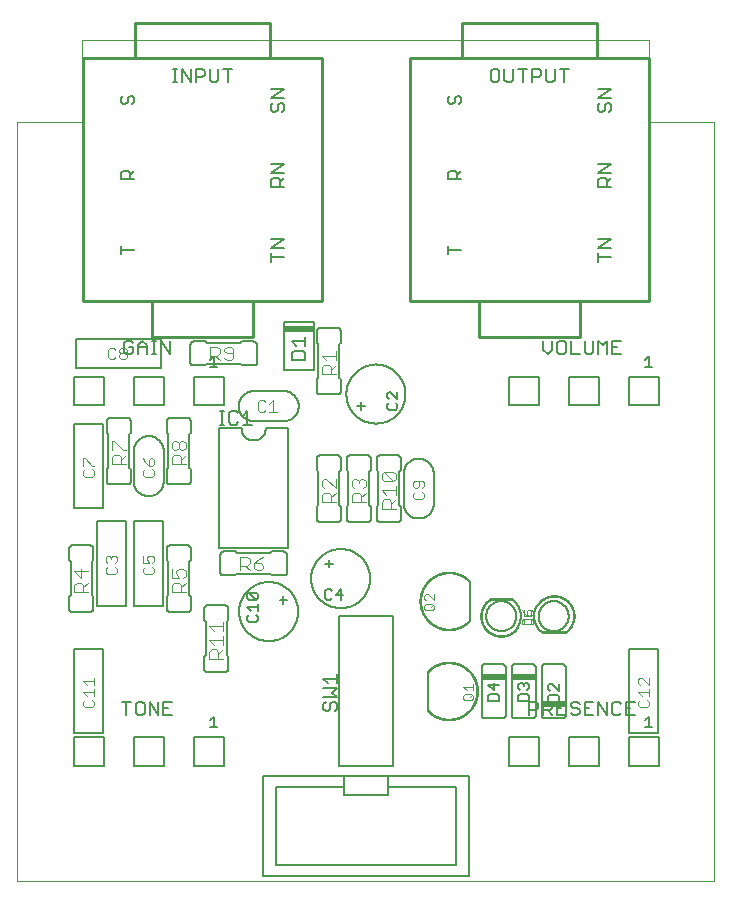
<source format=gto>
G75*
%MOIN*%
%OFA0B0*%
%FSLAX25Y25*%
%IPPOS*%
%LPD*%
%AMOC8*
5,1,8,0,0,1.08239X$1,22.5*
%
%ADD10C,0.00500*%
%ADD11C,0.00600*%
%ADD12C,0.00300*%
%ADD13C,0.01000*%
%ADD14C,0.00400*%
%ADD15C,0.00800*%
%ADD16C,0.00000*%
%ADD17R,0.10000X0.02000*%
%ADD18R,0.08000X0.02000*%
%ADD19C,0.00060*%
%ADD20C,0.00050*%
D10*
X0023750Y0044163D02*
X0033750Y0044163D01*
X0033750Y0053663D01*
X0023750Y0053663D01*
X0023750Y0044163D01*
X0043750Y0044163D02*
X0053750Y0044163D01*
X0053750Y0053663D01*
X0043750Y0053663D01*
X0043750Y0044163D01*
X0063750Y0044163D02*
X0073750Y0044163D01*
X0073750Y0053663D01*
X0063750Y0053663D01*
X0063750Y0044163D01*
X0069244Y0056950D02*
X0071579Y0056950D01*
X0070412Y0056950D02*
X0070412Y0060453D01*
X0069244Y0059286D01*
X0082201Y0092170D02*
X0081617Y0092754D01*
X0081617Y0093922D01*
X0082201Y0094506D01*
X0082785Y0095853D02*
X0081617Y0097021D01*
X0085120Y0097021D01*
X0085120Y0095853D02*
X0085120Y0098189D01*
X0084536Y0099537D02*
X0082201Y0101872D01*
X0084536Y0101872D01*
X0085120Y0101288D01*
X0085120Y0100120D01*
X0084536Y0099537D01*
X0082201Y0099537D01*
X0081617Y0100120D01*
X0081617Y0101288D01*
X0082201Y0101872D01*
X0084536Y0094506D02*
X0085120Y0093922D01*
X0085120Y0092754D01*
X0084536Y0092170D01*
X0082201Y0092170D01*
X0107472Y0100054D02*
X0108056Y0099470D01*
X0109223Y0099470D01*
X0109807Y0100054D01*
X0111155Y0101221D02*
X0112906Y0102973D01*
X0112906Y0099470D01*
X0113490Y0101221D02*
X0111155Y0101221D01*
X0109807Y0102389D02*
X0109223Y0102973D01*
X0108056Y0102973D01*
X0107472Y0102389D01*
X0107472Y0100054D01*
X0111500Y0074655D02*
X0111500Y0071652D01*
X0111500Y0073153D02*
X0106996Y0073153D01*
X0108497Y0071652D01*
X0106996Y0070051D02*
X0111500Y0070051D01*
X0109999Y0068549D01*
X0111500Y0067048D01*
X0106996Y0067048D01*
X0107747Y0065447D02*
X0106996Y0064696D01*
X0106996Y0063195D01*
X0107747Y0062444D01*
X0108497Y0062444D01*
X0109248Y0063195D01*
X0109248Y0064696D01*
X0109999Y0065447D01*
X0110749Y0065447D01*
X0111500Y0064696D01*
X0111500Y0063195D01*
X0110749Y0062444D01*
X0161997Y0065767D02*
X0161997Y0067518D01*
X0162581Y0068102D01*
X0164916Y0068102D01*
X0165500Y0067518D01*
X0165500Y0065767D01*
X0161997Y0065767D01*
X0163749Y0069450D02*
X0163749Y0071785D01*
X0165500Y0071201D02*
X0161997Y0071201D01*
X0163749Y0069450D01*
X0171997Y0070034D02*
X0171997Y0071201D01*
X0172581Y0071785D01*
X0173165Y0071785D01*
X0173749Y0071201D01*
X0174332Y0071785D01*
X0174916Y0071785D01*
X0175500Y0071201D01*
X0175500Y0070034D01*
X0174916Y0069450D01*
X0174916Y0068102D02*
X0172581Y0068102D01*
X0171997Y0067518D01*
X0171997Y0065767D01*
X0175500Y0065767D01*
X0175500Y0067518D01*
X0174916Y0068102D01*
X0172581Y0069450D02*
X0171997Y0070034D01*
X0173749Y0070618D02*
X0173749Y0071201D01*
X0181997Y0071001D02*
X0181997Y0069834D01*
X0182581Y0069250D01*
X0182581Y0067902D02*
X0181997Y0067318D01*
X0181997Y0065567D01*
X0185500Y0065567D01*
X0185500Y0067318D01*
X0184916Y0067902D01*
X0182581Y0067902D01*
X0181997Y0071001D02*
X0182581Y0071585D01*
X0183165Y0071585D01*
X0185500Y0069250D01*
X0185500Y0071585D01*
X0187313Y0088471D02*
X0180242Y0088471D01*
X0179850Y0088800D02*
X0187750Y0088800D01*
X0180241Y0088471D02*
X0180106Y0088564D01*
X0179972Y0088659D01*
X0179841Y0088759D01*
X0179713Y0088861D01*
X0179587Y0088966D01*
X0179463Y0089075D01*
X0179342Y0089186D01*
X0179224Y0089300D01*
X0179109Y0089417D01*
X0178996Y0089537D01*
X0178887Y0089660D01*
X0178780Y0089785D01*
X0178677Y0089912D01*
X0178576Y0090042D01*
X0178479Y0090175D01*
X0178385Y0090310D01*
X0178295Y0090447D01*
X0178207Y0090586D01*
X0178123Y0090727D01*
X0178043Y0090870D01*
X0177966Y0091016D01*
X0177892Y0091163D01*
X0177822Y0091311D01*
X0177756Y0091462D01*
X0177693Y0091614D01*
X0177634Y0091767D01*
X0177579Y0091922D01*
X0177527Y0092078D01*
X0177480Y0092235D01*
X0177436Y0092393D01*
X0177396Y0092553D01*
X0177360Y0092713D01*
X0177327Y0092874D01*
X0177299Y0093036D01*
X0177274Y0093198D01*
X0177254Y0093361D01*
X0177237Y0093525D01*
X0177224Y0093689D01*
X0177216Y0093853D01*
X0177211Y0094017D01*
X0177210Y0094181D01*
X0177213Y0094346D01*
X0177221Y0094510D01*
X0177232Y0094674D01*
X0177247Y0094837D01*
X0177266Y0095001D01*
X0177289Y0095163D01*
X0177316Y0095325D01*
X0177347Y0095487D01*
X0177381Y0095648D01*
X0177420Y0095807D01*
X0177462Y0095966D01*
X0177509Y0096124D01*
X0177559Y0096280D01*
X0177612Y0096435D01*
X0177670Y0096589D01*
X0177731Y0096742D01*
X0177796Y0096893D01*
X0177865Y0097042D01*
X0177937Y0097190D01*
X0178012Y0097336D01*
X0178092Y0097480D01*
X0178174Y0097622D01*
X0178260Y0097762D01*
X0178350Y0097900D01*
X0178750Y0094100D02*
X0178752Y0094241D01*
X0178758Y0094382D01*
X0178768Y0094522D01*
X0178782Y0094662D01*
X0178800Y0094802D01*
X0178821Y0094941D01*
X0178847Y0095080D01*
X0178876Y0095218D01*
X0178910Y0095354D01*
X0178947Y0095490D01*
X0178988Y0095625D01*
X0179033Y0095759D01*
X0179082Y0095891D01*
X0179134Y0096022D01*
X0179190Y0096151D01*
X0179250Y0096278D01*
X0179313Y0096404D01*
X0179379Y0096528D01*
X0179450Y0096651D01*
X0179523Y0096771D01*
X0179600Y0096889D01*
X0179680Y0097005D01*
X0179764Y0097118D01*
X0179850Y0097229D01*
X0179940Y0097338D01*
X0180033Y0097444D01*
X0180128Y0097547D01*
X0180227Y0097648D01*
X0180328Y0097746D01*
X0180432Y0097841D01*
X0180539Y0097933D01*
X0180648Y0098022D01*
X0180760Y0098107D01*
X0180874Y0098190D01*
X0180990Y0098270D01*
X0181109Y0098346D01*
X0181230Y0098418D01*
X0181352Y0098488D01*
X0181477Y0098553D01*
X0181603Y0098616D01*
X0181731Y0098674D01*
X0181861Y0098729D01*
X0181992Y0098781D01*
X0182125Y0098828D01*
X0182259Y0098872D01*
X0182394Y0098913D01*
X0182530Y0098949D01*
X0182667Y0098981D01*
X0182805Y0099010D01*
X0182943Y0099035D01*
X0183083Y0099055D01*
X0183223Y0099072D01*
X0183363Y0099085D01*
X0183504Y0099094D01*
X0183644Y0099099D01*
X0183785Y0099100D01*
X0183926Y0099097D01*
X0184067Y0099090D01*
X0184207Y0099079D01*
X0184347Y0099064D01*
X0184487Y0099045D01*
X0184626Y0099023D01*
X0184764Y0098996D01*
X0184902Y0098966D01*
X0185038Y0098931D01*
X0185174Y0098893D01*
X0185308Y0098851D01*
X0185442Y0098805D01*
X0185574Y0098756D01*
X0185704Y0098702D01*
X0185833Y0098645D01*
X0185960Y0098585D01*
X0186086Y0098521D01*
X0186209Y0098453D01*
X0186331Y0098382D01*
X0186451Y0098308D01*
X0186568Y0098230D01*
X0186683Y0098149D01*
X0186796Y0098065D01*
X0186907Y0097978D01*
X0187015Y0097887D01*
X0187120Y0097794D01*
X0187223Y0097697D01*
X0187323Y0097598D01*
X0187420Y0097496D01*
X0187514Y0097391D01*
X0187605Y0097284D01*
X0187693Y0097174D01*
X0187778Y0097062D01*
X0187860Y0096947D01*
X0187939Y0096830D01*
X0188014Y0096711D01*
X0188086Y0096590D01*
X0188154Y0096467D01*
X0188219Y0096342D01*
X0188281Y0096215D01*
X0188338Y0096086D01*
X0188393Y0095956D01*
X0188443Y0095825D01*
X0188490Y0095692D01*
X0188533Y0095558D01*
X0188572Y0095422D01*
X0188607Y0095286D01*
X0188639Y0095149D01*
X0188666Y0095011D01*
X0188690Y0094872D01*
X0188710Y0094732D01*
X0188726Y0094592D01*
X0188738Y0094452D01*
X0188746Y0094311D01*
X0188750Y0094170D01*
X0188750Y0094030D01*
X0188746Y0093889D01*
X0188738Y0093748D01*
X0188726Y0093608D01*
X0188710Y0093468D01*
X0188690Y0093328D01*
X0188666Y0093189D01*
X0188639Y0093051D01*
X0188607Y0092914D01*
X0188572Y0092778D01*
X0188533Y0092642D01*
X0188490Y0092508D01*
X0188443Y0092375D01*
X0188393Y0092244D01*
X0188338Y0092114D01*
X0188281Y0091985D01*
X0188219Y0091858D01*
X0188154Y0091733D01*
X0188086Y0091610D01*
X0188014Y0091489D01*
X0187939Y0091370D01*
X0187860Y0091253D01*
X0187778Y0091138D01*
X0187693Y0091026D01*
X0187605Y0090916D01*
X0187514Y0090809D01*
X0187420Y0090704D01*
X0187323Y0090602D01*
X0187223Y0090503D01*
X0187120Y0090406D01*
X0187015Y0090313D01*
X0186907Y0090222D01*
X0186796Y0090135D01*
X0186683Y0090051D01*
X0186568Y0089970D01*
X0186451Y0089892D01*
X0186331Y0089818D01*
X0186209Y0089747D01*
X0186086Y0089679D01*
X0185960Y0089615D01*
X0185833Y0089555D01*
X0185704Y0089498D01*
X0185574Y0089444D01*
X0185442Y0089395D01*
X0185308Y0089349D01*
X0185174Y0089307D01*
X0185038Y0089269D01*
X0184902Y0089234D01*
X0184764Y0089204D01*
X0184626Y0089177D01*
X0184487Y0089155D01*
X0184347Y0089136D01*
X0184207Y0089121D01*
X0184067Y0089110D01*
X0183926Y0089103D01*
X0183785Y0089100D01*
X0183644Y0089101D01*
X0183504Y0089106D01*
X0183363Y0089115D01*
X0183223Y0089128D01*
X0183083Y0089145D01*
X0182943Y0089165D01*
X0182805Y0089190D01*
X0182667Y0089219D01*
X0182530Y0089251D01*
X0182394Y0089287D01*
X0182259Y0089328D01*
X0182125Y0089372D01*
X0181992Y0089419D01*
X0181861Y0089471D01*
X0181731Y0089526D01*
X0181603Y0089584D01*
X0181477Y0089647D01*
X0181352Y0089712D01*
X0181230Y0089782D01*
X0181109Y0089854D01*
X0180990Y0089930D01*
X0180874Y0090010D01*
X0180760Y0090093D01*
X0180648Y0090178D01*
X0180539Y0090267D01*
X0180432Y0090359D01*
X0180328Y0090454D01*
X0180227Y0090552D01*
X0180128Y0090653D01*
X0180033Y0090756D01*
X0179940Y0090862D01*
X0179850Y0090971D01*
X0179764Y0091082D01*
X0179680Y0091195D01*
X0179600Y0091311D01*
X0179523Y0091429D01*
X0179450Y0091549D01*
X0179379Y0091672D01*
X0179313Y0091796D01*
X0179250Y0091922D01*
X0179190Y0092049D01*
X0179134Y0092178D01*
X0179082Y0092309D01*
X0179033Y0092441D01*
X0178988Y0092575D01*
X0178947Y0092710D01*
X0178910Y0092846D01*
X0178876Y0092982D01*
X0178847Y0093120D01*
X0178821Y0093259D01*
X0178800Y0093398D01*
X0178782Y0093538D01*
X0178768Y0093678D01*
X0178758Y0093818D01*
X0178752Y0093959D01*
X0178750Y0094100D01*
X0178752Y0094241D01*
X0178758Y0094382D01*
X0178768Y0094522D01*
X0178782Y0094662D01*
X0178800Y0094802D01*
X0178821Y0094941D01*
X0178847Y0095080D01*
X0178876Y0095218D01*
X0178910Y0095354D01*
X0178947Y0095490D01*
X0178988Y0095625D01*
X0179033Y0095759D01*
X0179082Y0095891D01*
X0179134Y0096022D01*
X0179190Y0096151D01*
X0179250Y0096278D01*
X0179313Y0096404D01*
X0179379Y0096528D01*
X0179450Y0096651D01*
X0179523Y0096771D01*
X0179600Y0096889D01*
X0179680Y0097005D01*
X0179764Y0097118D01*
X0179850Y0097229D01*
X0179940Y0097338D01*
X0180033Y0097444D01*
X0180128Y0097547D01*
X0180227Y0097648D01*
X0180328Y0097746D01*
X0180432Y0097841D01*
X0180539Y0097933D01*
X0180648Y0098022D01*
X0180760Y0098107D01*
X0180874Y0098190D01*
X0180990Y0098270D01*
X0181109Y0098346D01*
X0181230Y0098418D01*
X0181352Y0098488D01*
X0181477Y0098553D01*
X0181603Y0098616D01*
X0181731Y0098674D01*
X0181861Y0098729D01*
X0181992Y0098781D01*
X0182125Y0098828D01*
X0182259Y0098872D01*
X0182394Y0098913D01*
X0182530Y0098949D01*
X0182667Y0098981D01*
X0182805Y0099010D01*
X0182943Y0099035D01*
X0183083Y0099055D01*
X0183223Y0099072D01*
X0183363Y0099085D01*
X0183504Y0099094D01*
X0183644Y0099099D01*
X0183785Y0099100D01*
X0183926Y0099097D01*
X0184067Y0099090D01*
X0184207Y0099079D01*
X0184347Y0099064D01*
X0184487Y0099045D01*
X0184626Y0099023D01*
X0184764Y0098996D01*
X0184902Y0098966D01*
X0185038Y0098931D01*
X0185174Y0098893D01*
X0185308Y0098851D01*
X0185442Y0098805D01*
X0185574Y0098756D01*
X0185704Y0098702D01*
X0185833Y0098645D01*
X0185960Y0098585D01*
X0186086Y0098521D01*
X0186209Y0098453D01*
X0186331Y0098382D01*
X0186451Y0098308D01*
X0186568Y0098230D01*
X0186683Y0098149D01*
X0186796Y0098065D01*
X0186907Y0097978D01*
X0187015Y0097887D01*
X0187120Y0097794D01*
X0187223Y0097697D01*
X0187323Y0097598D01*
X0187420Y0097496D01*
X0187514Y0097391D01*
X0187605Y0097284D01*
X0187693Y0097174D01*
X0187778Y0097062D01*
X0187860Y0096947D01*
X0187939Y0096830D01*
X0188014Y0096711D01*
X0188086Y0096590D01*
X0188154Y0096467D01*
X0188219Y0096342D01*
X0188281Y0096215D01*
X0188338Y0096086D01*
X0188393Y0095956D01*
X0188443Y0095825D01*
X0188490Y0095692D01*
X0188533Y0095558D01*
X0188572Y0095422D01*
X0188607Y0095286D01*
X0188639Y0095149D01*
X0188666Y0095011D01*
X0188690Y0094872D01*
X0188710Y0094732D01*
X0188726Y0094592D01*
X0188738Y0094452D01*
X0188746Y0094311D01*
X0188750Y0094170D01*
X0188750Y0094030D01*
X0188746Y0093889D01*
X0188738Y0093748D01*
X0188726Y0093608D01*
X0188710Y0093468D01*
X0188690Y0093328D01*
X0188666Y0093189D01*
X0188639Y0093051D01*
X0188607Y0092914D01*
X0188572Y0092778D01*
X0188533Y0092642D01*
X0188490Y0092508D01*
X0188443Y0092375D01*
X0188393Y0092244D01*
X0188338Y0092114D01*
X0188281Y0091985D01*
X0188219Y0091858D01*
X0188154Y0091733D01*
X0188086Y0091610D01*
X0188014Y0091489D01*
X0187939Y0091370D01*
X0187860Y0091253D01*
X0187778Y0091138D01*
X0187693Y0091026D01*
X0187605Y0090916D01*
X0187514Y0090809D01*
X0187420Y0090704D01*
X0187323Y0090602D01*
X0187223Y0090503D01*
X0187120Y0090406D01*
X0187015Y0090313D01*
X0186907Y0090222D01*
X0186796Y0090135D01*
X0186683Y0090051D01*
X0186568Y0089970D01*
X0186451Y0089892D01*
X0186331Y0089818D01*
X0186209Y0089747D01*
X0186086Y0089679D01*
X0185960Y0089615D01*
X0185833Y0089555D01*
X0185704Y0089498D01*
X0185574Y0089444D01*
X0185442Y0089395D01*
X0185308Y0089349D01*
X0185174Y0089307D01*
X0185038Y0089269D01*
X0184902Y0089234D01*
X0184764Y0089204D01*
X0184626Y0089177D01*
X0184487Y0089155D01*
X0184347Y0089136D01*
X0184207Y0089121D01*
X0184067Y0089110D01*
X0183926Y0089103D01*
X0183785Y0089100D01*
X0183644Y0089101D01*
X0183504Y0089106D01*
X0183363Y0089115D01*
X0183223Y0089128D01*
X0183083Y0089145D01*
X0182943Y0089165D01*
X0182805Y0089190D01*
X0182667Y0089219D01*
X0182530Y0089251D01*
X0182394Y0089287D01*
X0182259Y0089328D01*
X0182125Y0089372D01*
X0181992Y0089419D01*
X0181861Y0089471D01*
X0181731Y0089526D01*
X0181603Y0089584D01*
X0181477Y0089647D01*
X0181352Y0089712D01*
X0181230Y0089782D01*
X0181109Y0089854D01*
X0180990Y0089930D01*
X0180874Y0090010D01*
X0180760Y0090093D01*
X0180648Y0090178D01*
X0180539Y0090267D01*
X0180432Y0090359D01*
X0180328Y0090454D01*
X0180227Y0090552D01*
X0180128Y0090653D01*
X0180033Y0090756D01*
X0179940Y0090862D01*
X0179850Y0090971D01*
X0179764Y0091082D01*
X0179680Y0091195D01*
X0179600Y0091311D01*
X0179523Y0091429D01*
X0179450Y0091549D01*
X0179379Y0091672D01*
X0179313Y0091796D01*
X0179250Y0091922D01*
X0179190Y0092049D01*
X0179134Y0092178D01*
X0179082Y0092309D01*
X0179033Y0092441D01*
X0178988Y0092575D01*
X0178947Y0092710D01*
X0178910Y0092846D01*
X0178876Y0092982D01*
X0178847Y0093120D01*
X0178821Y0093259D01*
X0178800Y0093398D01*
X0178782Y0093538D01*
X0178768Y0093678D01*
X0178758Y0093818D01*
X0178752Y0093959D01*
X0178750Y0094100D01*
X0178350Y0097900D02*
X0178260Y0097762D01*
X0178174Y0097622D01*
X0178092Y0097480D01*
X0178012Y0097336D01*
X0177937Y0097190D01*
X0177865Y0097042D01*
X0177796Y0096893D01*
X0177731Y0096742D01*
X0177670Y0096589D01*
X0177612Y0096435D01*
X0177559Y0096280D01*
X0177509Y0096124D01*
X0177462Y0095966D01*
X0177420Y0095807D01*
X0177381Y0095648D01*
X0177347Y0095487D01*
X0177316Y0095325D01*
X0177289Y0095163D01*
X0177266Y0095001D01*
X0177247Y0094837D01*
X0177232Y0094674D01*
X0177221Y0094510D01*
X0177213Y0094346D01*
X0177210Y0094181D01*
X0177211Y0094017D01*
X0177216Y0093853D01*
X0177224Y0093689D01*
X0177237Y0093525D01*
X0177254Y0093361D01*
X0177274Y0093198D01*
X0177299Y0093036D01*
X0177327Y0092874D01*
X0177360Y0092713D01*
X0177396Y0092553D01*
X0177436Y0092393D01*
X0177480Y0092235D01*
X0177527Y0092078D01*
X0177579Y0091922D01*
X0177634Y0091767D01*
X0177693Y0091614D01*
X0177756Y0091462D01*
X0177822Y0091311D01*
X0177892Y0091163D01*
X0177966Y0091016D01*
X0178043Y0090870D01*
X0178123Y0090727D01*
X0178207Y0090586D01*
X0178295Y0090447D01*
X0178385Y0090310D01*
X0178479Y0090175D01*
X0178576Y0090042D01*
X0178677Y0089912D01*
X0178780Y0089785D01*
X0178887Y0089660D01*
X0178996Y0089537D01*
X0179109Y0089417D01*
X0179224Y0089300D01*
X0179342Y0089186D01*
X0179463Y0089075D01*
X0179587Y0088966D01*
X0179713Y0088861D01*
X0179841Y0088759D01*
X0179972Y0088659D01*
X0180106Y0088564D01*
X0180241Y0088471D01*
X0170150Y0099400D02*
X0162250Y0099400D01*
X0162687Y0099729D02*
X0169758Y0099729D01*
X0161250Y0094100D02*
X0161252Y0094241D01*
X0161258Y0094382D01*
X0161268Y0094522D01*
X0161282Y0094662D01*
X0161300Y0094802D01*
X0161321Y0094941D01*
X0161347Y0095080D01*
X0161376Y0095218D01*
X0161410Y0095354D01*
X0161447Y0095490D01*
X0161488Y0095625D01*
X0161533Y0095759D01*
X0161582Y0095891D01*
X0161634Y0096022D01*
X0161690Y0096151D01*
X0161750Y0096278D01*
X0161813Y0096404D01*
X0161879Y0096528D01*
X0161950Y0096651D01*
X0162023Y0096771D01*
X0162100Y0096889D01*
X0162180Y0097005D01*
X0162264Y0097118D01*
X0162350Y0097229D01*
X0162440Y0097338D01*
X0162533Y0097444D01*
X0162628Y0097547D01*
X0162727Y0097648D01*
X0162828Y0097746D01*
X0162932Y0097841D01*
X0163039Y0097933D01*
X0163148Y0098022D01*
X0163260Y0098107D01*
X0163374Y0098190D01*
X0163490Y0098270D01*
X0163609Y0098346D01*
X0163730Y0098418D01*
X0163852Y0098488D01*
X0163977Y0098553D01*
X0164103Y0098616D01*
X0164231Y0098674D01*
X0164361Y0098729D01*
X0164492Y0098781D01*
X0164625Y0098828D01*
X0164759Y0098872D01*
X0164894Y0098913D01*
X0165030Y0098949D01*
X0165167Y0098981D01*
X0165305Y0099010D01*
X0165443Y0099035D01*
X0165583Y0099055D01*
X0165723Y0099072D01*
X0165863Y0099085D01*
X0166004Y0099094D01*
X0166144Y0099099D01*
X0166285Y0099100D01*
X0166426Y0099097D01*
X0166567Y0099090D01*
X0166707Y0099079D01*
X0166847Y0099064D01*
X0166987Y0099045D01*
X0167126Y0099023D01*
X0167264Y0098996D01*
X0167402Y0098966D01*
X0167538Y0098931D01*
X0167674Y0098893D01*
X0167808Y0098851D01*
X0167942Y0098805D01*
X0168074Y0098756D01*
X0168204Y0098702D01*
X0168333Y0098645D01*
X0168460Y0098585D01*
X0168586Y0098521D01*
X0168709Y0098453D01*
X0168831Y0098382D01*
X0168951Y0098308D01*
X0169068Y0098230D01*
X0169183Y0098149D01*
X0169296Y0098065D01*
X0169407Y0097978D01*
X0169515Y0097887D01*
X0169620Y0097794D01*
X0169723Y0097697D01*
X0169823Y0097598D01*
X0169920Y0097496D01*
X0170014Y0097391D01*
X0170105Y0097284D01*
X0170193Y0097174D01*
X0170278Y0097062D01*
X0170360Y0096947D01*
X0170439Y0096830D01*
X0170514Y0096711D01*
X0170586Y0096590D01*
X0170654Y0096467D01*
X0170719Y0096342D01*
X0170781Y0096215D01*
X0170838Y0096086D01*
X0170893Y0095956D01*
X0170943Y0095825D01*
X0170990Y0095692D01*
X0171033Y0095558D01*
X0171072Y0095422D01*
X0171107Y0095286D01*
X0171139Y0095149D01*
X0171166Y0095011D01*
X0171190Y0094872D01*
X0171210Y0094732D01*
X0171226Y0094592D01*
X0171238Y0094452D01*
X0171246Y0094311D01*
X0171250Y0094170D01*
X0171250Y0094030D01*
X0171246Y0093889D01*
X0171238Y0093748D01*
X0171226Y0093608D01*
X0171210Y0093468D01*
X0171190Y0093328D01*
X0171166Y0093189D01*
X0171139Y0093051D01*
X0171107Y0092914D01*
X0171072Y0092778D01*
X0171033Y0092642D01*
X0170990Y0092508D01*
X0170943Y0092375D01*
X0170893Y0092244D01*
X0170838Y0092114D01*
X0170781Y0091985D01*
X0170719Y0091858D01*
X0170654Y0091733D01*
X0170586Y0091610D01*
X0170514Y0091489D01*
X0170439Y0091370D01*
X0170360Y0091253D01*
X0170278Y0091138D01*
X0170193Y0091026D01*
X0170105Y0090916D01*
X0170014Y0090809D01*
X0169920Y0090704D01*
X0169823Y0090602D01*
X0169723Y0090503D01*
X0169620Y0090406D01*
X0169515Y0090313D01*
X0169407Y0090222D01*
X0169296Y0090135D01*
X0169183Y0090051D01*
X0169068Y0089970D01*
X0168951Y0089892D01*
X0168831Y0089818D01*
X0168709Y0089747D01*
X0168586Y0089679D01*
X0168460Y0089615D01*
X0168333Y0089555D01*
X0168204Y0089498D01*
X0168074Y0089444D01*
X0167942Y0089395D01*
X0167808Y0089349D01*
X0167674Y0089307D01*
X0167538Y0089269D01*
X0167402Y0089234D01*
X0167264Y0089204D01*
X0167126Y0089177D01*
X0166987Y0089155D01*
X0166847Y0089136D01*
X0166707Y0089121D01*
X0166567Y0089110D01*
X0166426Y0089103D01*
X0166285Y0089100D01*
X0166144Y0089101D01*
X0166004Y0089106D01*
X0165863Y0089115D01*
X0165723Y0089128D01*
X0165583Y0089145D01*
X0165443Y0089165D01*
X0165305Y0089190D01*
X0165167Y0089219D01*
X0165030Y0089251D01*
X0164894Y0089287D01*
X0164759Y0089328D01*
X0164625Y0089372D01*
X0164492Y0089419D01*
X0164361Y0089471D01*
X0164231Y0089526D01*
X0164103Y0089584D01*
X0163977Y0089647D01*
X0163852Y0089712D01*
X0163730Y0089782D01*
X0163609Y0089854D01*
X0163490Y0089930D01*
X0163374Y0090010D01*
X0163260Y0090093D01*
X0163148Y0090178D01*
X0163039Y0090267D01*
X0162932Y0090359D01*
X0162828Y0090454D01*
X0162727Y0090552D01*
X0162628Y0090653D01*
X0162533Y0090756D01*
X0162440Y0090862D01*
X0162350Y0090971D01*
X0162264Y0091082D01*
X0162180Y0091195D01*
X0162100Y0091311D01*
X0162023Y0091429D01*
X0161950Y0091549D01*
X0161879Y0091672D01*
X0161813Y0091796D01*
X0161750Y0091922D01*
X0161690Y0092049D01*
X0161634Y0092178D01*
X0161582Y0092309D01*
X0161533Y0092441D01*
X0161488Y0092575D01*
X0161447Y0092710D01*
X0161410Y0092846D01*
X0161376Y0092982D01*
X0161347Y0093120D01*
X0161321Y0093259D01*
X0161300Y0093398D01*
X0161282Y0093538D01*
X0161268Y0093678D01*
X0161258Y0093818D01*
X0161252Y0093959D01*
X0161250Y0094100D01*
X0169759Y0099729D02*
X0169894Y0099636D01*
X0170028Y0099541D01*
X0170159Y0099441D01*
X0170287Y0099339D01*
X0170413Y0099234D01*
X0170537Y0099125D01*
X0170658Y0099014D01*
X0170776Y0098900D01*
X0170891Y0098783D01*
X0171004Y0098663D01*
X0171113Y0098540D01*
X0171220Y0098415D01*
X0171323Y0098288D01*
X0171424Y0098158D01*
X0171521Y0098025D01*
X0171615Y0097890D01*
X0171705Y0097753D01*
X0171793Y0097614D01*
X0171877Y0097473D01*
X0171957Y0097330D01*
X0172034Y0097184D01*
X0172108Y0097037D01*
X0172178Y0096889D01*
X0172244Y0096738D01*
X0172307Y0096586D01*
X0172366Y0096433D01*
X0172421Y0096278D01*
X0172473Y0096122D01*
X0172520Y0095965D01*
X0172564Y0095807D01*
X0172604Y0095647D01*
X0172640Y0095487D01*
X0172673Y0095326D01*
X0172701Y0095164D01*
X0172726Y0095002D01*
X0172746Y0094839D01*
X0172763Y0094675D01*
X0172776Y0094511D01*
X0172784Y0094347D01*
X0172789Y0094183D01*
X0172790Y0094019D01*
X0172787Y0093854D01*
X0172779Y0093690D01*
X0172768Y0093526D01*
X0172753Y0093363D01*
X0172734Y0093199D01*
X0172711Y0093037D01*
X0172684Y0092875D01*
X0172653Y0092713D01*
X0172619Y0092552D01*
X0172580Y0092393D01*
X0172538Y0092234D01*
X0172491Y0092076D01*
X0172441Y0091920D01*
X0172388Y0091765D01*
X0172330Y0091611D01*
X0172269Y0091458D01*
X0172204Y0091307D01*
X0172135Y0091158D01*
X0172063Y0091010D01*
X0171988Y0090864D01*
X0171908Y0090720D01*
X0171826Y0090578D01*
X0171740Y0090438D01*
X0171650Y0090300D01*
X0161250Y0094100D02*
X0161252Y0094241D01*
X0161258Y0094382D01*
X0161268Y0094522D01*
X0161282Y0094662D01*
X0161300Y0094802D01*
X0161321Y0094941D01*
X0161347Y0095080D01*
X0161376Y0095218D01*
X0161410Y0095354D01*
X0161447Y0095490D01*
X0161488Y0095625D01*
X0161533Y0095759D01*
X0161582Y0095891D01*
X0161634Y0096022D01*
X0161690Y0096151D01*
X0161750Y0096278D01*
X0161813Y0096404D01*
X0161879Y0096528D01*
X0161950Y0096651D01*
X0162023Y0096771D01*
X0162100Y0096889D01*
X0162180Y0097005D01*
X0162264Y0097118D01*
X0162350Y0097229D01*
X0162440Y0097338D01*
X0162533Y0097444D01*
X0162628Y0097547D01*
X0162727Y0097648D01*
X0162828Y0097746D01*
X0162932Y0097841D01*
X0163039Y0097933D01*
X0163148Y0098022D01*
X0163260Y0098107D01*
X0163374Y0098190D01*
X0163490Y0098270D01*
X0163609Y0098346D01*
X0163730Y0098418D01*
X0163852Y0098488D01*
X0163977Y0098553D01*
X0164103Y0098616D01*
X0164231Y0098674D01*
X0164361Y0098729D01*
X0164492Y0098781D01*
X0164625Y0098828D01*
X0164759Y0098872D01*
X0164894Y0098913D01*
X0165030Y0098949D01*
X0165167Y0098981D01*
X0165305Y0099010D01*
X0165443Y0099035D01*
X0165583Y0099055D01*
X0165723Y0099072D01*
X0165863Y0099085D01*
X0166004Y0099094D01*
X0166144Y0099099D01*
X0166285Y0099100D01*
X0166426Y0099097D01*
X0166567Y0099090D01*
X0166707Y0099079D01*
X0166847Y0099064D01*
X0166987Y0099045D01*
X0167126Y0099023D01*
X0167264Y0098996D01*
X0167402Y0098966D01*
X0167538Y0098931D01*
X0167674Y0098893D01*
X0167808Y0098851D01*
X0167942Y0098805D01*
X0168074Y0098756D01*
X0168204Y0098702D01*
X0168333Y0098645D01*
X0168460Y0098585D01*
X0168586Y0098521D01*
X0168709Y0098453D01*
X0168831Y0098382D01*
X0168951Y0098308D01*
X0169068Y0098230D01*
X0169183Y0098149D01*
X0169296Y0098065D01*
X0169407Y0097978D01*
X0169515Y0097887D01*
X0169620Y0097794D01*
X0169723Y0097697D01*
X0169823Y0097598D01*
X0169920Y0097496D01*
X0170014Y0097391D01*
X0170105Y0097284D01*
X0170193Y0097174D01*
X0170278Y0097062D01*
X0170360Y0096947D01*
X0170439Y0096830D01*
X0170514Y0096711D01*
X0170586Y0096590D01*
X0170654Y0096467D01*
X0170719Y0096342D01*
X0170781Y0096215D01*
X0170838Y0096086D01*
X0170893Y0095956D01*
X0170943Y0095825D01*
X0170990Y0095692D01*
X0171033Y0095558D01*
X0171072Y0095422D01*
X0171107Y0095286D01*
X0171139Y0095149D01*
X0171166Y0095011D01*
X0171190Y0094872D01*
X0171210Y0094732D01*
X0171226Y0094592D01*
X0171238Y0094452D01*
X0171246Y0094311D01*
X0171250Y0094170D01*
X0171250Y0094030D01*
X0171246Y0093889D01*
X0171238Y0093748D01*
X0171226Y0093608D01*
X0171210Y0093468D01*
X0171190Y0093328D01*
X0171166Y0093189D01*
X0171139Y0093051D01*
X0171107Y0092914D01*
X0171072Y0092778D01*
X0171033Y0092642D01*
X0170990Y0092508D01*
X0170943Y0092375D01*
X0170893Y0092244D01*
X0170838Y0092114D01*
X0170781Y0091985D01*
X0170719Y0091858D01*
X0170654Y0091733D01*
X0170586Y0091610D01*
X0170514Y0091489D01*
X0170439Y0091370D01*
X0170360Y0091253D01*
X0170278Y0091138D01*
X0170193Y0091026D01*
X0170105Y0090916D01*
X0170014Y0090809D01*
X0169920Y0090704D01*
X0169823Y0090602D01*
X0169723Y0090503D01*
X0169620Y0090406D01*
X0169515Y0090313D01*
X0169407Y0090222D01*
X0169296Y0090135D01*
X0169183Y0090051D01*
X0169068Y0089970D01*
X0168951Y0089892D01*
X0168831Y0089818D01*
X0168709Y0089747D01*
X0168586Y0089679D01*
X0168460Y0089615D01*
X0168333Y0089555D01*
X0168204Y0089498D01*
X0168074Y0089444D01*
X0167942Y0089395D01*
X0167808Y0089349D01*
X0167674Y0089307D01*
X0167538Y0089269D01*
X0167402Y0089234D01*
X0167264Y0089204D01*
X0167126Y0089177D01*
X0166987Y0089155D01*
X0166847Y0089136D01*
X0166707Y0089121D01*
X0166567Y0089110D01*
X0166426Y0089103D01*
X0166285Y0089100D01*
X0166144Y0089101D01*
X0166004Y0089106D01*
X0165863Y0089115D01*
X0165723Y0089128D01*
X0165583Y0089145D01*
X0165443Y0089165D01*
X0165305Y0089190D01*
X0165167Y0089219D01*
X0165030Y0089251D01*
X0164894Y0089287D01*
X0164759Y0089328D01*
X0164625Y0089372D01*
X0164492Y0089419D01*
X0164361Y0089471D01*
X0164231Y0089526D01*
X0164103Y0089584D01*
X0163977Y0089647D01*
X0163852Y0089712D01*
X0163730Y0089782D01*
X0163609Y0089854D01*
X0163490Y0089930D01*
X0163374Y0090010D01*
X0163260Y0090093D01*
X0163148Y0090178D01*
X0163039Y0090267D01*
X0162932Y0090359D01*
X0162828Y0090454D01*
X0162727Y0090552D01*
X0162628Y0090653D01*
X0162533Y0090756D01*
X0162440Y0090862D01*
X0162350Y0090971D01*
X0162264Y0091082D01*
X0162180Y0091195D01*
X0162100Y0091311D01*
X0162023Y0091429D01*
X0161950Y0091549D01*
X0161879Y0091672D01*
X0161813Y0091796D01*
X0161750Y0091922D01*
X0161690Y0092049D01*
X0161634Y0092178D01*
X0161582Y0092309D01*
X0161533Y0092441D01*
X0161488Y0092575D01*
X0161447Y0092710D01*
X0161410Y0092846D01*
X0161376Y0092982D01*
X0161347Y0093120D01*
X0161321Y0093259D01*
X0161300Y0093398D01*
X0161282Y0093538D01*
X0161268Y0093678D01*
X0161258Y0093818D01*
X0161252Y0093959D01*
X0161250Y0094100D01*
X0169759Y0099729D02*
X0169894Y0099636D01*
X0170028Y0099541D01*
X0170159Y0099441D01*
X0170287Y0099339D01*
X0170413Y0099234D01*
X0170537Y0099125D01*
X0170658Y0099014D01*
X0170776Y0098900D01*
X0170891Y0098783D01*
X0171004Y0098663D01*
X0171113Y0098540D01*
X0171220Y0098415D01*
X0171323Y0098288D01*
X0171424Y0098158D01*
X0171521Y0098025D01*
X0171615Y0097890D01*
X0171705Y0097753D01*
X0171793Y0097614D01*
X0171877Y0097473D01*
X0171957Y0097330D01*
X0172034Y0097184D01*
X0172108Y0097037D01*
X0172178Y0096889D01*
X0172244Y0096738D01*
X0172307Y0096586D01*
X0172366Y0096433D01*
X0172421Y0096278D01*
X0172473Y0096122D01*
X0172520Y0095965D01*
X0172564Y0095807D01*
X0172604Y0095647D01*
X0172640Y0095487D01*
X0172673Y0095326D01*
X0172701Y0095164D01*
X0172726Y0095002D01*
X0172746Y0094839D01*
X0172763Y0094675D01*
X0172776Y0094511D01*
X0172784Y0094347D01*
X0172789Y0094183D01*
X0172790Y0094019D01*
X0172787Y0093854D01*
X0172779Y0093690D01*
X0172768Y0093526D01*
X0172753Y0093363D01*
X0172734Y0093199D01*
X0172711Y0093037D01*
X0172684Y0092875D01*
X0172653Y0092713D01*
X0172619Y0092552D01*
X0172580Y0092393D01*
X0172538Y0092234D01*
X0172491Y0092076D01*
X0172441Y0091920D01*
X0172388Y0091765D01*
X0172330Y0091611D01*
X0172269Y0091458D01*
X0172204Y0091307D01*
X0172135Y0091158D01*
X0172063Y0091010D01*
X0171988Y0090864D01*
X0171908Y0090720D01*
X0171826Y0090578D01*
X0171740Y0090438D01*
X0171650Y0090300D01*
X0168750Y0053663D02*
X0168750Y0044163D01*
X0178750Y0044163D01*
X0178750Y0053663D01*
X0168750Y0053663D01*
X0188750Y0053663D02*
X0188750Y0044163D01*
X0198750Y0044163D01*
X0198750Y0053663D01*
X0188750Y0053663D01*
X0208750Y0053663D02*
X0208750Y0044163D01*
X0218750Y0044163D01*
X0218750Y0053663D01*
X0208750Y0053663D01*
X0214244Y0056950D02*
X0216579Y0056950D01*
X0215412Y0056950D02*
X0215412Y0060453D01*
X0214244Y0059286D01*
X0131046Y0162822D02*
X0131630Y0163406D01*
X0131630Y0164573D01*
X0131046Y0165157D01*
X0131630Y0166505D02*
X0129295Y0168840D01*
X0128711Y0168840D01*
X0128127Y0168256D01*
X0128127Y0167089D01*
X0128711Y0166505D01*
X0128711Y0165157D02*
X0128127Y0164573D01*
X0128127Y0163406D01*
X0128711Y0162822D01*
X0131046Y0162822D01*
X0131630Y0166505D02*
X0131630Y0168840D01*
X0168750Y0164413D02*
X0178750Y0164413D01*
X0178750Y0173913D01*
X0168750Y0173913D01*
X0168750Y0164413D01*
X0188750Y0164413D02*
X0198750Y0164413D01*
X0198750Y0173913D01*
X0188750Y0173913D01*
X0188750Y0164413D01*
X0208750Y0164413D02*
X0218750Y0164413D01*
X0218750Y0173913D01*
X0208750Y0173913D01*
X0208750Y0164413D01*
X0214244Y0177200D02*
X0216579Y0177200D01*
X0215412Y0177200D02*
X0215412Y0180703D01*
X0214244Y0179536D01*
X0083176Y0157850D02*
X0080173Y0157850D01*
X0081674Y0157850D02*
X0081674Y0162354D01*
X0080173Y0160853D01*
X0078572Y0161603D02*
X0077821Y0162354D01*
X0076320Y0162354D01*
X0075569Y0161603D01*
X0075569Y0158601D01*
X0076320Y0157850D01*
X0077821Y0157850D01*
X0078572Y0158601D01*
X0074001Y0157850D02*
X0072500Y0157850D01*
X0073251Y0157850D02*
X0073251Y0162354D01*
X0074001Y0162354D02*
X0072500Y0162354D01*
X0073750Y0164413D02*
X0073750Y0173913D01*
X0063750Y0173913D01*
X0063750Y0164413D01*
X0073750Y0164413D01*
X0071579Y0177200D02*
X0069244Y0177200D01*
X0070412Y0177200D02*
X0070412Y0180703D01*
X0069244Y0179536D01*
X0053750Y0173913D02*
X0053750Y0164413D01*
X0043750Y0164413D01*
X0043750Y0173913D01*
X0053750Y0173913D01*
X0033750Y0173913D02*
X0033750Y0164413D01*
X0023750Y0164413D01*
X0023750Y0173913D01*
X0033750Y0173913D01*
D11*
X0041343Y0181400D02*
X0040609Y0182134D01*
X0040609Y0185070D01*
X0041343Y0185804D01*
X0042811Y0185804D01*
X0043545Y0185070D01*
X0043545Y0183602D02*
X0042077Y0183602D01*
X0043545Y0183602D02*
X0043545Y0182134D01*
X0042811Y0181400D01*
X0041343Y0181400D01*
X0045213Y0181400D02*
X0045213Y0184336D01*
X0046681Y0185804D01*
X0048149Y0184336D01*
X0048149Y0181400D01*
X0049817Y0181400D02*
X0051285Y0181400D01*
X0050551Y0181400D02*
X0050551Y0185804D01*
X0049817Y0185804D02*
X0051285Y0185804D01*
X0052887Y0185804D02*
X0055822Y0181400D01*
X0055822Y0185804D01*
X0052887Y0185804D02*
X0052887Y0181400D01*
X0052856Y0176718D02*
X0052856Y0186482D01*
X0024644Y0186482D01*
X0024644Y0176718D01*
X0052856Y0176718D01*
X0048149Y0183602D02*
X0045213Y0183602D01*
X0062687Y0184600D02*
X0062687Y0178600D01*
X0062689Y0178540D01*
X0062694Y0178479D01*
X0062703Y0178420D01*
X0062716Y0178361D01*
X0062732Y0178302D01*
X0062752Y0178245D01*
X0062775Y0178190D01*
X0062802Y0178135D01*
X0062831Y0178083D01*
X0062864Y0178032D01*
X0062900Y0177983D01*
X0062938Y0177937D01*
X0062980Y0177893D01*
X0063024Y0177851D01*
X0063070Y0177813D01*
X0063119Y0177777D01*
X0063170Y0177744D01*
X0063222Y0177715D01*
X0063277Y0177688D01*
X0063332Y0177665D01*
X0063389Y0177645D01*
X0063448Y0177629D01*
X0063507Y0177616D01*
X0063566Y0177607D01*
X0063627Y0177602D01*
X0063687Y0177600D01*
X0067687Y0177600D01*
X0068187Y0178100D01*
X0079313Y0178100D01*
X0079813Y0177600D01*
X0083813Y0177600D01*
X0083873Y0177602D01*
X0083934Y0177607D01*
X0083993Y0177616D01*
X0084052Y0177629D01*
X0084111Y0177645D01*
X0084168Y0177665D01*
X0084223Y0177688D01*
X0084278Y0177715D01*
X0084330Y0177744D01*
X0084381Y0177777D01*
X0084430Y0177813D01*
X0084476Y0177851D01*
X0084520Y0177893D01*
X0084562Y0177937D01*
X0084600Y0177983D01*
X0084636Y0178032D01*
X0084669Y0178083D01*
X0084698Y0178135D01*
X0084725Y0178190D01*
X0084748Y0178245D01*
X0084768Y0178302D01*
X0084784Y0178361D01*
X0084797Y0178420D01*
X0084806Y0178479D01*
X0084811Y0178540D01*
X0084813Y0178600D01*
X0084813Y0184600D01*
X0084811Y0184660D01*
X0084806Y0184721D01*
X0084797Y0184780D01*
X0084784Y0184839D01*
X0084768Y0184898D01*
X0084748Y0184955D01*
X0084725Y0185010D01*
X0084698Y0185065D01*
X0084669Y0185117D01*
X0084636Y0185168D01*
X0084600Y0185217D01*
X0084562Y0185263D01*
X0084520Y0185307D01*
X0084476Y0185349D01*
X0084430Y0185387D01*
X0084381Y0185423D01*
X0084330Y0185456D01*
X0084278Y0185485D01*
X0084223Y0185512D01*
X0084168Y0185535D01*
X0084111Y0185555D01*
X0084052Y0185571D01*
X0083993Y0185584D01*
X0083934Y0185593D01*
X0083873Y0185598D01*
X0083813Y0185600D01*
X0079813Y0185600D01*
X0079313Y0185100D01*
X0068187Y0185100D01*
X0067687Y0185600D01*
X0063687Y0185600D01*
X0063627Y0185598D01*
X0063566Y0185593D01*
X0063507Y0185584D01*
X0063448Y0185571D01*
X0063389Y0185555D01*
X0063332Y0185535D01*
X0063277Y0185512D01*
X0063222Y0185485D01*
X0063170Y0185456D01*
X0063119Y0185423D01*
X0063070Y0185387D01*
X0063024Y0185349D01*
X0062980Y0185307D01*
X0062938Y0185263D01*
X0062900Y0185217D01*
X0062864Y0185168D01*
X0062831Y0185117D01*
X0062802Y0185065D01*
X0062775Y0185010D01*
X0062752Y0184955D01*
X0062732Y0184898D01*
X0062716Y0184839D01*
X0062703Y0184780D01*
X0062694Y0184721D01*
X0062689Y0184660D01*
X0062687Y0184600D01*
X0061750Y0160163D02*
X0055750Y0160163D01*
X0055690Y0160161D01*
X0055629Y0160156D01*
X0055570Y0160147D01*
X0055511Y0160134D01*
X0055452Y0160118D01*
X0055395Y0160098D01*
X0055340Y0160075D01*
X0055285Y0160048D01*
X0055233Y0160019D01*
X0055182Y0159986D01*
X0055133Y0159950D01*
X0055087Y0159912D01*
X0055043Y0159870D01*
X0055001Y0159826D01*
X0054963Y0159780D01*
X0054927Y0159731D01*
X0054894Y0159680D01*
X0054865Y0159628D01*
X0054838Y0159573D01*
X0054815Y0159518D01*
X0054795Y0159461D01*
X0054779Y0159402D01*
X0054766Y0159343D01*
X0054757Y0159284D01*
X0054752Y0159223D01*
X0054750Y0159163D01*
X0054750Y0155163D01*
X0055250Y0154663D01*
X0055250Y0143537D01*
X0054750Y0143037D01*
X0054750Y0139037D01*
X0054752Y0138977D01*
X0054757Y0138916D01*
X0054766Y0138857D01*
X0054779Y0138798D01*
X0054795Y0138739D01*
X0054815Y0138682D01*
X0054838Y0138627D01*
X0054865Y0138572D01*
X0054894Y0138520D01*
X0054927Y0138469D01*
X0054963Y0138420D01*
X0055001Y0138374D01*
X0055043Y0138330D01*
X0055087Y0138288D01*
X0055133Y0138250D01*
X0055182Y0138214D01*
X0055233Y0138181D01*
X0055285Y0138152D01*
X0055340Y0138125D01*
X0055395Y0138102D01*
X0055452Y0138082D01*
X0055511Y0138066D01*
X0055570Y0138053D01*
X0055629Y0138044D01*
X0055690Y0138039D01*
X0055750Y0138037D01*
X0061750Y0138037D01*
X0061810Y0138039D01*
X0061871Y0138044D01*
X0061930Y0138053D01*
X0061989Y0138066D01*
X0062048Y0138082D01*
X0062105Y0138102D01*
X0062160Y0138125D01*
X0062215Y0138152D01*
X0062267Y0138181D01*
X0062318Y0138214D01*
X0062367Y0138250D01*
X0062413Y0138288D01*
X0062457Y0138330D01*
X0062499Y0138374D01*
X0062537Y0138420D01*
X0062573Y0138469D01*
X0062606Y0138520D01*
X0062635Y0138572D01*
X0062662Y0138627D01*
X0062685Y0138682D01*
X0062705Y0138739D01*
X0062721Y0138798D01*
X0062734Y0138857D01*
X0062743Y0138916D01*
X0062748Y0138977D01*
X0062750Y0139037D01*
X0062750Y0143037D01*
X0062250Y0143537D01*
X0062250Y0154663D01*
X0062750Y0155163D01*
X0062750Y0159163D01*
X0062748Y0159223D01*
X0062743Y0159284D01*
X0062734Y0159343D01*
X0062721Y0159402D01*
X0062705Y0159461D01*
X0062685Y0159518D01*
X0062662Y0159573D01*
X0062635Y0159628D01*
X0062606Y0159680D01*
X0062573Y0159731D01*
X0062537Y0159780D01*
X0062499Y0159826D01*
X0062457Y0159870D01*
X0062413Y0159912D01*
X0062367Y0159950D01*
X0062318Y0159986D01*
X0062267Y0160019D01*
X0062215Y0160048D01*
X0062160Y0160075D01*
X0062105Y0160098D01*
X0062048Y0160118D01*
X0061989Y0160134D01*
X0061930Y0160147D01*
X0061871Y0160156D01*
X0061810Y0160161D01*
X0061750Y0160163D01*
X0053750Y0149100D02*
X0053750Y0139100D01*
X0053748Y0138960D01*
X0053742Y0138820D01*
X0053732Y0138680D01*
X0053719Y0138540D01*
X0053701Y0138401D01*
X0053679Y0138262D01*
X0053654Y0138125D01*
X0053625Y0137987D01*
X0053592Y0137851D01*
X0053555Y0137716D01*
X0053514Y0137582D01*
X0053469Y0137449D01*
X0053421Y0137317D01*
X0053369Y0137187D01*
X0053314Y0137058D01*
X0053255Y0136931D01*
X0053192Y0136805D01*
X0053126Y0136681D01*
X0053057Y0136560D01*
X0052984Y0136440D01*
X0052907Y0136322D01*
X0052828Y0136207D01*
X0052745Y0136093D01*
X0052659Y0135983D01*
X0052570Y0135874D01*
X0052478Y0135768D01*
X0052383Y0135665D01*
X0052286Y0135564D01*
X0052185Y0135467D01*
X0052082Y0135372D01*
X0051976Y0135280D01*
X0051867Y0135191D01*
X0051757Y0135105D01*
X0051643Y0135022D01*
X0051528Y0134943D01*
X0051410Y0134866D01*
X0051290Y0134793D01*
X0051169Y0134724D01*
X0051045Y0134658D01*
X0050919Y0134595D01*
X0050792Y0134536D01*
X0050663Y0134481D01*
X0050533Y0134429D01*
X0050401Y0134381D01*
X0050268Y0134336D01*
X0050134Y0134295D01*
X0049999Y0134258D01*
X0049863Y0134225D01*
X0049725Y0134196D01*
X0049588Y0134171D01*
X0049449Y0134149D01*
X0049310Y0134131D01*
X0049170Y0134118D01*
X0049030Y0134108D01*
X0048890Y0134102D01*
X0048750Y0134100D01*
X0048610Y0134102D01*
X0048470Y0134108D01*
X0048330Y0134118D01*
X0048190Y0134131D01*
X0048051Y0134149D01*
X0047912Y0134171D01*
X0047775Y0134196D01*
X0047637Y0134225D01*
X0047501Y0134258D01*
X0047366Y0134295D01*
X0047232Y0134336D01*
X0047099Y0134381D01*
X0046967Y0134429D01*
X0046837Y0134481D01*
X0046708Y0134536D01*
X0046581Y0134595D01*
X0046455Y0134658D01*
X0046331Y0134724D01*
X0046210Y0134793D01*
X0046090Y0134866D01*
X0045972Y0134943D01*
X0045857Y0135022D01*
X0045743Y0135105D01*
X0045633Y0135191D01*
X0045524Y0135280D01*
X0045418Y0135372D01*
X0045315Y0135467D01*
X0045214Y0135564D01*
X0045117Y0135665D01*
X0045022Y0135768D01*
X0044930Y0135874D01*
X0044841Y0135983D01*
X0044755Y0136093D01*
X0044672Y0136207D01*
X0044593Y0136322D01*
X0044516Y0136440D01*
X0044443Y0136560D01*
X0044374Y0136681D01*
X0044308Y0136805D01*
X0044245Y0136931D01*
X0044186Y0137058D01*
X0044131Y0137187D01*
X0044079Y0137317D01*
X0044031Y0137449D01*
X0043986Y0137582D01*
X0043945Y0137716D01*
X0043908Y0137851D01*
X0043875Y0137987D01*
X0043846Y0138125D01*
X0043821Y0138262D01*
X0043799Y0138401D01*
X0043781Y0138540D01*
X0043768Y0138680D01*
X0043758Y0138820D01*
X0043752Y0138960D01*
X0043750Y0139100D01*
X0043750Y0141600D01*
X0043750Y0149100D01*
X0043752Y0149240D01*
X0043758Y0149380D01*
X0043768Y0149520D01*
X0043781Y0149660D01*
X0043799Y0149799D01*
X0043821Y0149938D01*
X0043846Y0150075D01*
X0043875Y0150213D01*
X0043908Y0150349D01*
X0043945Y0150484D01*
X0043986Y0150618D01*
X0044031Y0150751D01*
X0044079Y0150883D01*
X0044131Y0151013D01*
X0044186Y0151142D01*
X0044245Y0151269D01*
X0044308Y0151395D01*
X0044374Y0151519D01*
X0044443Y0151640D01*
X0044516Y0151760D01*
X0044593Y0151878D01*
X0044672Y0151993D01*
X0044755Y0152107D01*
X0044841Y0152217D01*
X0044930Y0152326D01*
X0045022Y0152432D01*
X0045117Y0152535D01*
X0045214Y0152636D01*
X0045315Y0152733D01*
X0045418Y0152828D01*
X0045524Y0152920D01*
X0045633Y0153009D01*
X0045743Y0153095D01*
X0045857Y0153178D01*
X0045972Y0153257D01*
X0046090Y0153334D01*
X0046210Y0153407D01*
X0046331Y0153476D01*
X0046455Y0153542D01*
X0046581Y0153605D01*
X0046708Y0153664D01*
X0046837Y0153719D01*
X0046967Y0153771D01*
X0047099Y0153819D01*
X0047232Y0153864D01*
X0047366Y0153905D01*
X0047501Y0153942D01*
X0047637Y0153975D01*
X0047775Y0154004D01*
X0047912Y0154029D01*
X0048051Y0154051D01*
X0048190Y0154069D01*
X0048330Y0154082D01*
X0048470Y0154092D01*
X0048610Y0154098D01*
X0048750Y0154100D01*
X0048890Y0154098D01*
X0049030Y0154092D01*
X0049170Y0154082D01*
X0049310Y0154069D01*
X0049449Y0154051D01*
X0049588Y0154029D01*
X0049725Y0154004D01*
X0049863Y0153975D01*
X0049999Y0153942D01*
X0050134Y0153905D01*
X0050268Y0153864D01*
X0050401Y0153819D01*
X0050533Y0153771D01*
X0050663Y0153719D01*
X0050792Y0153664D01*
X0050919Y0153605D01*
X0051045Y0153542D01*
X0051169Y0153476D01*
X0051290Y0153407D01*
X0051410Y0153334D01*
X0051528Y0153257D01*
X0051643Y0153178D01*
X0051757Y0153095D01*
X0051867Y0153009D01*
X0051976Y0152920D01*
X0052082Y0152828D01*
X0052185Y0152733D01*
X0052286Y0152636D01*
X0052383Y0152535D01*
X0052478Y0152432D01*
X0052570Y0152326D01*
X0052659Y0152217D01*
X0052745Y0152107D01*
X0052828Y0151993D01*
X0052907Y0151878D01*
X0052984Y0151760D01*
X0053057Y0151640D01*
X0053126Y0151519D01*
X0053192Y0151395D01*
X0053255Y0151269D01*
X0053314Y0151142D01*
X0053369Y0151013D01*
X0053421Y0150883D01*
X0053469Y0150751D01*
X0053514Y0150618D01*
X0053555Y0150484D01*
X0053592Y0150349D01*
X0053625Y0150213D01*
X0053654Y0150075D01*
X0053679Y0149938D01*
X0053701Y0149799D01*
X0053719Y0149660D01*
X0053732Y0149520D01*
X0053742Y0149380D01*
X0053748Y0149240D01*
X0053750Y0149100D01*
X0042750Y0143037D02*
X0042750Y0139037D01*
X0042748Y0138977D01*
X0042743Y0138916D01*
X0042734Y0138857D01*
X0042721Y0138798D01*
X0042705Y0138739D01*
X0042685Y0138682D01*
X0042662Y0138627D01*
X0042635Y0138572D01*
X0042606Y0138520D01*
X0042573Y0138469D01*
X0042537Y0138420D01*
X0042499Y0138374D01*
X0042457Y0138330D01*
X0042413Y0138288D01*
X0042367Y0138250D01*
X0042318Y0138214D01*
X0042267Y0138181D01*
X0042215Y0138152D01*
X0042160Y0138125D01*
X0042105Y0138102D01*
X0042048Y0138082D01*
X0041989Y0138066D01*
X0041930Y0138053D01*
X0041871Y0138044D01*
X0041810Y0138039D01*
X0041750Y0138037D01*
X0035750Y0138037D01*
X0035690Y0138039D01*
X0035629Y0138044D01*
X0035570Y0138053D01*
X0035511Y0138066D01*
X0035452Y0138082D01*
X0035395Y0138102D01*
X0035340Y0138125D01*
X0035285Y0138152D01*
X0035233Y0138181D01*
X0035182Y0138214D01*
X0035133Y0138250D01*
X0035087Y0138288D01*
X0035043Y0138330D01*
X0035001Y0138374D01*
X0034963Y0138420D01*
X0034927Y0138469D01*
X0034894Y0138520D01*
X0034865Y0138572D01*
X0034838Y0138627D01*
X0034815Y0138682D01*
X0034795Y0138739D01*
X0034779Y0138798D01*
X0034766Y0138857D01*
X0034757Y0138916D01*
X0034752Y0138977D01*
X0034750Y0139037D01*
X0034750Y0143037D01*
X0035250Y0143537D01*
X0035250Y0154663D01*
X0034750Y0155163D01*
X0034750Y0159163D01*
X0034752Y0159223D01*
X0034757Y0159284D01*
X0034766Y0159343D01*
X0034779Y0159402D01*
X0034795Y0159461D01*
X0034815Y0159518D01*
X0034838Y0159573D01*
X0034865Y0159628D01*
X0034894Y0159680D01*
X0034927Y0159731D01*
X0034963Y0159780D01*
X0035001Y0159826D01*
X0035043Y0159870D01*
X0035087Y0159912D01*
X0035133Y0159950D01*
X0035182Y0159986D01*
X0035233Y0160019D01*
X0035285Y0160048D01*
X0035340Y0160075D01*
X0035395Y0160098D01*
X0035452Y0160118D01*
X0035511Y0160134D01*
X0035570Y0160147D01*
X0035629Y0160156D01*
X0035690Y0160161D01*
X0035750Y0160163D01*
X0041750Y0160163D01*
X0041810Y0160161D01*
X0041871Y0160156D01*
X0041930Y0160147D01*
X0041989Y0160134D01*
X0042048Y0160118D01*
X0042105Y0160098D01*
X0042160Y0160075D01*
X0042215Y0160048D01*
X0042267Y0160019D01*
X0042318Y0159986D01*
X0042367Y0159950D01*
X0042413Y0159912D01*
X0042457Y0159870D01*
X0042499Y0159826D01*
X0042537Y0159780D01*
X0042573Y0159731D01*
X0042606Y0159680D01*
X0042635Y0159628D01*
X0042662Y0159573D01*
X0042685Y0159518D01*
X0042705Y0159461D01*
X0042721Y0159402D01*
X0042734Y0159343D01*
X0042743Y0159284D01*
X0042748Y0159223D01*
X0042750Y0159163D01*
X0042750Y0155163D01*
X0042250Y0154663D01*
X0042250Y0143537D01*
X0042750Y0143037D01*
X0033632Y0129994D02*
X0023868Y0129994D01*
X0023868Y0158206D01*
X0033632Y0158206D01*
X0033632Y0129994D01*
X0031368Y0125706D02*
X0041132Y0125706D01*
X0041132Y0097494D01*
X0031368Y0097494D01*
X0031368Y0125706D01*
X0029250Y0117663D02*
X0023250Y0117663D01*
X0023190Y0117661D01*
X0023129Y0117656D01*
X0023070Y0117647D01*
X0023011Y0117634D01*
X0022952Y0117618D01*
X0022895Y0117598D01*
X0022840Y0117575D01*
X0022785Y0117548D01*
X0022733Y0117519D01*
X0022682Y0117486D01*
X0022633Y0117450D01*
X0022587Y0117412D01*
X0022543Y0117370D01*
X0022501Y0117326D01*
X0022463Y0117280D01*
X0022427Y0117231D01*
X0022394Y0117180D01*
X0022365Y0117128D01*
X0022338Y0117073D01*
X0022315Y0117018D01*
X0022295Y0116961D01*
X0022279Y0116902D01*
X0022266Y0116843D01*
X0022257Y0116784D01*
X0022252Y0116723D01*
X0022250Y0116663D01*
X0022250Y0112663D01*
X0022750Y0112163D01*
X0022750Y0101037D01*
X0022250Y0100537D01*
X0022250Y0096537D01*
X0022252Y0096477D01*
X0022257Y0096416D01*
X0022266Y0096357D01*
X0022279Y0096298D01*
X0022295Y0096239D01*
X0022315Y0096182D01*
X0022338Y0096127D01*
X0022365Y0096072D01*
X0022394Y0096020D01*
X0022427Y0095969D01*
X0022463Y0095920D01*
X0022501Y0095874D01*
X0022543Y0095830D01*
X0022587Y0095788D01*
X0022633Y0095750D01*
X0022682Y0095714D01*
X0022733Y0095681D01*
X0022785Y0095652D01*
X0022840Y0095625D01*
X0022895Y0095602D01*
X0022952Y0095582D01*
X0023011Y0095566D01*
X0023070Y0095553D01*
X0023129Y0095544D01*
X0023190Y0095539D01*
X0023250Y0095537D01*
X0029250Y0095537D01*
X0029310Y0095539D01*
X0029371Y0095544D01*
X0029430Y0095553D01*
X0029489Y0095566D01*
X0029548Y0095582D01*
X0029605Y0095602D01*
X0029660Y0095625D01*
X0029715Y0095652D01*
X0029767Y0095681D01*
X0029818Y0095714D01*
X0029867Y0095750D01*
X0029913Y0095788D01*
X0029957Y0095830D01*
X0029999Y0095874D01*
X0030037Y0095920D01*
X0030073Y0095969D01*
X0030106Y0096020D01*
X0030135Y0096072D01*
X0030162Y0096127D01*
X0030185Y0096182D01*
X0030205Y0096239D01*
X0030221Y0096298D01*
X0030234Y0096357D01*
X0030243Y0096416D01*
X0030248Y0096477D01*
X0030250Y0096537D01*
X0030250Y0100537D01*
X0029750Y0101037D01*
X0029750Y0112163D01*
X0030250Y0112663D01*
X0030250Y0116663D01*
X0030248Y0116723D01*
X0030243Y0116784D01*
X0030234Y0116843D01*
X0030221Y0116902D01*
X0030205Y0116961D01*
X0030185Y0117018D01*
X0030162Y0117073D01*
X0030135Y0117128D01*
X0030106Y0117180D01*
X0030073Y0117231D01*
X0030037Y0117280D01*
X0029999Y0117326D01*
X0029957Y0117370D01*
X0029913Y0117412D01*
X0029867Y0117450D01*
X0029818Y0117486D01*
X0029767Y0117519D01*
X0029715Y0117548D01*
X0029660Y0117575D01*
X0029605Y0117598D01*
X0029548Y0117618D01*
X0029489Y0117634D01*
X0029430Y0117647D01*
X0029371Y0117656D01*
X0029310Y0117661D01*
X0029250Y0117663D01*
X0043868Y0125706D02*
X0053632Y0125706D01*
X0053632Y0097494D01*
X0043868Y0097494D01*
X0043868Y0125706D01*
X0054750Y0116663D02*
X0054750Y0112663D01*
X0055250Y0112163D01*
X0055250Y0101037D01*
X0054750Y0100537D01*
X0054750Y0096537D01*
X0054752Y0096477D01*
X0054757Y0096416D01*
X0054766Y0096357D01*
X0054779Y0096298D01*
X0054795Y0096239D01*
X0054815Y0096182D01*
X0054838Y0096127D01*
X0054865Y0096072D01*
X0054894Y0096020D01*
X0054927Y0095969D01*
X0054963Y0095920D01*
X0055001Y0095874D01*
X0055043Y0095830D01*
X0055087Y0095788D01*
X0055133Y0095750D01*
X0055182Y0095714D01*
X0055233Y0095681D01*
X0055285Y0095652D01*
X0055340Y0095625D01*
X0055395Y0095602D01*
X0055452Y0095582D01*
X0055511Y0095566D01*
X0055570Y0095553D01*
X0055629Y0095544D01*
X0055690Y0095539D01*
X0055750Y0095537D01*
X0061750Y0095537D01*
X0061810Y0095539D01*
X0061871Y0095544D01*
X0061930Y0095553D01*
X0061989Y0095566D01*
X0062048Y0095582D01*
X0062105Y0095602D01*
X0062160Y0095625D01*
X0062215Y0095652D01*
X0062267Y0095681D01*
X0062318Y0095714D01*
X0062367Y0095750D01*
X0062413Y0095788D01*
X0062457Y0095830D01*
X0062499Y0095874D01*
X0062537Y0095920D01*
X0062573Y0095969D01*
X0062606Y0096020D01*
X0062635Y0096072D01*
X0062662Y0096127D01*
X0062685Y0096182D01*
X0062705Y0096239D01*
X0062721Y0096298D01*
X0062734Y0096357D01*
X0062743Y0096416D01*
X0062748Y0096477D01*
X0062750Y0096537D01*
X0062750Y0100537D01*
X0062250Y0101037D01*
X0062250Y0112163D01*
X0062750Y0112663D01*
X0062750Y0116663D01*
X0062748Y0116723D01*
X0062743Y0116784D01*
X0062734Y0116843D01*
X0062721Y0116902D01*
X0062705Y0116961D01*
X0062685Y0117018D01*
X0062662Y0117073D01*
X0062635Y0117128D01*
X0062606Y0117180D01*
X0062573Y0117231D01*
X0062537Y0117280D01*
X0062499Y0117326D01*
X0062457Y0117370D01*
X0062413Y0117412D01*
X0062367Y0117450D01*
X0062318Y0117486D01*
X0062267Y0117519D01*
X0062215Y0117548D01*
X0062160Y0117575D01*
X0062105Y0117598D01*
X0062048Y0117618D01*
X0061989Y0117634D01*
X0061930Y0117647D01*
X0061871Y0117656D01*
X0061810Y0117661D01*
X0061750Y0117663D01*
X0055750Y0117663D01*
X0055690Y0117661D01*
X0055629Y0117656D01*
X0055570Y0117647D01*
X0055511Y0117634D01*
X0055452Y0117618D01*
X0055395Y0117598D01*
X0055340Y0117575D01*
X0055285Y0117548D01*
X0055233Y0117519D01*
X0055182Y0117486D01*
X0055133Y0117450D01*
X0055087Y0117412D01*
X0055043Y0117370D01*
X0055001Y0117326D01*
X0054963Y0117280D01*
X0054927Y0117231D01*
X0054894Y0117180D01*
X0054865Y0117128D01*
X0054838Y0117073D01*
X0054815Y0117018D01*
X0054795Y0116961D01*
X0054779Y0116902D01*
X0054766Y0116843D01*
X0054757Y0116784D01*
X0054752Y0116723D01*
X0054750Y0116663D01*
X0068250Y0097663D02*
X0074250Y0097663D01*
X0074310Y0097661D01*
X0074371Y0097656D01*
X0074430Y0097647D01*
X0074489Y0097634D01*
X0074548Y0097618D01*
X0074605Y0097598D01*
X0074660Y0097575D01*
X0074715Y0097548D01*
X0074767Y0097519D01*
X0074818Y0097486D01*
X0074867Y0097450D01*
X0074913Y0097412D01*
X0074957Y0097370D01*
X0074999Y0097326D01*
X0075037Y0097280D01*
X0075073Y0097231D01*
X0075106Y0097180D01*
X0075135Y0097128D01*
X0075162Y0097073D01*
X0075185Y0097018D01*
X0075205Y0096961D01*
X0075221Y0096902D01*
X0075234Y0096843D01*
X0075243Y0096784D01*
X0075248Y0096723D01*
X0075250Y0096663D01*
X0075250Y0092663D01*
X0074750Y0092163D01*
X0074750Y0081037D01*
X0075250Y0080537D01*
X0075250Y0076537D01*
X0075248Y0076477D01*
X0075243Y0076416D01*
X0075234Y0076357D01*
X0075221Y0076298D01*
X0075205Y0076239D01*
X0075185Y0076182D01*
X0075162Y0076127D01*
X0075135Y0076072D01*
X0075106Y0076020D01*
X0075073Y0075969D01*
X0075037Y0075920D01*
X0074999Y0075874D01*
X0074957Y0075830D01*
X0074913Y0075788D01*
X0074867Y0075750D01*
X0074818Y0075714D01*
X0074767Y0075681D01*
X0074715Y0075652D01*
X0074660Y0075625D01*
X0074605Y0075602D01*
X0074548Y0075582D01*
X0074489Y0075566D01*
X0074430Y0075553D01*
X0074371Y0075544D01*
X0074310Y0075539D01*
X0074250Y0075537D01*
X0068250Y0075537D01*
X0068190Y0075539D01*
X0068129Y0075544D01*
X0068070Y0075553D01*
X0068011Y0075566D01*
X0067952Y0075582D01*
X0067895Y0075602D01*
X0067840Y0075625D01*
X0067785Y0075652D01*
X0067733Y0075681D01*
X0067682Y0075714D01*
X0067633Y0075750D01*
X0067587Y0075788D01*
X0067543Y0075830D01*
X0067501Y0075874D01*
X0067463Y0075920D01*
X0067427Y0075969D01*
X0067394Y0076020D01*
X0067365Y0076072D01*
X0067338Y0076127D01*
X0067315Y0076182D01*
X0067295Y0076239D01*
X0067279Y0076298D01*
X0067266Y0076357D01*
X0067257Y0076416D01*
X0067252Y0076477D01*
X0067250Y0076537D01*
X0067250Y0080537D01*
X0067750Y0081037D01*
X0067750Y0092163D01*
X0067250Y0092663D01*
X0067250Y0096663D01*
X0067252Y0096723D01*
X0067257Y0096784D01*
X0067266Y0096843D01*
X0067279Y0096902D01*
X0067295Y0096961D01*
X0067315Y0097018D01*
X0067338Y0097073D01*
X0067365Y0097128D01*
X0067394Y0097180D01*
X0067427Y0097231D01*
X0067463Y0097280D01*
X0067501Y0097326D01*
X0067543Y0097370D01*
X0067587Y0097412D01*
X0067633Y0097450D01*
X0067682Y0097486D01*
X0067733Y0097519D01*
X0067785Y0097548D01*
X0067840Y0097575D01*
X0067895Y0097598D01*
X0067952Y0097618D01*
X0068011Y0097634D01*
X0068070Y0097647D01*
X0068129Y0097656D01*
X0068190Y0097661D01*
X0068250Y0097663D01*
X0073687Y0107600D02*
X0077687Y0107600D01*
X0078187Y0108100D01*
X0089313Y0108100D01*
X0089813Y0107600D01*
X0093813Y0107600D01*
X0093873Y0107602D01*
X0093934Y0107607D01*
X0093993Y0107616D01*
X0094052Y0107629D01*
X0094111Y0107645D01*
X0094168Y0107665D01*
X0094223Y0107688D01*
X0094278Y0107715D01*
X0094330Y0107744D01*
X0094381Y0107777D01*
X0094430Y0107813D01*
X0094476Y0107851D01*
X0094520Y0107893D01*
X0094562Y0107937D01*
X0094600Y0107983D01*
X0094636Y0108032D01*
X0094669Y0108083D01*
X0094698Y0108135D01*
X0094725Y0108190D01*
X0094748Y0108245D01*
X0094768Y0108302D01*
X0094784Y0108361D01*
X0094797Y0108420D01*
X0094806Y0108479D01*
X0094811Y0108540D01*
X0094813Y0108600D01*
X0094813Y0114600D01*
X0094811Y0114660D01*
X0094806Y0114721D01*
X0094797Y0114780D01*
X0094784Y0114839D01*
X0094768Y0114898D01*
X0094748Y0114955D01*
X0094725Y0115010D01*
X0094698Y0115065D01*
X0094669Y0115117D01*
X0094636Y0115168D01*
X0094600Y0115217D01*
X0094562Y0115263D01*
X0094520Y0115307D01*
X0094476Y0115349D01*
X0094430Y0115387D01*
X0094381Y0115423D01*
X0094330Y0115456D01*
X0094278Y0115485D01*
X0094223Y0115512D01*
X0094168Y0115535D01*
X0094111Y0115555D01*
X0094052Y0115571D01*
X0093993Y0115584D01*
X0093934Y0115593D01*
X0093873Y0115598D01*
X0093813Y0115600D01*
X0089813Y0115600D01*
X0089313Y0115100D01*
X0078187Y0115100D01*
X0077687Y0115600D01*
X0073687Y0115600D01*
X0073627Y0115598D01*
X0073566Y0115593D01*
X0073507Y0115584D01*
X0073448Y0115571D01*
X0073389Y0115555D01*
X0073332Y0115535D01*
X0073277Y0115512D01*
X0073222Y0115485D01*
X0073170Y0115456D01*
X0073119Y0115423D01*
X0073070Y0115387D01*
X0073024Y0115349D01*
X0072980Y0115307D01*
X0072938Y0115263D01*
X0072900Y0115217D01*
X0072864Y0115168D01*
X0072831Y0115117D01*
X0072802Y0115065D01*
X0072775Y0115010D01*
X0072752Y0114955D01*
X0072732Y0114898D01*
X0072716Y0114839D01*
X0072703Y0114780D01*
X0072694Y0114721D01*
X0072689Y0114660D01*
X0072687Y0114600D01*
X0072687Y0108600D01*
X0072689Y0108540D01*
X0072694Y0108479D01*
X0072703Y0108420D01*
X0072716Y0108361D01*
X0072732Y0108302D01*
X0072752Y0108245D01*
X0072775Y0108190D01*
X0072802Y0108135D01*
X0072831Y0108083D01*
X0072864Y0108032D01*
X0072900Y0107983D01*
X0072938Y0107937D01*
X0072980Y0107893D01*
X0073024Y0107851D01*
X0073070Y0107813D01*
X0073119Y0107777D01*
X0073170Y0107744D01*
X0073222Y0107715D01*
X0073277Y0107688D01*
X0073332Y0107665D01*
X0073389Y0107645D01*
X0073448Y0107629D01*
X0073507Y0107616D01*
X0073566Y0107607D01*
X0073627Y0107602D01*
X0073687Y0107600D01*
X0072250Y0116600D02*
X0095250Y0116600D01*
X0095250Y0156600D01*
X0087750Y0156600D01*
X0087748Y0156474D01*
X0087742Y0156349D01*
X0087732Y0156224D01*
X0087718Y0156099D01*
X0087701Y0155974D01*
X0087679Y0155850D01*
X0087654Y0155727D01*
X0087624Y0155605D01*
X0087591Y0155484D01*
X0087554Y0155364D01*
X0087514Y0155245D01*
X0087469Y0155128D01*
X0087421Y0155011D01*
X0087369Y0154897D01*
X0087314Y0154784D01*
X0087255Y0154673D01*
X0087193Y0154564D01*
X0087127Y0154457D01*
X0087058Y0154352D01*
X0086986Y0154249D01*
X0086911Y0154148D01*
X0086832Y0154050D01*
X0086750Y0153955D01*
X0086666Y0153862D01*
X0086578Y0153772D01*
X0086488Y0153684D01*
X0086395Y0153600D01*
X0086300Y0153518D01*
X0086202Y0153439D01*
X0086101Y0153364D01*
X0085998Y0153292D01*
X0085893Y0153223D01*
X0085786Y0153157D01*
X0085677Y0153095D01*
X0085566Y0153036D01*
X0085453Y0152981D01*
X0085339Y0152929D01*
X0085222Y0152881D01*
X0085105Y0152836D01*
X0084986Y0152796D01*
X0084866Y0152759D01*
X0084745Y0152726D01*
X0084623Y0152696D01*
X0084500Y0152671D01*
X0084376Y0152649D01*
X0084251Y0152632D01*
X0084126Y0152618D01*
X0084001Y0152608D01*
X0083876Y0152602D01*
X0083750Y0152600D01*
X0083624Y0152602D01*
X0083499Y0152608D01*
X0083374Y0152618D01*
X0083249Y0152632D01*
X0083124Y0152649D01*
X0083000Y0152671D01*
X0082877Y0152696D01*
X0082755Y0152726D01*
X0082634Y0152759D01*
X0082514Y0152796D01*
X0082395Y0152836D01*
X0082278Y0152881D01*
X0082161Y0152929D01*
X0082047Y0152981D01*
X0081934Y0153036D01*
X0081823Y0153095D01*
X0081714Y0153157D01*
X0081607Y0153223D01*
X0081502Y0153292D01*
X0081399Y0153364D01*
X0081298Y0153439D01*
X0081200Y0153518D01*
X0081105Y0153600D01*
X0081012Y0153684D01*
X0080922Y0153772D01*
X0080834Y0153862D01*
X0080750Y0153955D01*
X0080668Y0154050D01*
X0080589Y0154148D01*
X0080514Y0154249D01*
X0080442Y0154352D01*
X0080373Y0154457D01*
X0080307Y0154564D01*
X0080245Y0154673D01*
X0080186Y0154784D01*
X0080131Y0154897D01*
X0080079Y0155011D01*
X0080031Y0155128D01*
X0079986Y0155245D01*
X0079946Y0155364D01*
X0079909Y0155484D01*
X0079876Y0155605D01*
X0079846Y0155727D01*
X0079821Y0155850D01*
X0079799Y0155974D01*
X0079782Y0156099D01*
X0079768Y0156224D01*
X0079758Y0156349D01*
X0079752Y0156474D01*
X0079750Y0156600D01*
X0072250Y0156600D01*
X0072250Y0116600D01*
X0078907Y0095600D02*
X0078910Y0095842D01*
X0078919Y0096083D01*
X0078934Y0096324D01*
X0078954Y0096565D01*
X0078981Y0096805D01*
X0079014Y0097044D01*
X0079052Y0097283D01*
X0079096Y0097520D01*
X0079146Y0097757D01*
X0079202Y0097992D01*
X0079264Y0098225D01*
X0079331Y0098457D01*
X0079404Y0098688D01*
X0079482Y0098916D01*
X0079567Y0099142D01*
X0079656Y0099367D01*
X0079751Y0099589D01*
X0079852Y0099808D01*
X0079958Y0100026D01*
X0080069Y0100240D01*
X0080186Y0100452D01*
X0080307Y0100660D01*
X0080434Y0100866D01*
X0080566Y0101068D01*
X0080703Y0101268D01*
X0080844Y0101463D01*
X0080990Y0101656D01*
X0081141Y0101844D01*
X0081297Y0102029D01*
X0081457Y0102210D01*
X0081621Y0102387D01*
X0081790Y0102560D01*
X0081963Y0102729D01*
X0082140Y0102893D01*
X0082321Y0103053D01*
X0082506Y0103209D01*
X0082694Y0103360D01*
X0082887Y0103506D01*
X0083082Y0103647D01*
X0083282Y0103784D01*
X0083484Y0103916D01*
X0083690Y0104043D01*
X0083898Y0104164D01*
X0084110Y0104281D01*
X0084324Y0104392D01*
X0084542Y0104498D01*
X0084761Y0104599D01*
X0084983Y0104694D01*
X0085208Y0104783D01*
X0085434Y0104868D01*
X0085662Y0104946D01*
X0085893Y0105019D01*
X0086125Y0105086D01*
X0086358Y0105148D01*
X0086593Y0105204D01*
X0086830Y0105254D01*
X0087067Y0105298D01*
X0087306Y0105336D01*
X0087545Y0105369D01*
X0087785Y0105396D01*
X0088026Y0105416D01*
X0088267Y0105431D01*
X0088508Y0105440D01*
X0088750Y0105443D01*
X0088992Y0105440D01*
X0089233Y0105431D01*
X0089474Y0105416D01*
X0089715Y0105396D01*
X0089955Y0105369D01*
X0090194Y0105336D01*
X0090433Y0105298D01*
X0090670Y0105254D01*
X0090907Y0105204D01*
X0091142Y0105148D01*
X0091375Y0105086D01*
X0091607Y0105019D01*
X0091838Y0104946D01*
X0092066Y0104868D01*
X0092292Y0104783D01*
X0092517Y0104694D01*
X0092739Y0104599D01*
X0092958Y0104498D01*
X0093176Y0104392D01*
X0093390Y0104281D01*
X0093602Y0104164D01*
X0093810Y0104043D01*
X0094016Y0103916D01*
X0094218Y0103784D01*
X0094418Y0103647D01*
X0094613Y0103506D01*
X0094806Y0103360D01*
X0094994Y0103209D01*
X0095179Y0103053D01*
X0095360Y0102893D01*
X0095537Y0102729D01*
X0095710Y0102560D01*
X0095879Y0102387D01*
X0096043Y0102210D01*
X0096203Y0102029D01*
X0096359Y0101844D01*
X0096510Y0101656D01*
X0096656Y0101463D01*
X0096797Y0101268D01*
X0096934Y0101068D01*
X0097066Y0100866D01*
X0097193Y0100660D01*
X0097314Y0100452D01*
X0097431Y0100240D01*
X0097542Y0100026D01*
X0097648Y0099808D01*
X0097749Y0099589D01*
X0097844Y0099367D01*
X0097933Y0099142D01*
X0098018Y0098916D01*
X0098096Y0098688D01*
X0098169Y0098457D01*
X0098236Y0098225D01*
X0098298Y0097992D01*
X0098354Y0097757D01*
X0098404Y0097520D01*
X0098448Y0097283D01*
X0098486Y0097044D01*
X0098519Y0096805D01*
X0098546Y0096565D01*
X0098566Y0096324D01*
X0098581Y0096083D01*
X0098590Y0095842D01*
X0098593Y0095600D01*
X0098590Y0095358D01*
X0098581Y0095117D01*
X0098566Y0094876D01*
X0098546Y0094635D01*
X0098519Y0094395D01*
X0098486Y0094156D01*
X0098448Y0093917D01*
X0098404Y0093680D01*
X0098354Y0093443D01*
X0098298Y0093208D01*
X0098236Y0092975D01*
X0098169Y0092743D01*
X0098096Y0092512D01*
X0098018Y0092284D01*
X0097933Y0092058D01*
X0097844Y0091833D01*
X0097749Y0091611D01*
X0097648Y0091392D01*
X0097542Y0091174D01*
X0097431Y0090960D01*
X0097314Y0090748D01*
X0097193Y0090540D01*
X0097066Y0090334D01*
X0096934Y0090132D01*
X0096797Y0089932D01*
X0096656Y0089737D01*
X0096510Y0089544D01*
X0096359Y0089356D01*
X0096203Y0089171D01*
X0096043Y0088990D01*
X0095879Y0088813D01*
X0095710Y0088640D01*
X0095537Y0088471D01*
X0095360Y0088307D01*
X0095179Y0088147D01*
X0094994Y0087991D01*
X0094806Y0087840D01*
X0094613Y0087694D01*
X0094418Y0087553D01*
X0094218Y0087416D01*
X0094016Y0087284D01*
X0093810Y0087157D01*
X0093602Y0087036D01*
X0093390Y0086919D01*
X0093176Y0086808D01*
X0092958Y0086702D01*
X0092739Y0086601D01*
X0092517Y0086506D01*
X0092292Y0086417D01*
X0092066Y0086332D01*
X0091838Y0086254D01*
X0091607Y0086181D01*
X0091375Y0086114D01*
X0091142Y0086052D01*
X0090907Y0085996D01*
X0090670Y0085946D01*
X0090433Y0085902D01*
X0090194Y0085864D01*
X0089955Y0085831D01*
X0089715Y0085804D01*
X0089474Y0085784D01*
X0089233Y0085769D01*
X0088992Y0085760D01*
X0088750Y0085757D01*
X0088508Y0085760D01*
X0088267Y0085769D01*
X0088026Y0085784D01*
X0087785Y0085804D01*
X0087545Y0085831D01*
X0087306Y0085864D01*
X0087067Y0085902D01*
X0086830Y0085946D01*
X0086593Y0085996D01*
X0086358Y0086052D01*
X0086125Y0086114D01*
X0085893Y0086181D01*
X0085662Y0086254D01*
X0085434Y0086332D01*
X0085208Y0086417D01*
X0084983Y0086506D01*
X0084761Y0086601D01*
X0084542Y0086702D01*
X0084324Y0086808D01*
X0084110Y0086919D01*
X0083898Y0087036D01*
X0083690Y0087157D01*
X0083484Y0087284D01*
X0083282Y0087416D01*
X0083082Y0087553D01*
X0082887Y0087694D01*
X0082694Y0087840D01*
X0082506Y0087991D01*
X0082321Y0088147D01*
X0082140Y0088307D01*
X0081963Y0088471D01*
X0081790Y0088640D01*
X0081621Y0088813D01*
X0081457Y0088990D01*
X0081297Y0089171D01*
X0081141Y0089356D01*
X0080990Y0089544D01*
X0080844Y0089737D01*
X0080703Y0089932D01*
X0080566Y0090132D01*
X0080434Y0090334D01*
X0080307Y0090540D01*
X0080186Y0090748D01*
X0080069Y0090960D01*
X0079958Y0091174D01*
X0079852Y0091392D01*
X0079751Y0091611D01*
X0079656Y0091833D01*
X0079567Y0092058D01*
X0079482Y0092284D01*
X0079404Y0092512D01*
X0079331Y0092743D01*
X0079264Y0092975D01*
X0079202Y0093208D01*
X0079146Y0093443D01*
X0079096Y0093680D01*
X0079052Y0093917D01*
X0079014Y0094156D01*
X0078981Y0094395D01*
X0078954Y0094635D01*
X0078934Y0094876D01*
X0078919Y0095117D01*
X0078910Y0095358D01*
X0078907Y0095600D01*
X0092470Y0099473D02*
X0094970Y0099473D01*
X0093690Y0098257D02*
X0093690Y0100857D01*
X0107493Y0111540D02*
X0110093Y0111540D01*
X0108877Y0110320D02*
X0108877Y0112820D01*
X0102907Y0106600D02*
X0102910Y0106842D01*
X0102919Y0107083D01*
X0102934Y0107324D01*
X0102954Y0107565D01*
X0102981Y0107805D01*
X0103014Y0108044D01*
X0103052Y0108283D01*
X0103096Y0108520D01*
X0103146Y0108757D01*
X0103202Y0108992D01*
X0103264Y0109225D01*
X0103331Y0109457D01*
X0103404Y0109688D01*
X0103482Y0109916D01*
X0103567Y0110142D01*
X0103656Y0110367D01*
X0103751Y0110589D01*
X0103852Y0110808D01*
X0103958Y0111026D01*
X0104069Y0111240D01*
X0104186Y0111452D01*
X0104307Y0111660D01*
X0104434Y0111866D01*
X0104566Y0112068D01*
X0104703Y0112268D01*
X0104844Y0112463D01*
X0104990Y0112656D01*
X0105141Y0112844D01*
X0105297Y0113029D01*
X0105457Y0113210D01*
X0105621Y0113387D01*
X0105790Y0113560D01*
X0105963Y0113729D01*
X0106140Y0113893D01*
X0106321Y0114053D01*
X0106506Y0114209D01*
X0106694Y0114360D01*
X0106887Y0114506D01*
X0107082Y0114647D01*
X0107282Y0114784D01*
X0107484Y0114916D01*
X0107690Y0115043D01*
X0107898Y0115164D01*
X0108110Y0115281D01*
X0108324Y0115392D01*
X0108542Y0115498D01*
X0108761Y0115599D01*
X0108983Y0115694D01*
X0109208Y0115783D01*
X0109434Y0115868D01*
X0109662Y0115946D01*
X0109893Y0116019D01*
X0110125Y0116086D01*
X0110358Y0116148D01*
X0110593Y0116204D01*
X0110830Y0116254D01*
X0111067Y0116298D01*
X0111306Y0116336D01*
X0111545Y0116369D01*
X0111785Y0116396D01*
X0112026Y0116416D01*
X0112267Y0116431D01*
X0112508Y0116440D01*
X0112750Y0116443D01*
X0112992Y0116440D01*
X0113233Y0116431D01*
X0113474Y0116416D01*
X0113715Y0116396D01*
X0113955Y0116369D01*
X0114194Y0116336D01*
X0114433Y0116298D01*
X0114670Y0116254D01*
X0114907Y0116204D01*
X0115142Y0116148D01*
X0115375Y0116086D01*
X0115607Y0116019D01*
X0115838Y0115946D01*
X0116066Y0115868D01*
X0116292Y0115783D01*
X0116517Y0115694D01*
X0116739Y0115599D01*
X0116958Y0115498D01*
X0117176Y0115392D01*
X0117390Y0115281D01*
X0117602Y0115164D01*
X0117810Y0115043D01*
X0118016Y0114916D01*
X0118218Y0114784D01*
X0118418Y0114647D01*
X0118613Y0114506D01*
X0118806Y0114360D01*
X0118994Y0114209D01*
X0119179Y0114053D01*
X0119360Y0113893D01*
X0119537Y0113729D01*
X0119710Y0113560D01*
X0119879Y0113387D01*
X0120043Y0113210D01*
X0120203Y0113029D01*
X0120359Y0112844D01*
X0120510Y0112656D01*
X0120656Y0112463D01*
X0120797Y0112268D01*
X0120934Y0112068D01*
X0121066Y0111866D01*
X0121193Y0111660D01*
X0121314Y0111452D01*
X0121431Y0111240D01*
X0121542Y0111026D01*
X0121648Y0110808D01*
X0121749Y0110589D01*
X0121844Y0110367D01*
X0121933Y0110142D01*
X0122018Y0109916D01*
X0122096Y0109688D01*
X0122169Y0109457D01*
X0122236Y0109225D01*
X0122298Y0108992D01*
X0122354Y0108757D01*
X0122404Y0108520D01*
X0122448Y0108283D01*
X0122486Y0108044D01*
X0122519Y0107805D01*
X0122546Y0107565D01*
X0122566Y0107324D01*
X0122581Y0107083D01*
X0122590Y0106842D01*
X0122593Y0106600D01*
X0122590Y0106358D01*
X0122581Y0106117D01*
X0122566Y0105876D01*
X0122546Y0105635D01*
X0122519Y0105395D01*
X0122486Y0105156D01*
X0122448Y0104917D01*
X0122404Y0104680D01*
X0122354Y0104443D01*
X0122298Y0104208D01*
X0122236Y0103975D01*
X0122169Y0103743D01*
X0122096Y0103512D01*
X0122018Y0103284D01*
X0121933Y0103058D01*
X0121844Y0102833D01*
X0121749Y0102611D01*
X0121648Y0102392D01*
X0121542Y0102174D01*
X0121431Y0101960D01*
X0121314Y0101748D01*
X0121193Y0101540D01*
X0121066Y0101334D01*
X0120934Y0101132D01*
X0120797Y0100932D01*
X0120656Y0100737D01*
X0120510Y0100544D01*
X0120359Y0100356D01*
X0120203Y0100171D01*
X0120043Y0099990D01*
X0119879Y0099813D01*
X0119710Y0099640D01*
X0119537Y0099471D01*
X0119360Y0099307D01*
X0119179Y0099147D01*
X0118994Y0098991D01*
X0118806Y0098840D01*
X0118613Y0098694D01*
X0118418Y0098553D01*
X0118218Y0098416D01*
X0118016Y0098284D01*
X0117810Y0098157D01*
X0117602Y0098036D01*
X0117390Y0097919D01*
X0117176Y0097808D01*
X0116958Y0097702D01*
X0116739Y0097601D01*
X0116517Y0097506D01*
X0116292Y0097417D01*
X0116066Y0097332D01*
X0115838Y0097254D01*
X0115607Y0097181D01*
X0115375Y0097114D01*
X0115142Y0097052D01*
X0114907Y0096996D01*
X0114670Y0096946D01*
X0114433Y0096902D01*
X0114194Y0096864D01*
X0113955Y0096831D01*
X0113715Y0096804D01*
X0113474Y0096784D01*
X0113233Y0096769D01*
X0112992Y0096760D01*
X0112750Y0096757D01*
X0112508Y0096760D01*
X0112267Y0096769D01*
X0112026Y0096784D01*
X0111785Y0096804D01*
X0111545Y0096831D01*
X0111306Y0096864D01*
X0111067Y0096902D01*
X0110830Y0096946D01*
X0110593Y0096996D01*
X0110358Y0097052D01*
X0110125Y0097114D01*
X0109893Y0097181D01*
X0109662Y0097254D01*
X0109434Y0097332D01*
X0109208Y0097417D01*
X0108983Y0097506D01*
X0108761Y0097601D01*
X0108542Y0097702D01*
X0108324Y0097808D01*
X0108110Y0097919D01*
X0107898Y0098036D01*
X0107690Y0098157D01*
X0107484Y0098284D01*
X0107282Y0098416D01*
X0107082Y0098553D01*
X0106887Y0098694D01*
X0106694Y0098840D01*
X0106506Y0098991D01*
X0106321Y0099147D01*
X0106140Y0099307D01*
X0105963Y0099471D01*
X0105790Y0099640D01*
X0105621Y0099813D01*
X0105457Y0099990D01*
X0105297Y0100171D01*
X0105141Y0100356D01*
X0104990Y0100544D01*
X0104844Y0100737D01*
X0104703Y0100932D01*
X0104566Y0101132D01*
X0104434Y0101334D01*
X0104307Y0101540D01*
X0104186Y0101748D01*
X0104069Y0101960D01*
X0103958Y0102174D01*
X0103852Y0102392D01*
X0103751Y0102611D01*
X0103656Y0102833D01*
X0103567Y0103058D01*
X0103482Y0103284D01*
X0103404Y0103512D01*
X0103331Y0103743D01*
X0103264Y0103975D01*
X0103202Y0104208D01*
X0103146Y0104443D01*
X0103096Y0104680D01*
X0103052Y0104917D01*
X0103014Y0105156D01*
X0102981Y0105395D01*
X0102954Y0105635D01*
X0102934Y0105876D01*
X0102919Y0106117D01*
X0102910Y0106358D01*
X0102907Y0106600D01*
X0112250Y0094100D02*
X0112250Y0044100D01*
X0130250Y0044100D01*
X0130250Y0094100D01*
X0112250Y0094100D01*
X0111750Y0125537D02*
X0105750Y0125537D01*
X0105690Y0125539D01*
X0105629Y0125544D01*
X0105570Y0125553D01*
X0105511Y0125566D01*
X0105452Y0125582D01*
X0105395Y0125602D01*
X0105340Y0125625D01*
X0105285Y0125652D01*
X0105233Y0125681D01*
X0105182Y0125714D01*
X0105133Y0125750D01*
X0105087Y0125788D01*
X0105043Y0125830D01*
X0105001Y0125874D01*
X0104963Y0125920D01*
X0104927Y0125969D01*
X0104894Y0126020D01*
X0104865Y0126072D01*
X0104838Y0126127D01*
X0104815Y0126182D01*
X0104795Y0126239D01*
X0104779Y0126298D01*
X0104766Y0126357D01*
X0104757Y0126416D01*
X0104752Y0126477D01*
X0104750Y0126537D01*
X0104750Y0130537D01*
X0105250Y0131037D01*
X0105250Y0142163D01*
X0104750Y0142663D01*
X0104750Y0146663D01*
X0104752Y0146723D01*
X0104757Y0146784D01*
X0104766Y0146843D01*
X0104779Y0146902D01*
X0104795Y0146961D01*
X0104815Y0147018D01*
X0104838Y0147073D01*
X0104865Y0147128D01*
X0104894Y0147180D01*
X0104927Y0147231D01*
X0104963Y0147280D01*
X0105001Y0147326D01*
X0105043Y0147370D01*
X0105087Y0147412D01*
X0105133Y0147450D01*
X0105182Y0147486D01*
X0105233Y0147519D01*
X0105285Y0147548D01*
X0105340Y0147575D01*
X0105395Y0147598D01*
X0105452Y0147618D01*
X0105511Y0147634D01*
X0105570Y0147647D01*
X0105629Y0147656D01*
X0105690Y0147661D01*
X0105750Y0147663D01*
X0111750Y0147663D01*
X0111810Y0147661D01*
X0111871Y0147656D01*
X0111930Y0147647D01*
X0111989Y0147634D01*
X0112048Y0147618D01*
X0112105Y0147598D01*
X0112160Y0147575D01*
X0112215Y0147548D01*
X0112267Y0147519D01*
X0112318Y0147486D01*
X0112367Y0147450D01*
X0112413Y0147412D01*
X0112457Y0147370D01*
X0112499Y0147326D01*
X0112537Y0147280D01*
X0112573Y0147231D01*
X0112606Y0147180D01*
X0112635Y0147128D01*
X0112662Y0147073D01*
X0112685Y0147018D01*
X0112705Y0146961D01*
X0112721Y0146902D01*
X0112734Y0146843D01*
X0112743Y0146784D01*
X0112748Y0146723D01*
X0112750Y0146663D01*
X0112750Y0142663D01*
X0112250Y0142163D01*
X0112250Y0131037D01*
X0112750Y0130537D01*
X0112750Y0126537D01*
X0112748Y0126477D01*
X0112743Y0126416D01*
X0112734Y0126357D01*
X0112721Y0126298D01*
X0112705Y0126239D01*
X0112685Y0126182D01*
X0112662Y0126127D01*
X0112635Y0126072D01*
X0112606Y0126020D01*
X0112573Y0125969D01*
X0112537Y0125920D01*
X0112499Y0125874D01*
X0112457Y0125830D01*
X0112413Y0125788D01*
X0112367Y0125750D01*
X0112318Y0125714D01*
X0112267Y0125681D01*
X0112215Y0125652D01*
X0112160Y0125625D01*
X0112105Y0125602D01*
X0112048Y0125582D01*
X0111989Y0125566D01*
X0111930Y0125553D01*
X0111871Y0125544D01*
X0111810Y0125539D01*
X0111750Y0125537D01*
X0114750Y0126537D02*
X0114750Y0130537D01*
X0115250Y0131037D01*
X0115250Y0142163D01*
X0114750Y0142663D01*
X0114750Y0146663D01*
X0114752Y0146723D01*
X0114757Y0146784D01*
X0114766Y0146843D01*
X0114779Y0146902D01*
X0114795Y0146961D01*
X0114815Y0147018D01*
X0114838Y0147073D01*
X0114865Y0147128D01*
X0114894Y0147180D01*
X0114927Y0147231D01*
X0114963Y0147280D01*
X0115001Y0147326D01*
X0115043Y0147370D01*
X0115087Y0147412D01*
X0115133Y0147450D01*
X0115182Y0147486D01*
X0115233Y0147519D01*
X0115285Y0147548D01*
X0115340Y0147575D01*
X0115395Y0147598D01*
X0115452Y0147618D01*
X0115511Y0147634D01*
X0115570Y0147647D01*
X0115629Y0147656D01*
X0115690Y0147661D01*
X0115750Y0147663D01*
X0121750Y0147663D01*
X0121810Y0147661D01*
X0121871Y0147656D01*
X0121930Y0147647D01*
X0121989Y0147634D01*
X0122048Y0147618D01*
X0122105Y0147598D01*
X0122160Y0147575D01*
X0122215Y0147548D01*
X0122267Y0147519D01*
X0122318Y0147486D01*
X0122367Y0147450D01*
X0122413Y0147412D01*
X0122457Y0147370D01*
X0122499Y0147326D01*
X0122537Y0147280D01*
X0122573Y0147231D01*
X0122606Y0147180D01*
X0122635Y0147128D01*
X0122662Y0147073D01*
X0122685Y0147018D01*
X0122705Y0146961D01*
X0122721Y0146902D01*
X0122734Y0146843D01*
X0122743Y0146784D01*
X0122748Y0146723D01*
X0122750Y0146663D01*
X0122750Y0142663D01*
X0122250Y0142163D01*
X0122250Y0131037D01*
X0122750Y0130537D01*
X0122750Y0126537D01*
X0122748Y0126477D01*
X0122743Y0126416D01*
X0122734Y0126357D01*
X0122721Y0126298D01*
X0122705Y0126239D01*
X0122685Y0126182D01*
X0122662Y0126127D01*
X0122635Y0126072D01*
X0122606Y0126020D01*
X0122573Y0125969D01*
X0122537Y0125920D01*
X0122499Y0125874D01*
X0122457Y0125830D01*
X0122413Y0125788D01*
X0122367Y0125750D01*
X0122318Y0125714D01*
X0122267Y0125681D01*
X0122215Y0125652D01*
X0122160Y0125625D01*
X0122105Y0125602D01*
X0122048Y0125582D01*
X0121989Y0125566D01*
X0121930Y0125553D01*
X0121871Y0125544D01*
X0121810Y0125539D01*
X0121750Y0125537D01*
X0115750Y0125537D01*
X0115690Y0125539D01*
X0115629Y0125544D01*
X0115570Y0125553D01*
X0115511Y0125566D01*
X0115452Y0125582D01*
X0115395Y0125602D01*
X0115340Y0125625D01*
X0115285Y0125652D01*
X0115233Y0125681D01*
X0115182Y0125714D01*
X0115133Y0125750D01*
X0115087Y0125788D01*
X0115043Y0125830D01*
X0115001Y0125874D01*
X0114963Y0125920D01*
X0114927Y0125969D01*
X0114894Y0126020D01*
X0114865Y0126072D01*
X0114838Y0126127D01*
X0114815Y0126182D01*
X0114795Y0126239D01*
X0114779Y0126298D01*
X0114766Y0126357D01*
X0114757Y0126416D01*
X0114752Y0126477D01*
X0114750Y0126537D01*
X0124750Y0126537D02*
X0124750Y0130537D01*
X0125250Y0131037D01*
X0125250Y0142163D01*
X0124750Y0142663D01*
X0124750Y0146663D01*
X0124752Y0146723D01*
X0124757Y0146784D01*
X0124766Y0146843D01*
X0124779Y0146902D01*
X0124795Y0146961D01*
X0124815Y0147018D01*
X0124838Y0147073D01*
X0124865Y0147128D01*
X0124894Y0147180D01*
X0124927Y0147231D01*
X0124963Y0147280D01*
X0125001Y0147326D01*
X0125043Y0147370D01*
X0125087Y0147412D01*
X0125133Y0147450D01*
X0125182Y0147486D01*
X0125233Y0147519D01*
X0125285Y0147548D01*
X0125340Y0147575D01*
X0125395Y0147598D01*
X0125452Y0147618D01*
X0125511Y0147634D01*
X0125570Y0147647D01*
X0125629Y0147656D01*
X0125690Y0147661D01*
X0125750Y0147663D01*
X0131750Y0147663D01*
X0131810Y0147661D01*
X0131871Y0147656D01*
X0131930Y0147647D01*
X0131989Y0147634D01*
X0132048Y0147618D01*
X0132105Y0147598D01*
X0132160Y0147575D01*
X0132215Y0147548D01*
X0132267Y0147519D01*
X0132318Y0147486D01*
X0132367Y0147450D01*
X0132413Y0147412D01*
X0132457Y0147370D01*
X0132499Y0147326D01*
X0132537Y0147280D01*
X0132573Y0147231D01*
X0132606Y0147180D01*
X0132635Y0147128D01*
X0132662Y0147073D01*
X0132685Y0147018D01*
X0132705Y0146961D01*
X0132721Y0146902D01*
X0132734Y0146843D01*
X0132743Y0146784D01*
X0132748Y0146723D01*
X0132750Y0146663D01*
X0132750Y0142663D01*
X0132250Y0142163D01*
X0132250Y0131037D01*
X0132750Y0130537D01*
X0132750Y0126537D01*
X0132748Y0126477D01*
X0132743Y0126416D01*
X0132734Y0126357D01*
X0132721Y0126298D01*
X0132705Y0126239D01*
X0132685Y0126182D01*
X0132662Y0126127D01*
X0132635Y0126072D01*
X0132606Y0126020D01*
X0132573Y0125969D01*
X0132537Y0125920D01*
X0132499Y0125874D01*
X0132457Y0125830D01*
X0132413Y0125788D01*
X0132367Y0125750D01*
X0132318Y0125714D01*
X0132267Y0125681D01*
X0132215Y0125652D01*
X0132160Y0125625D01*
X0132105Y0125602D01*
X0132048Y0125582D01*
X0131989Y0125566D01*
X0131930Y0125553D01*
X0131871Y0125544D01*
X0131810Y0125539D01*
X0131750Y0125537D01*
X0125750Y0125537D01*
X0125690Y0125539D01*
X0125629Y0125544D01*
X0125570Y0125553D01*
X0125511Y0125566D01*
X0125452Y0125582D01*
X0125395Y0125602D01*
X0125340Y0125625D01*
X0125285Y0125652D01*
X0125233Y0125681D01*
X0125182Y0125714D01*
X0125133Y0125750D01*
X0125087Y0125788D01*
X0125043Y0125830D01*
X0125001Y0125874D01*
X0124963Y0125920D01*
X0124927Y0125969D01*
X0124894Y0126020D01*
X0124865Y0126072D01*
X0124838Y0126127D01*
X0124815Y0126182D01*
X0124795Y0126239D01*
X0124779Y0126298D01*
X0124766Y0126357D01*
X0124757Y0126416D01*
X0124752Y0126477D01*
X0124750Y0126537D01*
X0133750Y0131600D02*
X0133750Y0134100D01*
X0133750Y0141600D01*
X0133752Y0141740D01*
X0133758Y0141880D01*
X0133768Y0142020D01*
X0133781Y0142160D01*
X0133799Y0142299D01*
X0133821Y0142438D01*
X0133846Y0142575D01*
X0133875Y0142713D01*
X0133908Y0142849D01*
X0133945Y0142984D01*
X0133986Y0143118D01*
X0134031Y0143251D01*
X0134079Y0143383D01*
X0134131Y0143513D01*
X0134186Y0143642D01*
X0134245Y0143769D01*
X0134308Y0143895D01*
X0134374Y0144019D01*
X0134443Y0144140D01*
X0134516Y0144260D01*
X0134593Y0144378D01*
X0134672Y0144493D01*
X0134755Y0144607D01*
X0134841Y0144717D01*
X0134930Y0144826D01*
X0135022Y0144932D01*
X0135117Y0145035D01*
X0135214Y0145136D01*
X0135315Y0145233D01*
X0135418Y0145328D01*
X0135524Y0145420D01*
X0135633Y0145509D01*
X0135743Y0145595D01*
X0135857Y0145678D01*
X0135972Y0145757D01*
X0136090Y0145834D01*
X0136210Y0145907D01*
X0136331Y0145976D01*
X0136455Y0146042D01*
X0136581Y0146105D01*
X0136708Y0146164D01*
X0136837Y0146219D01*
X0136967Y0146271D01*
X0137099Y0146319D01*
X0137232Y0146364D01*
X0137366Y0146405D01*
X0137501Y0146442D01*
X0137637Y0146475D01*
X0137775Y0146504D01*
X0137912Y0146529D01*
X0138051Y0146551D01*
X0138190Y0146569D01*
X0138330Y0146582D01*
X0138470Y0146592D01*
X0138610Y0146598D01*
X0138750Y0146600D01*
X0138890Y0146598D01*
X0139030Y0146592D01*
X0139170Y0146582D01*
X0139310Y0146569D01*
X0139449Y0146551D01*
X0139588Y0146529D01*
X0139725Y0146504D01*
X0139863Y0146475D01*
X0139999Y0146442D01*
X0140134Y0146405D01*
X0140268Y0146364D01*
X0140401Y0146319D01*
X0140533Y0146271D01*
X0140663Y0146219D01*
X0140792Y0146164D01*
X0140919Y0146105D01*
X0141045Y0146042D01*
X0141169Y0145976D01*
X0141290Y0145907D01*
X0141410Y0145834D01*
X0141528Y0145757D01*
X0141643Y0145678D01*
X0141757Y0145595D01*
X0141867Y0145509D01*
X0141976Y0145420D01*
X0142082Y0145328D01*
X0142185Y0145233D01*
X0142286Y0145136D01*
X0142383Y0145035D01*
X0142478Y0144932D01*
X0142570Y0144826D01*
X0142659Y0144717D01*
X0142745Y0144607D01*
X0142828Y0144493D01*
X0142907Y0144378D01*
X0142984Y0144260D01*
X0143057Y0144140D01*
X0143126Y0144019D01*
X0143192Y0143895D01*
X0143255Y0143769D01*
X0143314Y0143642D01*
X0143369Y0143513D01*
X0143421Y0143383D01*
X0143469Y0143251D01*
X0143514Y0143118D01*
X0143555Y0142984D01*
X0143592Y0142849D01*
X0143625Y0142713D01*
X0143654Y0142575D01*
X0143679Y0142438D01*
X0143701Y0142299D01*
X0143719Y0142160D01*
X0143732Y0142020D01*
X0143742Y0141880D01*
X0143748Y0141740D01*
X0143750Y0141600D01*
X0143750Y0131600D01*
X0143748Y0131460D01*
X0143742Y0131320D01*
X0143732Y0131180D01*
X0143719Y0131040D01*
X0143701Y0130901D01*
X0143679Y0130762D01*
X0143654Y0130625D01*
X0143625Y0130487D01*
X0143592Y0130351D01*
X0143555Y0130216D01*
X0143514Y0130082D01*
X0143469Y0129949D01*
X0143421Y0129817D01*
X0143369Y0129687D01*
X0143314Y0129558D01*
X0143255Y0129431D01*
X0143192Y0129305D01*
X0143126Y0129181D01*
X0143057Y0129060D01*
X0142984Y0128940D01*
X0142907Y0128822D01*
X0142828Y0128707D01*
X0142745Y0128593D01*
X0142659Y0128483D01*
X0142570Y0128374D01*
X0142478Y0128268D01*
X0142383Y0128165D01*
X0142286Y0128064D01*
X0142185Y0127967D01*
X0142082Y0127872D01*
X0141976Y0127780D01*
X0141867Y0127691D01*
X0141757Y0127605D01*
X0141643Y0127522D01*
X0141528Y0127443D01*
X0141410Y0127366D01*
X0141290Y0127293D01*
X0141169Y0127224D01*
X0141045Y0127158D01*
X0140919Y0127095D01*
X0140792Y0127036D01*
X0140663Y0126981D01*
X0140533Y0126929D01*
X0140401Y0126881D01*
X0140268Y0126836D01*
X0140134Y0126795D01*
X0139999Y0126758D01*
X0139863Y0126725D01*
X0139725Y0126696D01*
X0139588Y0126671D01*
X0139449Y0126649D01*
X0139310Y0126631D01*
X0139170Y0126618D01*
X0139030Y0126608D01*
X0138890Y0126602D01*
X0138750Y0126600D01*
X0138610Y0126602D01*
X0138470Y0126608D01*
X0138330Y0126618D01*
X0138190Y0126631D01*
X0138051Y0126649D01*
X0137912Y0126671D01*
X0137775Y0126696D01*
X0137637Y0126725D01*
X0137501Y0126758D01*
X0137366Y0126795D01*
X0137232Y0126836D01*
X0137099Y0126881D01*
X0136967Y0126929D01*
X0136837Y0126981D01*
X0136708Y0127036D01*
X0136581Y0127095D01*
X0136455Y0127158D01*
X0136331Y0127224D01*
X0136210Y0127293D01*
X0136090Y0127366D01*
X0135972Y0127443D01*
X0135857Y0127522D01*
X0135743Y0127605D01*
X0135633Y0127691D01*
X0135524Y0127780D01*
X0135418Y0127872D01*
X0135315Y0127967D01*
X0135214Y0128064D01*
X0135117Y0128165D01*
X0135022Y0128268D01*
X0134930Y0128374D01*
X0134841Y0128483D01*
X0134755Y0128593D01*
X0134672Y0128707D01*
X0134593Y0128822D01*
X0134516Y0128940D01*
X0134443Y0129060D01*
X0134374Y0129181D01*
X0134308Y0129305D01*
X0134245Y0129431D01*
X0134186Y0129558D01*
X0134131Y0129687D01*
X0134079Y0129817D01*
X0134031Y0129949D01*
X0133986Y0130082D01*
X0133945Y0130216D01*
X0133908Y0130351D01*
X0133875Y0130487D01*
X0133846Y0130625D01*
X0133821Y0130762D01*
X0133799Y0130901D01*
X0133781Y0131040D01*
X0133768Y0131180D01*
X0133758Y0131320D01*
X0133752Y0131460D01*
X0133750Y0131600D01*
X0155750Y0105521D02*
X0155750Y0092679D01*
X0160750Y0078100D02*
X0166750Y0078100D01*
X0166810Y0078098D01*
X0166871Y0078093D01*
X0166930Y0078084D01*
X0166989Y0078071D01*
X0167048Y0078055D01*
X0167105Y0078035D01*
X0167160Y0078012D01*
X0167215Y0077985D01*
X0167267Y0077956D01*
X0167318Y0077923D01*
X0167367Y0077887D01*
X0167413Y0077849D01*
X0167457Y0077807D01*
X0167499Y0077763D01*
X0167537Y0077717D01*
X0167573Y0077668D01*
X0167606Y0077617D01*
X0167635Y0077565D01*
X0167662Y0077510D01*
X0167685Y0077455D01*
X0167705Y0077398D01*
X0167721Y0077339D01*
X0167734Y0077280D01*
X0167743Y0077221D01*
X0167748Y0077160D01*
X0167750Y0077100D01*
X0167750Y0061100D01*
X0167748Y0061040D01*
X0167743Y0060979D01*
X0167734Y0060920D01*
X0167721Y0060861D01*
X0167705Y0060802D01*
X0167685Y0060745D01*
X0167662Y0060690D01*
X0167635Y0060635D01*
X0167606Y0060583D01*
X0167573Y0060532D01*
X0167537Y0060483D01*
X0167499Y0060437D01*
X0167457Y0060393D01*
X0167413Y0060351D01*
X0167367Y0060313D01*
X0167318Y0060277D01*
X0167267Y0060244D01*
X0167215Y0060215D01*
X0167160Y0060188D01*
X0167105Y0060165D01*
X0167048Y0060145D01*
X0166989Y0060129D01*
X0166930Y0060116D01*
X0166871Y0060107D01*
X0166810Y0060102D01*
X0166750Y0060100D01*
X0160750Y0060100D01*
X0160690Y0060102D01*
X0160629Y0060107D01*
X0160570Y0060116D01*
X0160511Y0060129D01*
X0160452Y0060145D01*
X0160395Y0060165D01*
X0160340Y0060188D01*
X0160285Y0060215D01*
X0160233Y0060244D01*
X0160182Y0060277D01*
X0160133Y0060313D01*
X0160087Y0060351D01*
X0160043Y0060393D01*
X0160001Y0060437D01*
X0159963Y0060483D01*
X0159927Y0060532D01*
X0159894Y0060583D01*
X0159865Y0060635D01*
X0159838Y0060690D01*
X0159815Y0060745D01*
X0159795Y0060802D01*
X0159779Y0060861D01*
X0159766Y0060920D01*
X0159757Y0060979D01*
X0159752Y0061040D01*
X0159750Y0061100D01*
X0159750Y0077100D01*
X0159752Y0077160D01*
X0159757Y0077221D01*
X0159766Y0077280D01*
X0159779Y0077339D01*
X0159795Y0077398D01*
X0159815Y0077455D01*
X0159838Y0077510D01*
X0159865Y0077565D01*
X0159894Y0077617D01*
X0159927Y0077668D01*
X0159963Y0077717D01*
X0160001Y0077763D01*
X0160043Y0077807D01*
X0160087Y0077849D01*
X0160133Y0077887D01*
X0160182Y0077923D01*
X0160233Y0077956D01*
X0160285Y0077985D01*
X0160340Y0078012D01*
X0160395Y0078035D01*
X0160452Y0078055D01*
X0160511Y0078071D01*
X0160570Y0078084D01*
X0160629Y0078093D01*
X0160690Y0078098D01*
X0160750Y0078100D01*
X0169750Y0077100D02*
X0169750Y0061100D01*
X0169752Y0061040D01*
X0169757Y0060979D01*
X0169766Y0060920D01*
X0169779Y0060861D01*
X0169795Y0060802D01*
X0169815Y0060745D01*
X0169838Y0060690D01*
X0169865Y0060635D01*
X0169894Y0060583D01*
X0169927Y0060532D01*
X0169963Y0060483D01*
X0170001Y0060437D01*
X0170043Y0060393D01*
X0170087Y0060351D01*
X0170133Y0060313D01*
X0170182Y0060277D01*
X0170233Y0060244D01*
X0170285Y0060215D01*
X0170340Y0060188D01*
X0170395Y0060165D01*
X0170452Y0060145D01*
X0170511Y0060129D01*
X0170570Y0060116D01*
X0170629Y0060107D01*
X0170690Y0060102D01*
X0170750Y0060100D01*
X0176750Y0060100D01*
X0176810Y0060102D01*
X0176871Y0060107D01*
X0176930Y0060116D01*
X0176989Y0060129D01*
X0177048Y0060145D01*
X0177105Y0060165D01*
X0177160Y0060188D01*
X0177215Y0060215D01*
X0177267Y0060244D01*
X0177318Y0060277D01*
X0177367Y0060313D01*
X0177413Y0060351D01*
X0177457Y0060393D01*
X0177499Y0060437D01*
X0177537Y0060483D01*
X0177573Y0060532D01*
X0177606Y0060583D01*
X0177635Y0060635D01*
X0177662Y0060690D01*
X0177685Y0060745D01*
X0177705Y0060802D01*
X0177721Y0060861D01*
X0177734Y0060920D01*
X0177743Y0060979D01*
X0177748Y0061040D01*
X0177750Y0061100D01*
X0177750Y0077100D01*
X0177748Y0077160D01*
X0177743Y0077221D01*
X0177734Y0077280D01*
X0177721Y0077339D01*
X0177705Y0077398D01*
X0177685Y0077455D01*
X0177662Y0077510D01*
X0177635Y0077565D01*
X0177606Y0077617D01*
X0177573Y0077668D01*
X0177537Y0077717D01*
X0177499Y0077763D01*
X0177457Y0077807D01*
X0177413Y0077849D01*
X0177367Y0077887D01*
X0177318Y0077923D01*
X0177267Y0077956D01*
X0177215Y0077985D01*
X0177160Y0078012D01*
X0177105Y0078035D01*
X0177048Y0078055D01*
X0176989Y0078071D01*
X0176930Y0078084D01*
X0176871Y0078093D01*
X0176810Y0078098D01*
X0176750Y0078100D01*
X0170750Y0078100D01*
X0170690Y0078098D01*
X0170629Y0078093D01*
X0170570Y0078084D01*
X0170511Y0078071D01*
X0170452Y0078055D01*
X0170395Y0078035D01*
X0170340Y0078012D01*
X0170285Y0077985D01*
X0170233Y0077956D01*
X0170182Y0077923D01*
X0170133Y0077887D01*
X0170087Y0077849D01*
X0170043Y0077807D01*
X0170001Y0077763D01*
X0169963Y0077717D01*
X0169927Y0077668D01*
X0169894Y0077617D01*
X0169865Y0077565D01*
X0169838Y0077510D01*
X0169815Y0077455D01*
X0169795Y0077398D01*
X0169779Y0077339D01*
X0169766Y0077280D01*
X0169757Y0077221D01*
X0169752Y0077160D01*
X0169750Y0077100D01*
X0179750Y0077100D02*
X0179750Y0061100D01*
X0180238Y0061150D02*
X0180238Y0065554D01*
X0182440Y0065554D01*
X0183174Y0064820D01*
X0183174Y0063352D01*
X0182440Y0062618D01*
X0180238Y0062618D01*
X0181706Y0062618D02*
X0183174Y0061150D01*
X0184842Y0061150D02*
X0187778Y0061150D01*
X0187750Y0061100D02*
X0187750Y0077100D01*
X0187748Y0077160D01*
X0187743Y0077221D01*
X0187734Y0077280D01*
X0187721Y0077339D01*
X0187705Y0077398D01*
X0187685Y0077455D01*
X0187662Y0077510D01*
X0187635Y0077565D01*
X0187606Y0077617D01*
X0187573Y0077668D01*
X0187537Y0077717D01*
X0187499Y0077763D01*
X0187457Y0077807D01*
X0187413Y0077849D01*
X0187367Y0077887D01*
X0187318Y0077923D01*
X0187267Y0077956D01*
X0187215Y0077985D01*
X0187160Y0078012D01*
X0187105Y0078035D01*
X0187048Y0078055D01*
X0186989Y0078071D01*
X0186930Y0078084D01*
X0186871Y0078093D01*
X0186810Y0078098D01*
X0186750Y0078100D01*
X0180750Y0078100D01*
X0180690Y0078098D01*
X0180629Y0078093D01*
X0180570Y0078084D01*
X0180511Y0078071D01*
X0180452Y0078055D01*
X0180395Y0078035D01*
X0180340Y0078012D01*
X0180285Y0077985D01*
X0180233Y0077956D01*
X0180182Y0077923D01*
X0180133Y0077887D01*
X0180087Y0077849D01*
X0180043Y0077807D01*
X0180001Y0077763D01*
X0179963Y0077717D01*
X0179927Y0077668D01*
X0179894Y0077617D01*
X0179865Y0077565D01*
X0179838Y0077510D01*
X0179815Y0077455D01*
X0179795Y0077398D01*
X0179779Y0077339D01*
X0179766Y0077280D01*
X0179757Y0077221D01*
X0179752Y0077160D01*
X0179750Y0077100D01*
X0177836Y0065554D02*
X0178570Y0064820D01*
X0178570Y0063352D01*
X0177836Y0062618D01*
X0175634Y0062618D01*
X0175634Y0061150D02*
X0175634Y0065554D01*
X0177836Y0065554D01*
X0179750Y0061100D02*
X0179752Y0061040D01*
X0179757Y0060979D01*
X0179766Y0060920D01*
X0179779Y0060861D01*
X0179795Y0060802D01*
X0179815Y0060745D01*
X0179838Y0060690D01*
X0179865Y0060635D01*
X0179894Y0060583D01*
X0179927Y0060532D01*
X0179963Y0060483D01*
X0180001Y0060437D01*
X0180043Y0060393D01*
X0180087Y0060351D01*
X0180133Y0060313D01*
X0180182Y0060277D01*
X0180233Y0060244D01*
X0180285Y0060215D01*
X0180340Y0060188D01*
X0180395Y0060165D01*
X0180452Y0060145D01*
X0180511Y0060129D01*
X0180570Y0060116D01*
X0180629Y0060107D01*
X0180690Y0060102D01*
X0180750Y0060100D01*
X0186750Y0060100D01*
X0186810Y0060102D01*
X0186871Y0060107D01*
X0186930Y0060116D01*
X0186989Y0060129D01*
X0187048Y0060145D01*
X0187105Y0060165D01*
X0187160Y0060188D01*
X0187215Y0060215D01*
X0187267Y0060244D01*
X0187318Y0060277D01*
X0187367Y0060313D01*
X0187413Y0060351D01*
X0187457Y0060393D01*
X0187499Y0060437D01*
X0187537Y0060483D01*
X0187573Y0060532D01*
X0187606Y0060583D01*
X0187635Y0060635D01*
X0187662Y0060690D01*
X0187685Y0060745D01*
X0187705Y0060802D01*
X0187721Y0060861D01*
X0187734Y0060920D01*
X0187743Y0060979D01*
X0187748Y0061040D01*
X0187750Y0061100D01*
X0189446Y0061884D02*
X0190180Y0061150D01*
X0191648Y0061150D01*
X0192382Y0061884D01*
X0192382Y0062618D01*
X0191648Y0063352D01*
X0190180Y0063352D01*
X0189446Y0064086D01*
X0189446Y0064820D01*
X0190180Y0065554D01*
X0191648Y0065554D01*
X0192382Y0064820D01*
X0194050Y0065554D02*
X0194050Y0061150D01*
X0196986Y0061150D01*
X0198654Y0061150D02*
X0198654Y0065554D01*
X0201590Y0061150D01*
X0201590Y0065554D01*
X0203258Y0064820D02*
X0203258Y0061884D01*
X0203992Y0061150D01*
X0205460Y0061150D01*
X0206194Y0061884D01*
X0207862Y0061150D02*
X0210798Y0061150D01*
X0209330Y0063352D02*
X0207862Y0063352D01*
X0207862Y0065554D02*
X0207862Y0061150D01*
X0206194Y0064820D02*
X0205460Y0065554D01*
X0203992Y0065554D01*
X0203258Y0064820D01*
X0207862Y0065554D02*
X0210798Y0065554D01*
X0208868Y0054994D02*
X0218632Y0054994D01*
X0218632Y0083206D01*
X0208868Y0083206D01*
X0208868Y0054994D01*
X0195518Y0063352D02*
X0194050Y0063352D01*
X0194050Y0065554D02*
X0196986Y0065554D01*
X0187778Y0065554D02*
X0184842Y0065554D01*
X0184842Y0061150D01*
X0184842Y0063352D02*
X0186310Y0063352D01*
X0141750Y0062679D02*
X0141750Y0075521D01*
X0093750Y0159100D02*
X0083750Y0159100D01*
X0083610Y0159102D01*
X0083470Y0159108D01*
X0083330Y0159118D01*
X0083190Y0159131D01*
X0083051Y0159149D01*
X0082912Y0159171D01*
X0082775Y0159196D01*
X0082637Y0159225D01*
X0082501Y0159258D01*
X0082366Y0159295D01*
X0082232Y0159336D01*
X0082099Y0159381D01*
X0081967Y0159429D01*
X0081837Y0159481D01*
X0081708Y0159536D01*
X0081581Y0159595D01*
X0081455Y0159658D01*
X0081331Y0159724D01*
X0081210Y0159793D01*
X0081090Y0159866D01*
X0080972Y0159943D01*
X0080857Y0160022D01*
X0080743Y0160105D01*
X0080633Y0160191D01*
X0080524Y0160280D01*
X0080418Y0160372D01*
X0080315Y0160467D01*
X0080214Y0160564D01*
X0080117Y0160665D01*
X0080022Y0160768D01*
X0079930Y0160874D01*
X0079841Y0160983D01*
X0079755Y0161093D01*
X0079672Y0161207D01*
X0079593Y0161322D01*
X0079516Y0161440D01*
X0079443Y0161560D01*
X0079374Y0161681D01*
X0079308Y0161805D01*
X0079245Y0161931D01*
X0079186Y0162058D01*
X0079131Y0162187D01*
X0079079Y0162317D01*
X0079031Y0162449D01*
X0078986Y0162582D01*
X0078945Y0162716D01*
X0078908Y0162851D01*
X0078875Y0162987D01*
X0078846Y0163125D01*
X0078821Y0163262D01*
X0078799Y0163401D01*
X0078781Y0163540D01*
X0078768Y0163680D01*
X0078758Y0163820D01*
X0078752Y0163960D01*
X0078750Y0164100D01*
X0078752Y0164240D01*
X0078758Y0164380D01*
X0078768Y0164520D01*
X0078781Y0164660D01*
X0078799Y0164799D01*
X0078821Y0164938D01*
X0078846Y0165075D01*
X0078875Y0165213D01*
X0078908Y0165349D01*
X0078945Y0165484D01*
X0078986Y0165618D01*
X0079031Y0165751D01*
X0079079Y0165883D01*
X0079131Y0166013D01*
X0079186Y0166142D01*
X0079245Y0166269D01*
X0079308Y0166395D01*
X0079374Y0166519D01*
X0079443Y0166640D01*
X0079516Y0166760D01*
X0079593Y0166878D01*
X0079672Y0166993D01*
X0079755Y0167107D01*
X0079841Y0167217D01*
X0079930Y0167326D01*
X0080022Y0167432D01*
X0080117Y0167535D01*
X0080214Y0167636D01*
X0080315Y0167733D01*
X0080418Y0167828D01*
X0080524Y0167920D01*
X0080633Y0168009D01*
X0080743Y0168095D01*
X0080857Y0168178D01*
X0080972Y0168257D01*
X0081090Y0168334D01*
X0081210Y0168407D01*
X0081331Y0168476D01*
X0081455Y0168542D01*
X0081581Y0168605D01*
X0081708Y0168664D01*
X0081837Y0168719D01*
X0081967Y0168771D01*
X0082099Y0168819D01*
X0082232Y0168864D01*
X0082366Y0168905D01*
X0082501Y0168942D01*
X0082637Y0168975D01*
X0082775Y0169004D01*
X0082912Y0169029D01*
X0083051Y0169051D01*
X0083190Y0169069D01*
X0083330Y0169082D01*
X0083470Y0169092D01*
X0083610Y0169098D01*
X0083750Y0169100D01*
X0086250Y0169100D01*
X0093750Y0169100D01*
X0093890Y0169098D01*
X0094030Y0169092D01*
X0094170Y0169082D01*
X0094310Y0169069D01*
X0094449Y0169051D01*
X0094588Y0169029D01*
X0094725Y0169004D01*
X0094863Y0168975D01*
X0094999Y0168942D01*
X0095134Y0168905D01*
X0095268Y0168864D01*
X0095401Y0168819D01*
X0095533Y0168771D01*
X0095663Y0168719D01*
X0095792Y0168664D01*
X0095919Y0168605D01*
X0096045Y0168542D01*
X0096169Y0168476D01*
X0096290Y0168407D01*
X0096410Y0168334D01*
X0096528Y0168257D01*
X0096643Y0168178D01*
X0096757Y0168095D01*
X0096867Y0168009D01*
X0096976Y0167920D01*
X0097082Y0167828D01*
X0097185Y0167733D01*
X0097286Y0167636D01*
X0097383Y0167535D01*
X0097478Y0167432D01*
X0097570Y0167326D01*
X0097659Y0167217D01*
X0097745Y0167107D01*
X0097828Y0166993D01*
X0097907Y0166878D01*
X0097984Y0166760D01*
X0098057Y0166640D01*
X0098126Y0166519D01*
X0098192Y0166395D01*
X0098255Y0166269D01*
X0098314Y0166142D01*
X0098369Y0166013D01*
X0098421Y0165883D01*
X0098469Y0165751D01*
X0098514Y0165618D01*
X0098555Y0165484D01*
X0098592Y0165349D01*
X0098625Y0165213D01*
X0098654Y0165075D01*
X0098679Y0164938D01*
X0098701Y0164799D01*
X0098719Y0164660D01*
X0098732Y0164520D01*
X0098742Y0164380D01*
X0098748Y0164240D01*
X0098750Y0164100D01*
X0098748Y0163960D01*
X0098742Y0163820D01*
X0098732Y0163680D01*
X0098719Y0163540D01*
X0098701Y0163401D01*
X0098679Y0163262D01*
X0098654Y0163125D01*
X0098625Y0162987D01*
X0098592Y0162851D01*
X0098555Y0162716D01*
X0098514Y0162582D01*
X0098469Y0162449D01*
X0098421Y0162317D01*
X0098369Y0162187D01*
X0098314Y0162058D01*
X0098255Y0161931D01*
X0098192Y0161805D01*
X0098126Y0161681D01*
X0098057Y0161560D01*
X0097984Y0161440D01*
X0097907Y0161322D01*
X0097828Y0161207D01*
X0097745Y0161093D01*
X0097659Y0160983D01*
X0097570Y0160874D01*
X0097478Y0160768D01*
X0097383Y0160665D01*
X0097286Y0160564D01*
X0097185Y0160467D01*
X0097082Y0160372D01*
X0096976Y0160280D01*
X0096867Y0160191D01*
X0096757Y0160105D01*
X0096643Y0160022D01*
X0096528Y0159943D01*
X0096410Y0159866D01*
X0096290Y0159793D01*
X0096169Y0159724D01*
X0096045Y0159658D01*
X0095919Y0159595D01*
X0095792Y0159536D01*
X0095663Y0159481D01*
X0095533Y0159429D01*
X0095401Y0159381D01*
X0095268Y0159336D01*
X0095134Y0159295D01*
X0094999Y0159258D01*
X0094863Y0159225D01*
X0094725Y0159196D01*
X0094588Y0159171D01*
X0094449Y0159149D01*
X0094310Y0159131D01*
X0094170Y0159118D01*
X0094030Y0159108D01*
X0093890Y0159102D01*
X0093750Y0159100D01*
X0104750Y0169037D02*
X0104750Y0173037D01*
X0105250Y0173537D01*
X0105250Y0184663D01*
X0104750Y0185163D01*
X0104750Y0189163D01*
X0104752Y0189223D01*
X0104757Y0189284D01*
X0104766Y0189343D01*
X0104779Y0189402D01*
X0104795Y0189461D01*
X0104815Y0189518D01*
X0104838Y0189573D01*
X0104865Y0189628D01*
X0104894Y0189680D01*
X0104927Y0189731D01*
X0104963Y0189780D01*
X0105001Y0189826D01*
X0105043Y0189870D01*
X0105087Y0189912D01*
X0105133Y0189950D01*
X0105182Y0189986D01*
X0105233Y0190019D01*
X0105285Y0190048D01*
X0105340Y0190075D01*
X0105395Y0190098D01*
X0105452Y0190118D01*
X0105511Y0190134D01*
X0105570Y0190147D01*
X0105629Y0190156D01*
X0105690Y0190161D01*
X0105750Y0190163D01*
X0111750Y0190163D01*
X0111810Y0190161D01*
X0111871Y0190156D01*
X0111930Y0190147D01*
X0111989Y0190134D01*
X0112048Y0190118D01*
X0112105Y0190098D01*
X0112160Y0190075D01*
X0112215Y0190048D01*
X0112267Y0190019D01*
X0112318Y0189986D01*
X0112367Y0189950D01*
X0112413Y0189912D01*
X0112457Y0189870D01*
X0112499Y0189826D01*
X0112537Y0189780D01*
X0112573Y0189731D01*
X0112606Y0189680D01*
X0112635Y0189628D01*
X0112662Y0189573D01*
X0112685Y0189518D01*
X0112705Y0189461D01*
X0112721Y0189402D01*
X0112734Y0189343D01*
X0112743Y0189284D01*
X0112748Y0189223D01*
X0112750Y0189163D01*
X0112750Y0185163D01*
X0112250Y0184663D01*
X0112250Y0173537D01*
X0112750Y0173037D01*
X0112750Y0169037D01*
X0112748Y0168977D01*
X0112743Y0168916D01*
X0112734Y0168857D01*
X0112721Y0168798D01*
X0112705Y0168739D01*
X0112685Y0168682D01*
X0112662Y0168627D01*
X0112635Y0168572D01*
X0112606Y0168520D01*
X0112573Y0168469D01*
X0112537Y0168420D01*
X0112499Y0168374D01*
X0112457Y0168330D01*
X0112413Y0168288D01*
X0112367Y0168250D01*
X0112318Y0168214D01*
X0112267Y0168181D01*
X0112215Y0168152D01*
X0112160Y0168125D01*
X0112105Y0168102D01*
X0112048Y0168082D01*
X0111989Y0168066D01*
X0111930Y0168053D01*
X0111871Y0168044D01*
X0111810Y0168039D01*
X0111750Y0168037D01*
X0105750Y0168037D01*
X0105690Y0168039D01*
X0105629Y0168044D01*
X0105570Y0168053D01*
X0105511Y0168066D01*
X0105452Y0168082D01*
X0105395Y0168102D01*
X0105340Y0168125D01*
X0105285Y0168152D01*
X0105233Y0168181D01*
X0105182Y0168214D01*
X0105133Y0168250D01*
X0105087Y0168288D01*
X0105043Y0168330D01*
X0105001Y0168374D01*
X0104963Y0168420D01*
X0104927Y0168469D01*
X0104894Y0168520D01*
X0104865Y0168572D01*
X0104838Y0168627D01*
X0104815Y0168682D01*
X0104795Y0168739D01*
X0104779Y0168798D01*
X0104766Y0168857D01*
X0104757Y0168916D01*
X0104752Y0168977D01*
X0104750Y0169037D01*
X0103750Y0176100D02*
X0103750Y0192100D01*
X0093750Y0192100D01*
X0093750Y0176100D01*
X0103750Y0176100D01*
X0100950Y0179596D02*
X0100950Y0181798D01*
X0100216Y0182532D01*
X0097280Y0182532D01*
X0096546Y0181798D01*
X0096546Y0179596D01*
X0100950Y0179596D01*
X0100950Y0184200D02*
X0100950Y0187136D01*
X0100950Y0185668D02*
X0096546Y0185668D01*
X0098014Y0184200D01*
X0118280Y0164227D02*
X0120780Y0164227D01*
X0119560Y0165443D02*
X0119560Y0162843D01*
X0114657Y0168100D02*
X0114660Y0168342D01*
X0114669Y0168583D01*
X0114684Y0168824D01*
X0114704Y0169065D01*
X0114731Y0169305D01*
X0114764Y0169544D01*
X0114802Y0169783D01*
X0114846Y0170020D01*
X0114896Y0170257D01*
X0114952Y0170492D01*
X0115014Y0170725D01*
X0115081Y0170957D01*
X0115154Y0171188D01*
X0115232Y0171416D01*
X0115317Y0171642D01*
X0115406Y0171867D01*
X0115501Y0172089D01*
X0115602Y0172308D01*
X0115708Y0172526D01*
X0115819Y0172740D01*
X0115936Y0172952D01*
X0116057Y0173160D01*
X0116184Y0173366D01*
X0116316Y0173568D01*
X0116453Y0173768D01*
X0116594Y0173963D01*
X0116740Y0174156D01*
X0116891Y0174344D01*
X0117047Y0174529D01*
X0117207Y0174710D01*
X0117371Y0174887D01*
X0117540Y0175060D01*
X0117713Y0175229D01*
X0117890Y0175393D01*
X0118071Y0175553D01*
X0118256Y0175709D01*
X0118444Y0175860D01*
X0118637Y0176006D01*
X0118832Y0176147D01*
X0119032Y0176284D01*
X0119234Y0176416D01*
X0119440Y0176543D01*
X0119648Y0176664D01*
X0119860Y0176781D01*
X0120074Y0176892D01*
X0120292Y0176998D01*
X0120511Y0177099D01*
X0120733Y0177194D01*
X0120958Y0177283D01*
X0121184Y0177368D01*
X0121412Y0177446D01*
X0121643Y0177519D01*
X0121875Y0177586D01*
X0122108Y0177648D01*
X0122343Y0177704D01*
X0122580Y0177754D01*
X0122817Y0177798D01*
X0123056Y0177836D01*
X0123295Y0177869D01*
X0123535Y0177896D01*
X0123776Y0177916D01*
X0124017Y0177931D01*
X0124258Y0177940D01*
X0124500Y0177943D01*
X0124742Y0177940D01*
X0124983Y0177931D01*
X0125224Y0177916D01*
X0125465Y0177896D01*
X0125705Y0177869D01*
X0125944Y0177836D01*
X0126183Y0177798D01*
X0126420Y0177754D01*
X0126657Y0177704D01*
X0126892Y0177648D01*
X0127125Y0177586D01*
X0127357Y0177519D01*
X0127588Y0177446D01*
X0127816Y0177368D01*
X0128042Y0177283D01*
X0128267Y0177194D01*
X0128489Y0177099D01*
X0128708Y0176998D01*
X0128926Y0176892D01*
X0129140Y0176781D01*
X0129352Y0176664D01*
X0129560Y0176543D01*
X0129766Y0176416D01*
X0129968Y0176284D01*
X0130168Y0176147D01*
X0130363Y0176006D01*
X0130556Y0175860D01*
X0130744Y0175709D01*
X0130929Y0175553D01*
X0131110Y0175393D01*
X0131287Y0175229D01*
X0131460Y0175060D01*
X0131629Y0174887D01*
X0131793Y0174710D01*
X0131953Y0174529D01*
X0132109Y0174344D01*
X0132260Y0174156D01*
X0132406Y0173963D01*
X0132547Y0173768D01*
X0132684Y0173568D01*
X0132816Y0173366D01*
X0132943Y0173160D01*
X0133064Y0172952D01*
X0133181Y0172740D01*
X0133292Y0172526D01*
X0133398Y0172308D01*
X0133499Y0172089D01*
X0133594Y0171867D01*
X0133683Y0171642D01*
X0133768Y0171416D01*
X0133846Y0171188D01*
X0133919Y0170957D01*
X0133986Y0170725D01*
X0134048Y0170492D01*
X0134104Y0170257D01*
X0134154Y0170020D01*
X0134198Y0169783D01*
X0134236Y0169544D01*
X0134269Y0169305D01*
X0134296Y0169065D01*
X0134316Y0168824D01*
X0134331Y0168583D01*
X0134340Y0168342D01*
X0134343Y0168100D01*
X0134340Y0167858D01*
X0134331Y0167617D01*
X0134316Y0167376D01*
X0134296Y0167135D01*
X0134269Y0166895D01*
X0134236Y0166656D01*
X0134198Y0166417D01*
X0134154Y0166180D01*
X0134104Y0165943D01*
X0134048Y0165708D01*
X0133986Y0165475D01*
X0133919Y0165243D01*
X0133846Y0165012D01*
X0133768Y0164784D01*
X0133683Y0164558D01*
X0133594Y0164333D01*
X0133499Y0164111D01*
X0133398Y0163892D01*
X0133292Y0163674D01*
X0133181Y0163460D01*
X0133064Y0163248D01*
X0132943Y0163040D01*
X0132816Y0162834D01*
X0132684Y0162632D01*
X0132547Y0162432D01*
X0132406Y0162237D01*
X0132260Y0162044D01*
X0132109Y0161856D01*
X0131953Y0161671D01*
X0131793Y0161490D01*
X0131629Y0161313D01*
X0131460Y0161140D01*
X0131287Y0160971D01*
X0131110Y0160807D01*
X0130929Y0160647D01*
X0130744Y0160491D01*
X0130556Y0160340D01*
X0130363Y0160194D01*
X0130168Y0160053D01*
X0129968Y0159916D01*
X0129766Y0159784D01*
X0129560Y0159657D01*
X0129352Y0159536D01*
X0129140Y0159419D01*
X0128926Y0159308D01*
X0128708Y0159202D01*
X0128489Y0159101D01*
X0128267Y0159006D01*
X0128042Y0158917D01*
X0127816Y0158832D01*
X0127588Y0158754D01*
X0127357Y0158681D01*
X0127125Y0158614D01*
X0126892Y0158552D01*
X0126657Y0158496D01*
X0126420Y0158446D01*
X0126183Y0158402D01*
X0125944Y0158364D01*
X0125705Y0158331D01*
X0125465Y0158304D01*
X0125224Y0158284D01*
X0124983Y0158269D01*
X0124742Y0158260D01*
X0124500Y0158257D01*
X0124258Y0158260D01*
X0124017Y0158269D01*
X0123776Y0158284D01*
X0123535Y0158304D01*
X0123295Y0158331D01*
X0123056Y0158364D01*
X0122817Y0158402D01*
X0122580Y0158446D01*
X0122343Y0158496D01*
X0122108Y0158552D01*
X0121875Y0158614D01*
X0121643Y0158681D01*
X0121412Y0158754D01*
X0121184Y0158832D01*
X0120958Y0158917D01*
X0120733Y0159006D01*
X0120511Y0159101D01*
X0120292Y0159202D01*
X0120074Y0159308D01*
X0119860Y0159419D01*
X0119648Y0159536D01*
X0119440Y0159657D01*
X0119234Y0159784D01*
X0119032Y0159916D01*
X0118832Y0160053D01*
X0118637Y0160194D01*
X0118444Y0160340D01*
X0118256Y0160491D01*
X0118071Y0160647D01*
X0117890Y0160807D01*
X0117713Y0160971D01*
X0117540Y0161140D01*
X0117371Y0161313D01*
X0117207Y0161490D01*
X0117047Y0161671D01*
X0116891Y0161856D01*
X0116740Y0162044D01*
X0116594Y0162237D01*
X0116453Y0162432D01*
X0116316Y0162632D01*
X0116184Y0162834D01*
X0116057Y0163040D01*
X0115936Y0163248D01*
X0115819Y0163460D01*
X0115708Y0163674D01*
X0115602Y0163892D01*
X0115501Y0164111D01*
X0115406Y0164333D01*
X0115317Y0164558D01*
X0115232Y0164784D01*
X0115154Y0165012D01*
X0115081Y0165243D01*
X0115014Y0165475D01*
X0114952Y0165708D01*
X0114896Y0165943D01*
X0114846Y0166180D01*
X0114802Y0166417D01*
X0114764Y0166656D01*
X0114731Y0166895D01*
X0114704Y0167135D01*
X0114684Y0167376D01*
X0114669Y0167617D01*
X0114660Y0167858D01*
X0114657Y0168100D01*
X0093950Y0213618D02*
X0089546Y0213618D01*
X0089546Y0212150D02*
X0089546Y0215086D01*
X0089546Y0216754D02*
X0093950Y0219690D01*
X0089546Y0219690D01*
X0089546Y0216754D02*
X0093950Y0216754D01*
X0093950Y0237150D02*
X0089546Y0237150D01*
X0089546Y0239352D01*
X0090280Y0240086D01*
X0091748Y0240086D01*
X0092482Y0239352D01*
X0092482Y0237150D01*
X0092482Y0238618D02*
X0093950Y0240086D01*
X0093950Y0241754D02*
X0089546Y0241754D01*
X0093950Y0244690D01*
X0089546Y0244690D01*
X0090280Y0262150D02*
X0091014Y0262150D01*
X0091748Y0262884D01*
X0091748Y0264352D01*
X0092482Y0265086D01*
X0093216Y0265086D01*
X0093950Y0264352D01*
X0093950Y0262884D01*
X0093216Y0262150D01*
X0090280Y0262150D02*
X0089546Y0262884D01*
X0089546Y0264352D01*
X0090280Y0265086D01*
X0089546Y0266754D02*
X0093950Y0269690D01*
X0089546Y0269690D01*
X0089546Y0266754D02*
X0093950Y0266754D01*
X0075156Y0272150D02*
X0075156Y0276554D01*
X0073689Y0276554D02*
X0076624Y0276554D01*
X0072020Y0276554D02*
X0072020Y0272884D01*
X0071286Y0272150D01*
X0069819Y0272150D01*
X0069085Y0272884D01*
X0069085Y0276554D01*
X0067417Y0275820D02*
X0067417Y0274352D01*
X0066683Y0273618D01*
X0064481Y0273618D01*
X0064481Y0272150D02*
X0064481Y0276554D01*
X0066683Y0276554D01*
X0067417Y0275820D01*
X0062813Y0276554D02*
X0062813Y0272150D01*
X0059877Y0276554D01*
X0059877Y0272150D01*
X0058275Y0272150D02*
X0056807Y0272150D01*
X0057541Y0272150D02*
X0057541Y0276554D01*
X0056807Y0276554D02*
X0058275Y0276554D01*
X0043950Y0266852D02*
X0043950Y0265384D01*
X0043216Y0264650D01*
X0041748Y0265384D02*
X0041748Y0266852D01*
X0042482Y0267586D01*
X0043216Y0267586D01*
X0043950Y0266852D01*
X0041748Y0265384D02*
X0041014Y0264650D01*
X0040280Y0264650D01*
X0039546Y0265384D01*
X0039546Y0266852D01*
X0040280Y0267586D01*
X0040280Y0242586D02*
X0041748Y0242586D01*
X0042482Y0241852D01*
X0042482Y0239650D01*
X0042482Y0241118D02*
X0043950Y0242586D01*
X0043950Y0239650D02*
X0039546Y0239650D01*
X0039546Y0241852D01*
X0040280Y0242586D01*
X0039546Y0217586D02*
X0039546Y0214650D01*
X0039546Y0216118D02*
X0043950Y0216118D01*
X0148546Y0216118D02*
X0152950Y0216118D01*
X0148546Y0214650D02*
X0148546Y0217586D01*
X0148546Y0239650D02*
X0148546Y0241852D01*
X0149280Y0242586D01*
X0150748Y0242586D01*
X0151482Y0241852D01*
X0151482Y0239650D01*
X0151482Y0241118D02*
X0152950Y0242586D01*
X0152950Y0239650D02*
X0148546Y0239650D01*
X0149280Y0264650D02*
X0148546Y0265384D01*
X0148546Y0266852D01*
X0149280Y0267586D01*
X0150748Y0266852D02*
X0151482Y0267586D01*
X0152216Y0267586D01*
X0152950Y0266852D01*
X0152950Y0265384D01*
X0152216Y0264650D01*
X0150748Y0265384D02*
X0150748Y0266852D01*
X0150748Y0265384D02*
X0150014Y0264650D01*
X0149280Y0264650D01*
X0162738Y0272884D02*
X0163472Y0272150D01*
X0164940Y0272150D01*
X0165674Y0272884D01*
X0165674Y0275820D01*
X0164940Y0276554D01*
X0163472Y0276554D01*
X0162738Y0275820D01*
X0162738Y0272884D01*
X0167342Y0272884D02*
X0168076Y0272150D01*
X0169544Y0272150D01*
X0170278Y0272884D01*
X0170278Y0276554D01*
X0171946Y0276554D02*
X0174882Y0276554D01*
X0173414Y0276554D02*
X0173414Y0272150D01*
X0176550Y0272150D02*
X0176550Y0276554D01*
X0178752Y0276554D01*
X0179486Y0275820D01*
X0179486Y0274352D01*
X0178752Y0273618D01*
X0176550Y0273618D01*
X0181154Y0272884D02*
X0181888Y0272150D01*
X0183356Y0272150D01*
X0184090Y0272884D01*
X0184090Y0276554D01*
X0185758Y0276554D02*
X0188694Y0276554D01*
X0187226Y0276554D02*
X0187226Y0272150D01*
X0181154Y0272884D02*
X0181154Y0276554D01*
X0167342Y0276554D02*
X0167342Y0272884D01*
X0198546Y0269690D02*
X0202950Y0269690D01*
X0198546Y0266754D01*
X0202950Y0266754D01*
X0202216Y0265086D02*
X0202950Y0264352D01*
X0202950Y0262884D01*
X0202216Y0262150D01*
X0200748Y0262884D02*
X0200748Y0264352D01*
X0201482Y0265086D01*
X0202216Y0265086D01*
X0200748Y0262884D02*
X0200014Y0262150D01*
X0199280Y0262150D01*
X0198546Y0262884D01*
X0198546Y0264352D01*
X0199280Y0265086D01*
X0198546Y0244690D02*
X0202950Y0244690D01*
X0198546Y0241754D01*
X0202950Y0241754D01*
X0202950Y0240086D02*
X0201482Y0238618D01*
X0201482Y0239352D02*
X0201482Y0237150D01*
X0202950Y0237150D02*
X0198546Y0237150D01*
X0198546Y0239352D01*
X0199280Y0240086D01*
X0200748Y0240086D01*
X0201482Y0239352D01*
X0202950Y0219690D02*
X0198546Y0219690D01*
X0198546Y0216754D02*
X0202950Y0219690D01*
X0202950Y0216754D02*
X0198546Y0216754D01*
X0198546Y0215086D02*
X0198546Y0212150D01*
X0198546Y0213618D02*
X0202950Y0213618D01*
X0203258Y0185804D02*
X0203258Y0181400D01*
X0206194Y0181400D01*
X0204726Y0183602D02*
X0203258Y0183602D01*
X0203258Y0185804D02*
X0206194Y0185804D01*
X0201590Y0185804D02*
X0201590Y0181400D01*
X0198654Y0181400D02*
X0198654Y0185804D01*
X0200122Y0184336D01*
X0201590Y0185804D01*
X0196986Y0185804D02*
X0196986Y0182134D01*
X0196252Y0181400D01*
X0194784Y0181400D01*
X0194050Y0182134D01*
X0194050Y0185804D01*
X0189446Y0185804D02*
X0189446Y0181400D01*
X0192382Y0181400D01*
X0187778Y0182134D02*
X0187778Y0185070D01*
X0187044Y0185804D01*
X0185576Y0185804D01*
X0184842Y0185070D01*
X0184842Y0182134D01*
X0185576Y0181400D01*
X0187044Y0181400D01*
X0187778Y0182134D01*
X0183174Y0182868D02*
X0183174Y0185804D01*
X0183174Y0182868D02*
X0181706Y0181400D01*
X0180238Y0182868D01*
X0180238Y0185804D01*
X0056590Y0065554D02*
X0053654Y0065554D01*
X0053654Y0061150D01*
X0056590Y0061150D01*
X0055122Y0063352D02*
X0053654Y0063352D01*
X0051986Y0061150D02*
X0051986Y0065554D01*
X0049050Y0065554D02*
X0051986Y0061150D01*
X0049050Y0061150D02*
X0049050Y0065554D01*
X0047382Y0064820D02*
X0047382Y0061884D01*
X0046648Y0061150D01*
X0045180Y0061150D01*
X0044446Y0061884D01*
X0044446Y0064820D01*
X0045180Y0065554D01*
X0046648Y0065554D01*
X0047382Y0064820D01*
X0042778Y0065554D02*
X0039842Y0065554D01*
X0041310Y0065554D02*
X0041310Y0061150D01*
X0033632Y0054994D02*
X0023868Y0054994D01*
X0023868Y0083206D01*
X0033632Y0083206D01*
X0033632Y0054994D01*
D12*
X0029983Y0063725D02*
X0027514Y0063725D01*
X0026897Y0064342D01*
X0026897Y0065577D01*
X0027514Y0066194D01*
X0028131Y0067408D02*
X0026897Y0068643D01*
X0030600Y0068643D01*
X0030600Y0069877D02*
X0030600Y0067408D01*
X0029983Y0066194D02*
X0030600Y0065577D01*
X0030600Y0064342D01*
X0029983Y0063725D01*
X0030600Y0071092D02*
X0030600Y0073560D01*
X0030600Y0072326D02*
X0026897Y0072326D01*
X0028131Y0071092D01*
X0035014Y0108067D02*
X0037483Y0108067D01*
X0038100Y0108684D01*
X0038100Y0109918D01*
X0037483Y0110536D01*
X0037483Y0111750D02*
X0038100Y0112367D01*
X0038100Y0113602D01*
X0037483Y0114219D01*
X0036866Y0114219D01*
X0036248Y0113602D01*
X0036248Y0112984D01*
X0036248Y0113602D02*
X0035631Y0114219D01*
X0035014Y0114219D01*
X0034397Y0113602D01*
X0034397Y0112367D01*
X0035014Y0111750D01*
X0035014Y0110536D02*
X0034397Y0109918D01*
X0034397Y0108684D01*
X0035014Y0108067D01*
X0046897Y0108684D02*
X0047514Y0108067D01*
X0049983Y0108067D01*
X0050600Y0108684D01*
X0050600Y0109918D01*
X0049983Y0110536D01*
X0049983Y0111750D02*
X0050600Y0112367D01*
X0050600Y0113602D01*
X0049983Y0114219D01*
X0048748Y0114219D01*
X0048131Y0113602D01*
X0048131Y0112984D01*
X0048748Y0111750D01*
X0046897Y0111750D01*
X0046897Y0114219D01*
X0047514Y0110536D02*
X0046897Y0109918D01*
X0046897Y0108684D01*
X0047514Y0140567D02*
X0049983Y0140567D01*
X0050600Y0141184D01*
X0050600Y0142418D01*
X0049983Y0143036D01*
X0049983Y0144250D02*
X0050600Y0144867D01*
X0050600Y0146102D01*
X0049983Y0146719D01*
X0049366Y0146719D01*
X0048748Y0146102D01*
X0048748Y0144250D01*
X0049983Y0144250D01*
X0048748Y0144250D02*
X0047514Y0145484D01*
X0046897Y0146719D01*
X0047514Y0143036D02*
X0046897Y0142418D01*
X0046897Y0141184D01*
X0047514Y0140567D01*
X0030600Y0141184D02*
X0029983Y0140567D01*
X0027514Y0140567D01*
X0026897Y0141184D01*
X0026897Y0142418D01*
X0027514Y0143036D01*
X0026897Y0144250D02*
X0026897Y0146719D01*
X0027514Y0146719D01*
X0029983Y0144250D01*
X0030600Y0144250D01*
X0029983Y0143036D02*
X0030600Y0142418D01*
X0030600Y0141184D01*
X0035834Y0179750D02*
X0037068Y0179750D01*
X0037686Y0180367D01*
X0038900Y0180367D02*
X0038900Y0180984D01*
X0039517Y0181602D01*
X0040752Y0181602D01*
X0041369Y0180984D01*
X0041369Y0180367D01*
X0040752Y0179750D01*
X0039517Y0179750D01*
X0038900Y0180367D01*
X0039517Y0181602D02*
X0038900Y0182219D01*
X0038900Y0182836D01*
X0039517Y0183453D01*
X0040752Y0183453D01*
X0041369Y0182836D01*
X0041369Y0182219D01*
X0040752Y0181602D01*
X0037686Y0182836D02*
X0037068Y0183453D01*
X0035834Y0183453D01*
X0035217Y0182836D01*
X0035217Y0180367D01*
X0035834Y0179750D01*
X0085217Y0165336D02*
X0085217Y0162867D01*
X0085834Y0162250D01*
X0087068Y0162250D01*
X0087686Y0162867D01*
X0088900Y0162250D02*
X0091369Y0162250D01*
X0090134Y0162250D02*
X0090134Y0165953D01*
X0088900Y0164719D01*
X0087686Y0165336D02*
X0087068Y0165953D01*
X0085834Y0165953D01*
X0085217Y0165336D01*
X0136897Y0138602D02*
X0136897Y0137367D01*
X0137514Y0136750D01*
X0138131Y0136750D01*
X0138748Y0137367D01*
X0138748Y0139219D01*
X0137514Y0139219D02*
X0136897Y0138602D01*
X0137514Y0139219D02*
X0139983Y0139219D01*
X0140600Y0138602D01*
X0140600Y0137367D01*
X0139983Y0136750D01*
X0139983Y0135536D02*
X0140600Y0134918D01*
X0140600Y0133684D01*
X0139983Y0133067D01*
X0137514Y0133067D01*
X0136897Y0133684D01*
X0136897Y0134918D01*
X0137514Y0135536D01*
X0173298Y0096185D02*
X0173781Y0095217D01*
X0174749Y0094250D01*
X0174749Y0095701D01*
X0175233Y0096185D01*
X0175716Y0096185D01*
X0176200Y0095701D01*
X0176200Y0094734D01*
X0175716Y0094250D01*
X0174749Y0094250D01*
X0175249Y0094250D02*
X0174765Y0095217D01*
X0174765Y0095701D01*
X0175249Y0096185D01*
X0176216Y0096185D01*
X0176700Y0095701D01*
X0176700Y0094734D01*
X0176216Y0094250D01*
X0175249Y0094250D02*
X0173798Y0094250D01*
X0173798Y0096185D01*
X0173781Y0093238D02*
X0173298Y0092755D01*
X0173298Y0091303D01*
X0176200Y0091303D01*
X0176200Y0092755D01*
X0175716Y0093238D01*
X0173781Y0093238D01*
X0173798Y0092755D02*
X0173798Y0091303D01*
X0176700Y0091303D01*
X0176700Y0092755D01*
X0176216Y0093238D01*
X0174281Y0093238D01*
X0173798Y0092755D01*
X0211897Y0072943D02*
X0211897Y0071709D01*
X0212514Y0071092D01*
X0211897Y0072943D02*
X0212514Y0073560D01*
X0213131Y0073560D01*
X0215600Y0071092D01*
X0215600Y0073560D01*
X0215600Y0069877D02*
X0215600Y0067408D01*
X0215600Y0068643D02*
X0211897Y0068643D01*
X0213131Y0067408D01*
X0212514Y0066194D02*
X0211897Y0065577D01*
X0211897Y0064342D01*
X0212514Y0063725D01*
X0214983Y0063725D01*
X0215600Y0064342D01*
X0215600Y0065577D01*
X0214983Y0066194D01*
D13*
X0192482Y0187185D02*
X0159018Y0187185D01*
X0159018Y0198996D01*
X0192482Y0198996D01*
X0192482Y0187185D01*
X0192482Y0198996D02*
X0215514Y0198996D01*
X0215514Y0280098D01*
X0198191Y0280098D01*
X0198191Y0291712D01*
X0153309Y0291712D01*
X0153309Y0280098D01*
X0135986Y0280098D01*
X0135986Y0198996D01*
X0159018Y0198996D01*
X0106514Y0198996D02*
X0106514Y0280098D01*
X0089191Y0280098D01*
X0089191Y0291712D01*
X0044309Y0291712D01*
X0044309Y0280098D01*
X0026986Y0280098D01*
X0026986Y0198996D01*
X0050018Y0198996D01*
X0050018Y0187185D01*
X0083482Y0187185D01*
X0083482Y0198996D01*
X0106514Y0198996D01*
X0083482Y0198996D02*
X0050018Y0198996D01*
X0044309Y0280098D02*
X0089191Y0280098D01*
X0153309Y0280098D02*
X0198191Y0280098D01*
D14*
X0111050Y0182369D02*
X0111050Y0179300D01*
X0111050Y0180835D02*
X0106446Y0180835D01*
X0107981Y0179300D01*
X0108748Y0177765D02*
X0107213Y0177765D01*
X0106446Y0176998D01*
X0106446Y0174696D01*
X0111050Y0174696D01*
X0109515Y0174696D02*
X0109515Y0176998D01*
X0108748Y0177765D01*
X0109515Y0176231D02*
X0111050Y0177765D01*
X0127213Y0142171D02*
X0130283Y0139102D01*
X0131050Y0139869D01*
X0131050Y0141404D01*
X0130283Y0142171D01*
X0127213Y0142171D01*
X0126446Y0141404D01*
X0126446Y0139869D01*
X0127213Y0139102D01*
X0130283Y0139102D01*
X0131050Y0137567D02*
X0131050Y0134498D01*
X0131050Y0132963D02*
X0129515Y0131429D01*
X0129515Y0132196D02*
X0129515Y0129894D01*
X0131050Y0129894D02*
X0126446Y0129894D01*
X0126446Y0132196D01*
X0127213Y0132963D01*
X0128748Y0132963D01*
X0129515Y0132196D01*
X0127981Y0134498D02*
X0126446Y0136033D01*
X0131050Y0136033D01*
X0121050Y0135265D02*
X0119515Y0133731D01*
X0119515Y0134498D02*
X0119515Y0132196D01*
X0121050Y0132196D02*
X0116446Y0132196D01*
X0116446Y0134498D01*
X0117213Y0135265D01*
X0118748Y0135265D01*
X0119515Y0134498D01*
X0120283Y0136800D02*
X0121050Y0137567D01*
X0121050Y0139102D01*
X0120283Y0139869D01*
X0119515Y0139869D01*
X0118748Y0139102D01*
X0118748Y0138335D01*
X0118748Y0139102D02*
X0117981Y0139869D01*
X0117213Y0139869D01*
X0116446Y0139102D01*
X0116446Y0137567D01*
X0117213Y0136800D01*
X0111050Y0136800D02*
X0107981Y0139869D01*
X0107213Y0139869D01*
X0106446Y0139102D01*
X0106446Y0137567D01*
X0107213Y0136800D01*
X0107213Y0135265D02*
X0108748Y0135265D01*
X0109515Y0134498D01*
X0109515Y0132196D01*
X0109515Y0133731D02*
X0111050Y0135265D01*
X0111050Y0136800D02*
X0111050Y0139869D01*
X0107213Y0135265D02*
X0106446Y0134498D01*
X0106446Y0132196D01*
X0111050Y0132196D01*
X0087019Y0113904D02*
X0085485Y0113137D01*
X0083950Y0111602D01*
X0086252Y0111602D01*
X0087019Y0110835D01*
X0087019Y0110067D01*
X0086252Y0109300D01*
X0084717Y0109300D01*
X0083950Y0110067D01*
X0083950Y0111602D01*
X0082415Y0111602D02*
X0081648Y0110835D01*
X0079346Y0110835D01*
X0080881Y0110835D02*
X0082415Y0109300D01*
X0082415Y0111602D02*
X0082415Y0113137D01*
X0081648Y0113904D01*
X0079346Y0113904D01*
X0079346Y0109300D01*
X0073550Y0092171D02*
X0073550Y0089102D01*
X0073550Y0090637D02*
X0068946Y0090637D01*
X0070481Y0089102D01*
X0073550Y0087567D02*
X0073550Y0084498D01*
X0073550Y0082963D02*
X0072015Y0081429D01*
X0072015Y0082196D02*
X0072015Y0079894D01*
X0073550Y0079894D02*
X0068946Y0079894D01*
X0068946Y0082196D01*
X0069713Y0082963D01*
X0071248Y0082963D01*
X0072015Y0082196D01*
X0070481Y0084498D02*
X0068946Y0086033D01*
X0073550Y0086033D01*
X0061050Y0102196D02*
X0056446Y0102196D01*
X0056446Y0104498D01*
X0057213Y0105265D01*
X0058748Y0105265D01*
X0059515Y0104498D01*
X0059515Y0102196D01*
X0059515Y0103731D02*
X0061050Y0105265D01*
X0060283Y0106800D02*
X0061050Y0107567D01*
X0061050Y0109102D01*
X0060283Y0109869D01*
X0058748Y0109869D01*
X0057981Y0109102D01*
X0057981Y0108335D01*
X0058748Y0106800D01*
X0056446Y0106800D01*
X0056446Y0109869D01*
X0028550Y0109102D02*
X0023946Y0109102D01*
X0026248Y0106800D01*
X0026248Y0109869D01*
X0026248Y0105265D02*
X0027015Y0104498D01*
X0027015Y0102196D01*
X0027015Y0103731D02*
X0028550Y0105265D01*
X0026248Y0105265D02*
X0024713Y0105265D01*
X0023946Y0104498D01*
X0023946Y0102196D01*
X0028550Y0102196D01*
X0036446Y0144696D02*
X0036446Y0146998D01*
X0037213Y0147765D01*
X0038748Y0147765D01*
X0039515Y0146998D01*
X0039515Y0144696D01*
X0039515Y0146231D02*
X0041050Y0147765D01*
X0041050Y0149300D02*
X0040283Y0149300D01*
X0037213Y0152369D01*
X0036446Y0152369D01*
X0036446Y0149300D01*
X0036446Y0144696D02*
X0041050Y0144696D01*
X0056446Y0144696D02*
X0056446Y0146998D01*
X0057213Y0147765D01*
X0058748Y0147765D01*
X0059515Y0146998D01*
X0059515Y0144696D01*
X0059515Y0146231D02*
X0061050Y0147765D01*
X0060283Y0149300D02*
X0059515Y0149300D01*
X0058748Y0150067D01*
X0058748Y0151602D01*
X0059515Y0152369D01*
X0060283Y0152369D01*
X0061050Y0151602D01*
X0061050Y0150067D01*
X0060283Y0149300D01*
X0058748Y0150067D02*
X0057981Y0149300D01*
X0057213Y0149300D01*
X0056446Y0150067D01*
X0056446Y0151602D01*
X0057213Y0152369D01*
X0057981Y0152369D01*
X0058748Y0151602D01*
X0061050Y0144696D02*
X0056446Y0144696D01*
X0069346Y0179300D02*
X0069346Y0183904D01*
X0071648Y0183904D01*
X0072415Y0183137D01*
X0072415Y0181602D01*
X0071648Y0180835D01*
X0069346Y0180835D01*
X0070881Y0180835D02*
X0072415Y0179300D01*
X0073950Y0180067D02*
X0074717Y0179300D01*
X0076252Y0179300D01*
X0077019Y0180067D01*
X0077019Y0183137D01*
X0076252Y0183904D01*
X0074717Y0183904D01*
X0073950Y0183137D01*
X0073950Y0182369D01*
X0074717Y0181602D01*
X0077019Y0181602D01*
X0141181Y0101435D02*
X0140647Y0100901D01*
X0140647Y0099834D01*
X0141181Y0099300D01*
X0141181Y0098120D02*
X0143316Y0098120D01*
X0143850Y0097587D01*
X0143850Y0096519D01*
X0143316Y0095985D01*
X0141181Y0095985D01*
X0140647Y0096519D01*
X0140647Y0097587D01*
X0141181Y0098120D01*
X0142782Y0097053D02*
X0143850Y0098120D01*
X0143850Y0099300D02*
X0141715Y0101435D01*
X0141181Y0101435D01*
X0143850Y0101435D02*
X0143850Y0099300D01*
X0156850Y0071435D02*
X0156850Y0069300D01*
X0156850Y0070368D02*
X0153647Y0070368D01*
X0154715Y0069300D01*
X0154181Y0068120D02*
X0156316Y0068120D01*
X0156850Y0067587D01*
X0156850Y0066519D01*
X0156316Y0065985D01*
X0154181Y0065985D01*
X0153647Y0066519D01*
X0153647Y0067587D01*
X0154181Y0068120D01*
X0155782Y0067053D02*
X0156850Y0068120D01*
D15*
X0155620Y0040635D02*
X0155620Y0007565D01*
X0086880Y0007565D01*
X0086880Y0040635D01*
X0113837Y0040635D01*
X0128663Y0040635D01*
X0155620Y0040635D01*
X0151191Y0036994D02*
X0151191Y0011206D01*
X0091309Y0011206D01*
X0091309Y0036994D01*
X0113837Y0036994D01*
X0113837Y0034533D01*
X0128663Y0034533D01*
X0128663Y0036994D01*
X0151191Y0036994D01*
X0128663Y0036994D02*
X0128663Y0040635D01*
X0113837Y0040635D02*
X0113837Y0036994D01*
D16*
X0005000Y0005600D02*
X0237283Y0005600D01*
X0237283Y0258631D01*
X0215630Y0258631D01*
X0215630Y0286191D01*
X0026654Y0286191D01*
X0026654Y0258631D01*
X0005000Y0258631D01*
X0005000Y0005600D01*
D17*
X0098750Y0189600D03*
D18*
X0163750Y0073600D03*
X0173750Y0073600D03*
X0183750Y0064600D03*
D19*
X0157685Y0073050D02*
X0157190Y0072833D01*
X0157191Y0072834D02*
X0157097Y0073039D01*
X0156998Y0073242D01*
X0156894Y0073442D01*
X0156786Y0073640D01*
X0156673Y0073835D01*
X0156554Y0074027D01*
X0156432Y0074216D01*
X0156304Y0074402D01*
X0156173Y0074585D01*
X0156036Y0074765D01*
X0155896Y0074941D01*
X0155751Y0075114D01*
X0155602Y0075283D01*
X0155449Y0075449D01*
X0155291Y0075611D01*
X0155130Y0075769D01*
X0154965Y0075923D01*
X0154797Y0076072D01*
X0154625Y0076218D01*
X0154449Y0076359D01*
X0154270Y0076497D01*
X0154087Y0076629D01*
X0153902Y0076757D01*
X0153713Y0076881D01*
X0153522Y0077000D01*
X0153327Y0077114D01*
X0153130Y0077224D01*
X0152930Y0077328D01*
X0152728Y0077428D01*
X0152523Y0077523D01*
X0152316Y0077612D01*
X0152107Y0077697D01*
X0151896Y0077776D01*
X0151683Y0077851D01*
X0151468Y0077920D01*
X0151252Y0077983D01*
X0151034Y0078042D01*
X0150815Y0078095D01*
X0150594Y0078143D01*
X0150373Y0078185D01*
X0150150Y0078222D01*
X0149927Y0078254D01*
X0149703Y0078280D01*
X0149478Y0078300D01*
X0149253Y0078315D01*
X0149028Y0078325D01*
X0148803Y0078329D01*
X0148577Y0078327D01*
X0148352Y0078320D01*
X0148126Y0078308D01*
X0147902Y0078290D01*
X0147677Y0078266D01*
X0147454Y0078237D01*
X0147231Y0078203D01*
X0147009Y0078163D01*
X0146788Y0078118D01*
X0146568Y0078067D01*
X0146349Y0078011D01*
X0146132Y0077950D01*
X0145917Y0077883D01*
X0145703Y0077812D01*
X0145491Y0077735D01*
X0145281Y0077652D01*
X0145073Y0077565D01*
X0144867Y0077473D01*
X0144664Y0077375D01*
X0144463Y0077273D01*
X0144264Y0077166D01*
X0144069Y0077054D01*
X0143876Y0076937D01*
X0143686Y0076816D01*
X0143499Y0076690D01*
X0143315Y0076559D01*
X0143134Y0076424D01*
X0142957Y0076284D01*
X0142783Y0076141D01*
X0142613Y0075993D01*
X0142446Y0075841D01*
X0142283Y0075685D01*
X0142124Y0075525D01*
X0141969Y0075361D01*
X0141572Y0075726D01*
X0141571Y0075726D01*
X0141735Y0075900D01*
X0141904Y0076069D01*
X0142076Y0076234D01*
X0142252Y0076395D01*
X0142433Y0076552D01*
X0142617Y0076704D01*
X0142804Y0076852D01*
X0142996Y0076995D01*
X0143190Y0077133D01*
X0143388Y0077266D01*
X0143589Y0077395D01*
X0143794Y0077519D01*
X0144001Y0077637D01*
X0144211Y0077751D01*
X0144424Y0077859D01*
X0144639Y0077962D01*
X0144857Y0078060D01*
X0145077Y0078152D01*
X0145300Y0078239D01*
X0145524Y0078321D01*
X0145750Y0078397D01*
X0145978Y0078468D01*
X0146208Y0078533D01*
X0146440Y0078592D01*
X0146672Y0078646D01*
X0146906Y0078693D01*
X0147141Y0078736D01*
X0147377Y0078772D01*
X0147614Y0078803D01*
X0147851Y0078828D01*
X0148089Y0078847D01*
X0148328Y0078860D01*
X0148567Y0078867D01*
X0148805Y0078869D01*
X0149044Y0078865D01*
X0149283Y0078854D01*
X0149521Y0078839D01*
X0149759Y0078817D01*
X0149996Y0078789D01*
X0150232Y0078756D01*
X0150468Y0078717D01*
X0150702Y0078672D01*
X0150936Y0078621D01*
X0151168Y0078565D01*
X0151398Y0078503D01*
X0151627Y0078436D01*
X0151855Y0078363D01*
X0152080Y0078284D01*
X0152304Y0078200D01*
X0152525Y0078110D01*
X0152744Y0078015D01*
X0152961Y0077915D01*
X0153175Y0077809D01*
X0153387Y0077699D01*
X0153595Y0077583D01*
X0153801Y0077462D01*
X0154004Y0077336D01*
X0154204Y0077205D01*
X0154400Y0077069D01*
X0154593Y0076929D01*
X0154783Y0076784D01*
X0154969Y0076634D01*
X0155151Y0076480D01*
X0155330Y0076321D01*
X0155504Y0076158D01*
X0155675Y0075991D01*
X0155841Y0075820D01*
X0156003Y0075644D01*
X0156161Y0075465D01*
X0156315Y0075282D01*
X0156463Y0075095D01*
X0156608Y0074905D01*
X0156747Y0074711D01*
X0156882Y0074514D01*
X0157012Y0074314D01*
X0157137Y0074110D01*
X0157257Y0073904D01*
X0157372Y0073695D01*
X0157481Y0073483D01*
X0157586Y0073268D01*
X0157685Y0073051D01*
X0157634Y0073028D01*
X0157535Y0073244D01*
X0157431Y0073458D01*
X0157322Y0073668D01*
X0157208Y0073877D01*
X0157089Y0074082D01*
X0156964Y0074284D01*
X0156835Y0074483D01*
X0156701Y0074679D01*
X0156562Y0074872D01*
X0156419Y0075061D01*
X0156271Y0075247D01*
X0156119Y0075429D01*
X0155962Y0075607D01*
X0155801Y0075781D01*
X0155635Y0075952D01*
X0155466Y0076118D01*
X0155292Y0076280D01*
X0155115Y0076438D01*
X0154933Y0076591D01*
X0154748Y0076740D01*
X0154560Y0076884D01*
X0154368Y0077024D01*
X0154173Y0077159D01*
X0153974Y0077289D01*
X0153772Y0077414D01*
X0153568Y0077534D01*
X0153360Y0077649D01*
X0153150Y0077760D01*
X0152937Y0077864D01*
X0152721Y0077964D01*
X0152503Y0078059D01*
X0152283Y0078148D01*
X0152061Y0078231D01*
X0151837Y0078309D01*
X0151611Y0078382D01*
X0151383Y0078449D01*
X0151154Y0078511D01*
X0150923Y0078567D01*
X0150691Y0078617D01*
X0150458Y0078662D01*
X0150224Y0078701D01*
X0149989Y0078734D01*
X0149753Y0078761D01*
X0149516Y0078783D01*
X0149280Y0078799D01*
X0149042Y0078809D01*
X0148805Y0078813D01*
X0148568Y0078811D01*
X0148330Y0078804D01*
X0148093Y0078791D01*
X0147857Y0078772D01*
X0147621Y0078747D01*
X0147385Y0078717D01*
X0147150Y0078680D01*
X0146917Y0078638D01*
X0146684Y0078591D01*
X0146453Y0078537D01*
X0146223Y0078479D01*
X0145994Y0078414D01*
X0145768Y0078344D01*
X0145543Y0078268D01*
X0145319Y0078187D01*
X0145098Y0078101D01*
X0144879Y0078009D01*
X0144663Y0077911D01*
X0144449Y0077809D01*
X0144237Y0077701D01*
X0144028Y0077588D01*
X0143822Y0077470D01*
X0143619Y0077347D01*
X0143419Y0077220D01*
X0143222Y0077087D01*
X0143029Y0076949D01*
X0142839Y0076807D01*
X0142652Y0076660D01*
X0142469Y0076509D01*
X0142290Y0076353D01*
X0142114Y0076193D01*
X0141943Y0076029D01*
X0141776Y0075861D01*
X0141613Y0075688D01*
X0141654Y0075650D01*
X0141816Y0075822D01*
X0141982Y0075989D01*
X0142153Y0076153D01*
X0142327Y0076312D01*
X0142505Y0076467D01*
X0142687Y0076617D01*
X0142873Y0076763D01*
X0143062Y0076904D01*
X0143254Y0077041D01*
X0143450Y0077173D01*
X0143649Y0077300D01*
X0143851Y0077422D01*
X0144056Y0077539D01*
X0144263Y0077652D01*
X0144474Y0077759D01*
X0144687Y0077861D01*
X0144902Y0077957D01*
X0145119Y0078049D01*
X0145339Y0078135D01*
X0145561Y0078215D01*
X0145785Y0078291D01*
X0146010Y0078360D01*
X0146238Y0078424D01*
X0146466Y0078483D01*
X0146696Y0078536D01*
X0146927Y0078583D01*
X0147160Y0078625D01*
X0147393Y0078661D01*
X0147627Y0078691D01*
X0147862Y0078716D01*
X0148097Y0078735D01*
X0148333Y0078748D01*
X0148569Y0078755D01*
X0148805Y0078757D01*
X0149041Y0078753D01*
X0149277Y0078743D01*
X0149512Y0078727D01*
X0149747Y0078705D01*
X0149982Y0078678D01*
X0150215Y0078645D01*
X0150448Y0078607D01*
X0150680Y0078562D01*
X0150911Y0078512D01*
X0151140Y0078457D01*
X0151368Y0078395D01*
X0151594Y0078329D01*
X0151819Y0078256D01*
X0152042Y0078179D01*
X0152263Y0078095D01*
X0152482Y0078007D01*
X0152698Y0077913D01*
X0152913Y0077814D01*
X0153124Y0077710D01*
X0153333Y0077600D01*
X0153540Y0077486D01*
X0153743Y0077366D01*
X0153944Y0077242D01*
X0154141Y0077112D01*
X0154335Y0076978D01*
X0154526Y0076839D01*
X0154714Y0076696D01*
X0154898Y0076548D01*
X0155078Y0076395D01*
X0155254Y0076238D01*
X0155427Y0076077D01*
X0155595Y0075912D01*
X0155760Y0075743D01*
X0155920Y0075570D01*
X0156076Y0075392D01*
X0156228Y0075211D01*
X0156375Y0075027D01*
X0156517Y0074839D01*
X0156655Y0074647D01*
X0156789Y0074452D01*
X0156917Y0074254D01*
X0157041Y0074053D01*
X0157159Y0073849D01*
X0157273Y0073642D01*
X0157381Y0073433D01*
X0157484Y0073220D01*
X0157583Y0073006D01*
X0157531Y0072983D01*
X0157434Y0073197D01*
X0157331Y0073408D01*
X0157223Y0073616D01*
X0157110Y0073822D01*
X0156992Y0074025D01*
X0156870Y0074225D01*
X0156742Y0074421D01*
X0156609Y0074615D01*
X0156472Y0074806D01*
X0156330Y0074993D01*
X0156184Y0075176D01*
X0156033Y0075356D01*
X0155878Y0075532D01*
X0155719Y0075704D01*
X0155556Y0075873D01*
X0155388Y0076037D01*
X0155216Y0076197D01*
X0155041Y0076353D01*
X0154862Y0076505D01*
X0154679Y0076652D01*
X0154493Y0076794D01*
X0154303Y0076932D01*
X0154110Y0077066D01*
X0153914Y0077194D01*
X0153714Y0077318D01*
X0153512Y0077437D01*
X0153307Y0077551D01*
X0153099Y0077660D01*
X0152888Y0077763D01*
X0152675Y0077862D01*
X0152460Y0077955D01*
X0152243Y0078043D01*
X0152023Y0078126D01*
X0151801Y0078203D01*
X0151578Y0078275D01*
X0151353Y0078341D01*
X0151126Y0078402D01*
X0150898Y0078458D01*
X0150669Y0078507D01*
X0150438Y0078551D01*
X0150207Y0078590D01*
X0149974Y0078623D01*
X0149741Y0078650D01*
X0149508Y0078671D01*
X0149274Y0078687D01*
X0149039Y0078697D01*
X0148804Y0078701D01*
X0148570Y0078699D01*
X0148335Y0078692D01*
X0148101Y0078679D01*
X0147867Y0078660D01*
X0147634Y0078636D01*
X0147401Y0078606D01*
X0147169Y0078570D01*
X0146938Y0078528D01*
X0146708Y0078481D01*
X0146479Y0078429D01*
X0146252Y0078370D01*
X0146026Y0078307D01*
X0145802Y0078237D01*
X0145580Y0078163D01*
X0145359Y0078082D01*
X0145141Y0077997D01*
X0144924Y0077906D01*
X0144710Y0077810D01*
X0144499Y0077708D01*
X0144289Y0077602D01*
X0144083Y0077490D01*
X0143879Y0077374D01*
X0143679Y0077252D01*
X0143481Y0077126D01*
X0143286Y0076995D01*
X0143095Y0076859D01*
X0142907Y0076719D01*
X0142722Y0076573D01*
X0142542Y0076424D01*
X0142364Y0076270D01*
X0142191Y0076112D01*
X0142022Y0075949D01*
X0141856Y0075783D01*
X0141695Y0075613D01*
X0141736Y0075575D01*
X0141897Y0075744D01*
X0142061Y0075910D01*
X0142230Y0076071D01*
X0142402Y0076228D01*
X0142578Y0076381D01*
X0142758Y0076530D01*
X0142941Y0076674D01*
X0143128Y0076814D01*
X0143318Y0076949D01*
X0143512Y0077079D01*
X0143708Y0077205D01*
X0143908Y0077326D01*
X0144110Y0077442D01*
X0144316Y0077552D01*
X0144523Y0077658D01*
X0144734Y0077759D01*
X0144947Y0077855D01*
X0145162Y0077945D01*
X0145379Y0078030D01*
X0145598Y0078110D01*
X0145819Y0078184D01*
X0146042Y0078253D01*
X0146267Y0078316D01*
X0146493Y0078374D01*
X0146720Y0078427D01*
X0146949Y0078474D01*
X0147178Y0078515D01*
X0147409Y0078550D01*
X0147640Y0078580D01*
X0147872Y0078605D01*
X0148105Y0078623D01*
X0148338Y0078636D01*
X0148571Y0078643D01*
X0148804Y0078645D01*
X0149037Y0078641D01*
X0149271Y0078631D01*
X0149503Y0078615D01*
X0149736Y0078594D01*
X0149967Y0078567D01*
X0150198Y0078534D01*
X0150428Y0078496D01*
X0150658Y0078452D01*
X0150886Y0078403D01*
X0151112Y0078348D01*
X0151338Y0078288D01*
X0151561Y0078222D01*
X0151784Y0078150D01*
X0152004Y0078073D01*
X0152222Y0077991D01*
X0152438Y0077904D01*
X0152652Y0077811D01*
X0152864Y0077713D01*
X0153073Y0077610D01*
X0153280Y0077502D01*
X0153484Y0077388D01*
X0153685Y0077270D01*
X0153883Y0077147D01*
X0154079Y0077019D01*
X0154271Y0076887D01*
X0154459Y0076750D01*
X0154644Y0076608D01*
X0154826Y0076461D01*
X0155004Y0076311D01*
X0155179Y0076156D01*
X0155349Y0075997D01*
X0155516Y0075833D01*
X0155678Y0075666D01*
X0155837Y0075495D01*
X0155991Y0075320D01*
X0156141Y0075141D01*
X0156286Y0074958D01*
X0156427Y0074772D01*
X0156563Y0074583D01*
X0156695Y0074391D01*
X0156822Y0074195D01*
X0156944Y0073996D01*
X0157061Y0073794D01*
X0157174Y0073590D01*
X0157281Y0073383D01*
X0157383Y0073173D01*
X0157480Y0072961D01*
X0157429Y0072938D01*
X0157332Y0073149D01*
X0157231Y0073358D01*
X0157124Y0073564D01*
X0157013Y0073767D01*
X0156896Y0073967D01*
X0156775Y0074165D01*
X0156648Y0074360D01*
X0156518Y0074551D01*
X0156382Y0074739D01*
X0156242Y0074924D01*
X0156097Y0075105D01*
X0155948Y0075283D01*
X0155795Y0075457D01*
X0155638Y0075627D01*
X0155476Y0075794D01*
X0155310Y0075956D01*
X0155141Y0076114D01*
X0154968Y0076269D01*
X0154790Y0076418D01*
X0154610Y0076564D01*
X0154426Y0076705D01*
X0154238Y0076841D01*
X0154047Y0076973D01*
X0153853Y0077100D01*
X0153656Y0077222D01*
X0153456Y0077340D01*
X0153254Y0077452D01*
X0153048Y0077560D01*
X0152840Y0077662D01*
X0152630Y0077760D01*
X0152417Y0077852D01*
X0152202Y0077939D01*
X0151985Y0078021D01*
X0151766Y0078097D01*
X0151545Y0078168D01*
X0151322Y0078234D01*
X0151098Y0078294D01*
X0150873Y0078348D01*
X0150646Y0078398D01*
X0150419Y0078441D01*
X0150190Y0078479D01*
X0149960Y0078512D01*
X0149730Y0078538D01*
X0149499Y0078559D01*
X0149267Y0078575D01*
X0149036Y0078585D01*
X0148804Y0078589D01*
X0148572Y0078587D01*
X0148340Y0078580D01*
X0148109Y0078567D01*
X0147877Y0078549D01*
X0147647Y0078525D01*
X0147417Y0078495D01*
X0147188Y0078459D01*
X0146959Y0078419D01*
X0146732Y0078372D01*
X0146506Y0078320D01*
X0146281Y0078262D01*
X0146058Y0078199D01*
X0145837Y0078131D01*
X0145617Y0078057D01*
X0145399Y0077978D01*
X0145183Y0077893D01*
X0144969Y0077803D01*
X0144758Y0077708D01*
X0144548Y0077608D01*
X0144342Y0077503D01*
X0144138Y0077393D01*
X0143936Y0077278D01*
X0143738Y0077157D01*
X0143542Y0077033D01*
X0143350Y0076903D01*
X0143161Y0076769D01*
X0142975Y0076630D01*
X0142793Y0076486D01*
X0142614Y0076339D01*
X0142439Y0076187D01*
X0142268Y0076030D01*
X0142100Y0075870D01*
X0141937Y0075705D01*
X0141778Y0075537D01*
X0141819Y0075499D01*
X0141977Y0075666D01*
X0142140Y0075830D01*
X0142306Y0075989D01*
X0142477Y0076145D01*
X0142651Y0076296D01*
X0142828Y0076443D01*
X0143010Y0076585D01*
X0143194Y0076723D01*
X0143382Y0076857D01*
X0143573Y0076986D01*
X0143768Y0077110D01*
X0143965Y0077229D01*
X0144165Y0077344D01*
X0144368Y0077453D01*
X0144573Y0077558D01*
X0144781Y0077658D01*
X0144991Y0077752D01*
X0145204Y0077841D01*
X0145419Y0077925D01*
X0145635Y0078004D01*
X0145854Y0078077D01*
X0146074Y0078146D01*
X0146296Y0078208D01*
X0146519Y0078266D01*
X0146744Y0078317D01*
X0146970Y0078364D01*
X0147197Y0078404D01*
X0147425Y0078439D01*
X0147653Y0078469D01*
X0147883Y0078493D01*
X0148112Y0078511D01*
X0148343Y0078524D01*
X0148573Y0078531D01*
X0148804Y0078533D01*
X0149034Y0078529D01*
X0149264Y0078519D01*
X0149494Y0078504D01*
X0149724Y0078483D01*
X0149953Y0078456D01*
X0150181Y0078424D01*
X0150409Y0078386D01*
X0150635Y0078343D01*
X0150861Y0078294D01*
X0151085Y0078240D01*
X0151307Y0078180D01*
X0151528Y0078115D01*
X0151748Y0078044D01*
X0151966Y0077968D01*
X0152181Y0077887D01*
X0152395Y0077800D01*
X0152607Y0077709D01*
X0152816Y0077612D01*
X0153023Y0077510D01*
X0153227Y0077403D01*
X0153428Y0077291D01*
X0153627Y0077174D01*
X0153823Y0077053D01*
X0154016Y0076927D01*
X0154206Y0076795D01*
X0154392Y0076660D01*
X0154575Y0076520D01*
X0154755Y0076375D01*
X0154931Y0076226D01*
X0155103Y0076073D01*
X0155272Y0075916D01*
X0155436Y0075754D01*
X0155597Y0075589D01*
X0155753Y0075420D01*
X0155906Y0075247D01*
X0156054Y0075070D01*
X0156198Y0074890D01*
X0156337Y0074706D01*
X0156472Y0074519D01*
X0156602Y0074329D01*
X0156727Y0074135D01*
X0156848Y0073939D01*
X0156964Y0073740D01*
X0157075Y0073537D01*
X0157181Y0073333D01*
X0157282Y0073125D01*
X0157377Y0072916D01*
X0157326Y0072893D01*
X0157231Y0073102D01*
X0157131Y0073308D01*
X0157025Y0073511D01*
X0156915Y0073712D01*
X0156800Y0073910D01*
X0156680Y0074106D01*
X0156555Y0074298D01*
X0156426Y0074487D01*
X0156292Y0074673D01*
X0156153Y0074856D01*
X0156010Y0075035D01*
X0155863Y0075210D01*
X0155712Y0075382D01*
X0155556Y0075551D01*
X0155396Y0075715D01*
X0155233Y0075875D01*
X0155065Y0076032D01*
X0154894Y0076184D01*
X0154719Y0076332D01*
X0154541Y0076476D01*
X0154359Y0076615D01*
X0154173Y0076750D01*
X0153985Y0076880D01*
X0153793Y0077006D01*
X0153598Y0077127D01*
X0153401Y0077243D01*
X0153200Y0077354D01*
X0152997Y0077460D01*
X0152792Y0077561D01*
X0152584Y0077658D01*
X0152373Y0077749D01*
X0152161Y0077835D01*
X0151946Y0077915D01*
X0151730Y0077991D01*
X0151512Y0078061D01*
X0151292Y0078126D01*
X0151071Y0078185D01*
X0150848Y0078239D01*
X0150624Y0078288D01*
X0150399Y0078331D01*
X0150173Y0078368D01*
X0149946Y0078400D01*
X0149718Y0078427D01*
X0149490Y0078448D01*
X0149261Y0078463D01*
X0149032Y0078473D01*
X0148803Y0078477D01*
X0148574Y0078475D01*
X0148345Y0078468D01*
X0148116Y0078456D01*
X0147888Y0078437D01*
X0147660Y0078413D01*
X0147433Y0078384D01*
X0147206Y0078349D01*
X0146981Y0078309D01*
X0146756Y0078263D01*
X0146533Y0078211D01*
X0146311Y0078154D01*
X0146090Y0078092D01*
X0145871Y0078024D01*
X0145654Y0077951D01*
X0145439Y0077873D01*
X0145225Y0077789D01*
X0145014Y0077701D01*
X0144805Y0077607D01*
X0144598Y0077508D01*
X0144394Y0077404D01*
X0144192Y0077295D01*
X0143993Y0077181D01*
X0143797Y0077062D01*
X0143604Y0076939D01*
X0143414Y0076811D01*
X0143227Y0076678D01*
X0143044Y0076541D01*
X0142864Y0076399D01*
X0142687Y0076253D01*
X0142514Y0076103D01*
X0142345Y0075949D01*
X0142179Y0075790D01*
X0142018Y0075628D01*
X0141860Y0075461D01*
X0141901Y0075423D01*
X0142058Y0075589D01*
X0142219Y0075750D01*
X0142383Y0075908D01*
X0142551Y0076061D01*
X0142723Y0076211D01*
X0142899Y0076356D01*
X0143078Y0076497D01*
X0143260Y0076633D01*
X0143446Y0076765D01*
X0143635Y0076892D01*
X0143827Y0077015D01*
X0144022Y0077133D01*
X0144220Y0077246D01*
X0144420Y0077354D01*
X0144623Y0077458D01*
X0144828Y0077556D01*
X0145036Y0077649D01*
X0145246Y0077738D01*
X0145458Y0077821D01*
X0145673Y0077898D01*
X0145888Y0077971D01*
X0146106Y0078038D01*
X0146325Y0078100D01*
X0146546Y0078157D01*
X0146768Y0078208D01*
X0146991Y0078254D01*
X0147215Y0078294D01*
X0147441Y0078329D01*
X0147666Y0078358D01*
X0147893Y0078382D01*
X0148120Y0078400D01*
X0148348Y0078412D01*
X0148575Y0078419D01*
X0148803Y0078421D01*
X0149031Y0078417D01*
X0149258Y0078407D01*
X0149486Y0078392D01*
X0149713Y0078371D01*
X0149939Y0078345D01*
X0150164Y0078313D01*
X0150389Y0078276D01*
X0150613Y0078233D01*
X0150835Y0078185D01*
X0151057Y0078131D01*
X0151277Y0078072D01*
X0151495Y0078008D01*
X0151712Y0077938D01*
X0151927Y0077863D01*
X0152141Y0077783D01*
X0152352Y0077697D01*
X0152561Y0077607D01*
X0152767Y0077511D01*
X0152972Y0077410D01*
X0153174Y0077305D01*
X0153373Y0077194D01*
X0153569Y0077079D01*
X0153763Y0076959D01*
X0153953Y0076834D01*
X0154141Y0076704D01*
X0154325Y0076570D01*
X0154506Y0076432D01*
X0154683Y0076289D01*
X0154857Y0076142D01*
X0155028Y0075990D01*
X0155194Y0075835D01*
X0155357Y0075676D01*
X0155515Y0075512D01*
X0155670Y0075345D01*
X0155821Y0075174D01*
X0155967Y0074999D01*
X0156109Y0074821D01*
X0156247Y0074640D01*
X0156380Y0074455D01*
X0156508Y0074267D01*
X0156632Y0074076D01*
X0156752Y0073882D01*
X0156866Y0073685D01*
X0156976Y0073485D01*
X0157080Y0073283D01*
X0157180Y0073078D01*
X0157275Y0072871D01*
X0157224Y0072848D01*
X0157129Y0073054D01*
X0157030Y0073258D01*
X0156926Y0073459D01*
X0156817Y0073657D01*
X0156703Y0073853D01*
X0156585Y0074046D01*
X0156462Y0074236D01*
X0156334Y0074423D01*
X0156202Y0074607D01*
X0156065Y0074787D01*
X0155924Y0074964D01*
X0155778Y0075138D01*
X0155628Y0075307D01*
X0155475Y0075474D01*
X0155317Y0075636D01*
X0155155Y0075795D01*
X0154990Y0075949D01*
X0154820Y0076100D01*
X0154648Y0076246D01*
X0154471Y0076388D01*
X0154291Y0076525D01*
X0154108Y0076659D01*
X0153922Y0076787D01*
X0153733Y0076911D01*
X0153540Y0077031D01*
X0153345Y0077145D01*
X0153147Y0077255D01*
X0152946Y0077360D01*
X0152743Y0077460D01*
X0152538Y0077555D01*
X0152330Y0077645D01*
X0152120Y0077730D01*
X0151908Y0077810D01*
X0151694Y0077885D01*
X0151479Y0077954D01*
X0151262Y0078018D01*
X0151043Y0078077D01*
X0150823Y0078130D01*
X0150602Y0078178D01*
X0150379Y0078221D01*
X0150156Y0078258D01*
X0149932Y0078289D01*
X0149707Y0078315D01*
X0149481Y0078336D01*
X0149255Y0078351D01*
X0149029Y0078361D01*
X0148803Y0078365D01*
X0148576Y0078363D01*
X0148350Y0078356D01*
X0148124Y0078344D01*
X0147898Y0078326D01*
X0147673Y0078302D01*
X0147448Y0078273D01*
X0147225Y0078239D01*
X0147002Y0078199D01*
X0146780Y0078153D01*
X0146559Y0078102D01*
X0146340Y0078046D01*
X0146122Y0077985D01*
X0145906Y0077918D01*
X0145691Y0077846D01*
X0145478Y0077768D01*
X0145267Y0077686D01*
X0145059Y0077598D01*
X0144852Y0077505D01*
X0144648Y0077408D01*
X0144446Y0077305D01*
X0144247Y0077197D01*
X0144050Y0077085D01*
X0143857Y0076968D01*
X0143666Y0076846D01*
X0143478Y0076719D01*
X0143293Y0076588D01*
X0143112Y0076452D01*
X0142934Y0076312D01*
X0142760Y0076168D01*
X0142589Y0076020D01*
X0142421Y0075867D01*
X0142258Y0075710D01*
X0142098Y0075550D01*
X0141943Y0075385D01*
X0141572Y0062474D02*
X0141970Y0062839D01*
X0141969Y0062839D02*
X0142124Y0062675D01*
X0142283Y0062515D01*
X0142446Y0062359D01*
X0142613Y0062207D01*
X0142783Y0062059D01*
X0142957Y0061916D01*
X0143134Y0061776D01*
X0143315Y0061641D01*
X0143499Y0061510D01*
X0143686Y0061384D01*
X0143876Y0061263D01*
X0144069Y0061146D01*
X0144264Y0061034D01*
X0144463Y0060927D01*
X0144664Y0060825D01*
X0144867Y0060727D01*
X0145073Y0060635D01*
X0145281Y0060548D01*
X0145491Y0060465D01*
X0145703Y0060388D01*
X0145917Y0060317D01*
X0146132Y0060250D01*
X0146349Y0060189D01*
X0146568Y0060133D01*
X0146788Y0060082D01*
X0147009Y0060037D01*
X0147231Y0059997D01*
X0147454Y0059963D01*
X0147677Y0059934D01*
X0147902Y0059910D01*
X0148126Y0059892D01*
X0148352Y0059880D01*
X0148577Y0059873D01*
X0148803Y0059871D01*
X0149028Y0059875D01*
X0149253Y0059885D01*
X0149478Y0059900D01*
X0149703Y0059920D01*
X0149927Y0059946D01*
X0150150Y0059978D01*
X0150373Y0060015D01*
X0150594Y0060057D01*
X0150815Y0060105D01*
X0151034Y0060158D01*
X0151252Y0060217D01*
X0151468Y0060280D01*
X0151683Y0060349D01*
X0151896Y0060424D01*
X0152107Y0060503D01*
X0152316Y0060588D01*
X0152523Y0060677D01*
X0152728Y0060772D01*
X0152930Y0060872D01*
X0153130Y0060976D01*
X0153327Y0061086D01*
X0153522Y0061200D01*
X0153713Y0061319D01*
X0153902Y0061443D01*
X0154087Y0061571D01*
X0154270Y0061703D01*
X0154449Y0061841D01*
X0154625Y0061982D01*
X0154797Y0062128D01*
X0154965Y0062277D01*
X0155130Y0062431D01*
X0155291Y0062589D01*
X0155449Y0062751D01*
X0155602Y0062917D01*
X0155751Y0063086D01*
X0155896Y0063259D01*
X0156036Y0063435D01*
X0156173Y0063615D01*
X0156304Y0063798D01*
X0156432Y0063984D01*
X0156554Y0064173D01*
X0156673Y0064365D01*
X0156786Y0064560D01*
X0156894Y0064758D01*
X0156998Y0064958D01*
X0157097Y0065161D01*
X0157191Y0065366D01*
X0157685Y0065150D01*
X0157685Y0065149D01*
X0157586Y0064932D01*
X0157481Y0064717D01*
X0157372Y0064505D01*
X0157257Y0064296D01*
X0157137Y0064090D01*
X0157012Y0063886D01*
X0156882Y0063686D01*
X0156747Y0063489D01*
X0156608Y0063295D01*
X0156463Y0063105D01*
X0156315Y0062918D01*
X0156161Y0062735D01*
X0156003Y0062556D01*
X0155841Y0062380D01*
X0155675Y0062209D01*
X0155504Y0062042D01*
X0155330Y0061879D01*
X0155151Y0061720D01*
X0154969Y0061566D01*
X0154783Y0061416D01*
X0154593Y0061271D01*
X0154400Y0061131D01*
X0154204Y0060995D01*
X0154004Y0060864D01*
X0153801Y0060738D01*
X0153595Y0060617D01*
X0153387Y0060501D01*
X0153175Y0060391D01*
X0152961Y0060285D01*
X0152744Y0060185D01*
X0152525Y0060090D01*
X0152304Y0060000D01*
X0152080Y0059916D01*
X0151855Y0059837D01*
X0151627Y0059764D01*
X0151398Y0059697D01*
X0151168Y0059635D01*
X0150936Y0059579D01*
X0150702Y0059528D01*
X0150468Y0059483D01*
X0150232Y0059444D01*
X0149996Y0059411D01*
X0149759Y0059383D01*
X0149521Y0059361D01*
X0149283Y0059346D01*
X0149044Y0059335D01*
X0148805Y0059331D01*
X0148567Y0059333D01*
X0148328Y0059340D01*
X0148089Y0059353D01*
X0147851Y0059372D01*
X0147614Y0059397D01*
X0147377Y0059428D01*
X0147141Y0059464D01*
X0146906Y0059507D01*
X0146672Y0059554D01*
X0146440Y0059608D01*
X0146208Y0059667D01*
X0145978Y0059732D01*
X0145750Y0059803D01*
X0145524Y0059879D01*
X0145300Y0059961D01*
X0145077Y0060048D01*
X0144857Y0060140D01*
X0144639Y0060238D01*
X0144424Y0060341D01*
X0144211Y0060449D01*
X0144001Y0060563D01*
X0143794Y0060681D01*
X0143589Y0060805D01*
X0143388Y0060934D01*
X0143190Y0061067D01*
X0142996Y0061205D01*
X0142804Y0061348D01*
X0142617Y0061496D01*
X0142433Y0061648D01*
X0142252Y0061805D01*
X0142076Y0061966D01*
X0141904Y0062131D01*
X0141735Y0062300D01*
X0141571Y0062474D01*
X0141613Y0062512D01*
X0141776Y0062339D01*
X0141943Y0062171D01*
X0142114Y0062007D01*
X0142290Y0061847D01*
X0142469Y0061691D01*
X0142652Y0061540D01*
X0142839Y0061393D01*
X0143029Y0061251D01*
X0143222Y0061113D01*
X0143419Y0060980D01*
X0143619Y0060853D01*
X0143822Y0060730D01*
X0144028Y0060612D01*
X0144237Y0060499D01*
X0144449Y0060391D01*
X0144663Y0060289D01*
X0144879Y0060191D01*
X0145098Y0060099D01*
X0145319Y0060013D01*
X0145543Y0059932D01*
X0145768Y0059856D01*
X0145994Y0059786D01*
X0146223Y0059721D01*
X0146453Y0059663D01*
X0146684Y0059609D01*
X0146917Y0059562D01*
X0147150Y0059520D01*
X0147385Y0059483D01*
X0147621Y0059453D01*
X0147857Y0059428D01*
X0148093Y0059409D01*
X0148330Y0059396D01*
X0148568Y0059389D01*
X0148805Y0059387D01*
X0149042Y0059391D01*
X0149280Y0059401D01*
X0149516Y0059417D01*
X0149753Y0059439D01*
X0149989Y0059466D01*
X0150224Y0059499D01*
X0150458Y0059538D01*
X0150691Y0059583D01*
X0150923Y0059633D01*
X0151154Y0059689D01*
X0151383Y0059751D01*
X0151611Y0059818D01*
X0151837Y0059891D01*
X0152061Y0059969D01*
X0152283Y0060052D01*
X0152503Y0060141D01*
X0152721Y0060236D01*
X0152937Y0060336D01*
X0153150Y0060440D01*
X0153360Y0060551D01*
X0153568Y0060666D01*
X0153772Y0060786D01*
X0153974Y0060911D01*
X0154173Y0061041D01*
X0154368Y0061176D01*
X0154560Y0061316D01*
X0154748Y0061460D01*
X0154933Y0061609D01*
X0155115Y0061762D01*
X0155292Y0061920D01*
X0155466Y0062082D01*
X0155635Y0062248D01*
X0155801Y0062419D01*
X0155962Y0062593D01*
X0156119Y0062771D01*
X0156271Y0062953D01*
X0156419Y0063139D01*
X0156562Y0063328D01*
X0156701Y0063521D01*
X0156835Y0063717D01*
X0156964Y0063916D01*
X0157089Y0064118D01*
X0157208Y0064323D01*
X0157322Y0064532D01*
X0157431Y0064742D01*
X0157535Y0064956D01*
X0157634Y0065172D01*
X0157583Y0065194D01*
X0157484Y0064980D01*
X0157381Y0064767D01*
X0157273Y0064558D01*
X0157159Y0064351D01*
X0157041Y0064147D01*
X0156917Y0063946D01*
X0156789Y0063748D01*
X0156655Y0063553D01*
X0156517Y0063361D01*
X0156375Y0063173D01*
X0156228Y0062989D01*
X0156076Y0062808D01*
X0155920Y0062630D01*
X0155760Y0062457D01*
X0155595Y0062288D01*
X0155427Y0062123D01*
X0155254Y0061962D01*
X0155078Y0061805D01*
X0154898Y0061652D01*
X0154714Y0061504D01*
X0154526Y0061361D01*
X0154335Y0061222D01*
X0154141Y0061088D01*
X0153944Y0060958D01*
X0153743Y0060834D01*
X0153540Y0060714D01*
X0153333Y0060600D01*
X0153124Y0060490D01*
X0152913Y0060386D01*
X0152698Y0060287D01*
X0152482Y0060193D01*
X0152263Y0060105D01*
X0152042Y0060021D01*
X0151819Y0059944D01*
X0151594Y0059871D01*
X0151368Y0059805D01*
X0151140Y0059743D01*
X0150911Y0059688D01*
X0150680Y0059638D01*
X0150448Y0059593D01*
X0150215Y0059555D01*
X0149982Y0059522D01*
X0149747Y0059495D01*
X0149512Y0059473D01*
X0149277Y0059457D01*
X0149041Y0059447D01*
X0148805Y0059443D01*
X0148569Y0059445D01*
X0148333Y0059452D01*
X0148097Y0059465D01*
X0147862Y0059484D01*
X0147627Y0059509D01*
X0147393Y0059539D01*
X0147160Y0059575D01*
X0146927Y0059617D01*
X0146696Y0059664D01*
X0146466Y0059717D01*
X0146238Y0059776D01*
X0146010Y0059840D01*
X0145785Y0059909D01*
X0145561Y0059985D01*
X0145339Y0060065D01*
X0145119Y0060151D01*
X0144902Y0060243D01*
X0144687Y0060339D01*
X0144474Y0060441D01*
X0144263Y0060548D01*
X0144056Y0060661D01*
X0143851Y0060778D01*
X0143649Y0060900D01*
X0143450Y0061027D01*
X0143254Y0061159D01*
X0143062Y0061296D01*
X0142873Y0061437D01*
X0142687Y0061583D01*
X0142505Y0061733D01*
X0142327Y0061888D01*
X0142153Y0062047D01*
X0141982Y0062211D01*
X0141816Y0062378D01*
X0141654Y0062550D01*
X0141695Y0062587D01*
X0141856Y0062417D01*
X0142022Y0062251D01*
X0142191Y0062088D01*
X0142364Y0061930D01*
X0142542Y0061776D01*
X0142722Y0061627D01*
X0142907Y0061481D01*
X0143095Y0061341D01*
X0143286Y0061205D01*
X0143481Y0061074D01*
X0143679Y0060948D01*
X0143879Y0060826D01*
X0144083Y0060710D01*
X0144289Y0060598D01*
X0144499Y0060492D01*
X0144710Y0060390D01*
X0144924Y0060294D01*
X0145141Y0060203D01*
X0145359Y0060118D01*
X0145580Y0060037D01*
X0145802Y0059963D01*
X0146026Y0059893D01*
X0146252Y0059830D01*
X0146479Y0059771D01*
X0146708Y0059719D01*
X0146938Y0059672D01*
X0147169Y0059630D01*
X0147401Y0059594D01*
X0147634Y0059564D01*
X0147867Y0059540D01*
X0148101Y0059521D01*
X0148335Y0059508D01*
X0148570Y0059501D01*
X0148804Y0059499D01*
X0149039Y0059503D01*
X0149274Y0059513D01*
X0149508Y0059529D01*
X0149741Y0059550D01*
X0149974Y0059577D01*
X0150207Y0059610D01*
X0150438Y0059649D01*
X0150669Y0059693D01*
X0150898Y0059742D01*
X0151126Y0059798D01*
X0151353Y0059859D01*
X0151578Y0059925D01*
X0151801Y0059997D01*
X0152023Y0060074D01*
X0152243Y0060157D01*
X0152460Y0060245D01*
X0152675Y0060338D01*
X0152888Y0060437D01*
X0153099Y0060540D01*
X0153307Y0060649D01*
X0153512Y0060763D01*
X0153714Y0060882D01*
X0153914Y0061006D01*
X0154110Y0061134D01*
X0154303Y0061268D01*
X0154493Y0061406D01*
X0154679Y0061548D01*
X0154862Y0061695D01*
X0155041Y0061847D01*
X0155216Y0062003D01*
X0155388Y0062163D01*
X0155556Y0062327D01*
X0155719Y0062496D01*
X0155878Y0062668D01*
X0156033Y0062844D01*
X0156184Y0063024D01*
X0156330Y0063207D01*
X0156472Y0063394D01*
X0156609Y0063585D01*
X0156742Y0063779D01*
X0156870Y0063975D01*
X0156992Y0064175D01*
X0157110Y0064378D01*
X0157223Y0064584D01*
X0157331Y0064792D01*
X0157434Y0065003D01*
X0157531Y0065217D01*
X0157480Y0065239D01*
X0157383Y0065027D01*
X0157281Y0064817D01*
X0157174Y0064610D01*
X0157061Y0064406D01*
X0156944Y0064204D01*
X0156822Y0064005D01*
X0156695Y0063809D01*
X0156563Y0063617D01*
X0156427Y0063428D01*
X0156286Y0063242D01*
X0156141Y0063059D01*
X0155991Y0062880D01*
X0155837Y0062705D01*
X0155678Y0062534D01*
X0155516Y0062367D01*
X0155349Y0062203D01*
X0155179Y0062044D01*
X0155004Y0061889D01*
X0154826Y0061739D01*
X0154644Y0061592D01*
X0154459Y0061450D01*
X0154271Y0061313D01*
X0154079Y0061181D01*
X0153883Y0061053D01*
X0153685Y0060930D01*
X0153484Y0060812D01*
X0153280Y0060698D01*
X0153073Y0060590D01*
X0152864Y0060487D01*
X0152652Y0060389D01*
X0152438Y0060296D01*
X0152222Y0060209D01*
X0152004Y0060127D01*
X0151784Y0060050D01*
X0151561Y0059978D01*
X0151338Y0059912D01*
X0151112Y0059852D01*
X0150886Y0059797D01*
X0150658Y0059748D01*
X0150428Y0059704D01*
X0150198Y0059666D01*
X0149967Y0059633D01*
X0149736Y0059606D01*
X0149503Y0059585D01*
X0149271Y0059569D01*
X0149037Y0059559D01*
X0148804Y0059555D01*
X0148571Y0059557D01*
X0148338Y0059564D01*
X0148105Y0059577D01*
X0147872Y0059595D01*
X0147640Y0059620D01*
X0147409Y0059650D01*
X0147178Y0059685D01*
X0146949Y0059726D01*
X0146720Y0059773D01*
X0146493Y0059826D01*
X0146267Y0059884D01*
X0146042Y0059947D01*
X0145819Y0060016D01*
X0145598Y0060090D01*
X0145379Y0060170D01*
X0145162Y0060255D01*
X0144947Y0060345D01*
X0144734Y0060441D01*
X0144523Y0060542D01*
X0144316Y0060648D01*
X0144110Y0060758D01*
X0143908Y0060874D01*
X0143708Y0060995D01*
X0143512Y0061121D01*
X0143318Y0061251D01*
X0143128Y0061386D01*
X0142941Y0061526D01*
X0142758Y0061670D01*
X0142578Y0061819D01*
X0142402Y0061972D01*
X0142230Y0062129D01*
X0142061Y0062290D01*
X0141897Y0062456D01*
X0141736Y0062625D01*
X0141778Y0062663D01*
X0141937Y0062495D01*
X0142100Y0062330D01*
X0142268Y0062170D01*
X0142439Y0062013D01*
X0142614Y0061861D01*
X0142793Y0061714D01*
X0142975Y0061570D01*
X0143161Y0061431D01*
X0143350Y0061297D01*
X0143542Y0061167D01*
X0143738Y0061043D01*
X0143936Y0060922D01*
X0144138Y0060807D01*
X0144342Y0060697D01*
X0144548Y0060592D01*
X0144758Y0060492D01*
X0144969Y0060397D01*
X0145183Y0060307D01*
X0145399Y0060222D01*
X0145617Y0060143D01*
X0145837Y0060069D01*
X0146058Y0060001D01*
X0146281Y0059938D01*
X0146506Y0059880D01*
X0146732Y0059828D01*
X0146959Y0059781D01*
X0147188Y0059741D01*
X0147417Y0059705D01*
X0147647Y0059675D01*
X0147877Y0059651D01*
X0148109Y0059633D01*
X0148340Y0059620D01*
X0148572Y0059613D01*
X0148804Y0059611D01*
X0149036Y0059615D01*
X0149267Y0059625D01*
X0149499Y0059641D01*
X0149730Y0059662D01*
X0149960Y0059688D01*
X0150190Y0059721D01*
X0150419Y0059759D01*
X0150646Y0059802D01*
X0150873Y0059852D01*
X0151098Y0059906D01*
X0151322Y0059966D01*
X0151545Y0060032D01*
X0151766Y0060103D01*
X0151985Y0060179D01*
X0152202Y0060261D01*
X0152417Y0060348D01*
X0152630Y0060440D01*
X0152840Y0060538D01*
X0153048Y0060640D01*
X0153254Y0060748D01*
X0153456Y0060860D01*
X0153656Y0060978D01*
X0153853Y0061100D01*
X0154047Y0061227D01*
X0154238Y0061359D01*
X0154426Y0061495D01*
X0154610Y0061636D01*
X0154790Y0061782D01*
X0154968Y0061931D01*
X0155141Y0062086D01*
X0155310Y0062244D01*
X0155476Y0062406D01*
X0155638Y0062573D01*
X0155795Y0062743D01*
X0155948Y0062917D01*
X0156097Y0063095D01*
X0156242Y0063276D01*
X0156382Y0063461D01*
X0156518Y0063649D01*
X0156648Y0063840D01*
X0156775Y0064035D01*
X0156896Y0064233D01*
X0157013Y0064433D01*
X0157124Y0064636D01*
X0157231Y0064842D01*
X0157332Y0065051D01*
X0157429Y0065262D01*
X0157377Y0065284D01*
X0157282Y0065075D01*
X0157181Y0064867D01*
X0157075Y0064663D01*
X0156964Y0064460D01*
X0156848Y0064261D01*
X0156727Y0064065D01*
X0156602Y0063871D01*
X0156472Y0063681D01*
X0156337Y0063494D01*
X0156198Y0063310D01*
X0156054Y0063130D01*
X0155906Y0062953D01*
X0155753Y0062780D01*
X0155597Y0062611D01*
X0155436Y0062446D01*
X0155272Y0062284D01*
X0155103Y0062127D01*
X0154931Y0061974D01*
X0154755Y0061825D01*
X0154575Y0061680D01*
X0154392Y0061540D01*
X0154206Y0061405D01*
X0154016Y0061273D01*
X0153823Y0061147D01*
X0153627Y0061026D01*
X0153428Y0060909D01*
X0153227Y0060797D01*
X0153023Y0060690D01*
X0152816Y0060588D01*
X0152607Y0060491D01*
X0152395Y0060400D01*
X0152181Y0060313D01*
X0151966Y0060232D01*
X0151748Y0060156D01*
X0151528Y0060085D01*
X0151307Y0060020D01*
X0151085Y0059960D01*
X0150861Y0059906D01*
X0150635Y0059857D01*
X0150409Y0059814D01*
X0150181Y0059776D01*
X0149953Y0059744D01*
X0149724Y0059717D01*
X0149494Y0059696D01*
X0149264Y0059681D01*
X0149034Y0059671D01*
X0148804Y0059667D01*
X0148573Y0059669D01*
X0148343Y0059676D01*
X0148112Y0059689D01*
X0147883Y0059707D01*
X0147653Y0059731D01*
X0147425Y0059761D01*
X0147197Y0059796D01*
X0146970Y0059836D01*
X0146744Y0059883D01*
X0146519Y0059934D01*
X0146296Y0059992D01*
X0146074Y0060054D01*
X0145854Y0060123D01*
X0145635Y0060196D01*
X0145419Y0060275D01*
X0145204Y0060359D01*
X0144991Y0060448D01*
X0144781Y0060542D01*
X0144573Y0060642D01*
X0144368Y0060747D01*
X0144165Y0060856D01*
X0143965Y0060971D01*
X0143768Y0061090D01*
X0143573Y0061214D01*
X0143382Y0061343D01*
X0143194Y0061477D01*
X0143010Y0061615D01*
X0142828Y0061757D01*
X0142651Y0061904D01*
X0142477Y0062055D01*
X0142306Y0062211D01*
X0142140Y0062370D01*
X0141977Y0062534D01*
X0141819Y0062701D01*
X0141860Y0062739D01*
X0142018Y0062572D01*
X0142179Y0062410D01*
X0142345Y0062251D01*
X0142514Y0062097D01*
X0142687Y0061947D01*
X0142864Y0061801D01*
X0143044Y0061659D01*
X0143227Y0061522D01*
X0143414Y0061389D01*
X0143604Y0061261D01*
X0143797Y0061138D01*
X0143993Y0061019D01*
X0144192Y0060905D01*
X0144394Y0060796D01*
X0144598Y0060692D01*
X0144805Y0060593D01*
X0145014Y0060499D01*
X0145225Y0060411D01*
X0145439Y0060327D01*
X0145654Y0060249D01*
X0145871Y0060176D01*
X0146090Y0060108D01*
X0146311Y0060046D01*
X0146533Y0059989D01*
X0146756Y0059937D01*
X0146981Y0059891D01*
X0147206Y0059851D01*
X0147433Y0059816D01*
X0147660Y0059787D01*
X0147888Y0059763D01*
X0148116Y0059744D01*
X0148345Y0059732D01*
X0148574Y0059725D01*
X0148803Y0059723D01*
X0149032Y0059727D01*
X0149261Y0059737D01*
X0149490Y0059752D01*
X0149718Y0059773D01*
X0149946Y0059800D01*
X0150173Y0059832D01*
X0150399Y0059869D01*
X0150624Y0059912D01*
X0150848Y0059961D01*
X0151071Y0060015D01*
X0151292Y0060074D01*
X0151512Y0060139D01*
X0151730Y0060209D01*
X0151946Y0060285D01*
X0152161Y0060365D01*
X0152373Y0060451D01*
X0152584Y0060542D01*
X0152792Y0060639D01*
X0152997Y0060740D01*
X0153200Y0060846D01*
X0153401Y0060957D01*
X0153598Y0061073D01*
X0153793Y0061194D01*
X0153985Y0061320D01*
X0154173Y0061450D01*
X0154359Y0061585D01*
X0154541Y0061724D01*
X0154719Y0061868D01*
X0154894Y0062016D01*
X0155065Y0062168D01*
X0155233Y0062325D01*
X0155396Y0062485D01*
X0155556Y0062649D01*
X0155712Y0062818D01*
X0155863Y0062990D01*
X0156010Y0063165D01*
X0156153Y0063344D01*
X0156292Y0063527D01*
X0156426Y0063713D01*
X0156555Y0063902D01*
X0156680Y0064094D01*
X0156800Y0064290D01*
X0156915Y0064488D01*
X0157025Y0064689D01*
X0157131Y0064892D01*
X0157231Y0065098D01*
X0157326Y0065307D01*
X0157275Y0065329D01*
X0157180Y0065122D01*
X0157080Y0064917D01*
X0156976Y0064715D01*
X0156866Y0064515D01*
X0156752Y0064318D01*
X0156632Y0064124D01*
X0156508Y0063933D01*
X0156380Y0063745D01*
X0156247Y0063560D01*
X0156109Y0063379D01*
X0155967Y0063201D01*
X0155821Y0063026D01*
X0155670Y0062855D01*
X0155515Y0062688D01*
X0155357Y0062524D01*
X0155194Y0062365D01*
X0155028Y0062210D01*
X0154857Y0062058D01*
X0154683Y0061911D01*
X0154506Y0061768D01*
X0154325Y0061630D01*
X0154141Y0061496D01*
X0153953Y0061366D01*
X0153763Y0061241D01*
X0153569Y0061121D01*
X0153373Y0061006D01*
X0153174Y0060895D01*
X0152972Y0060790D01*
X0152767Y0060689D01*
X0152561Y0060593D01*
X0152352Y0060503D01*
X0152141Y0060417D01*
X0151927Y0060337D01*
X0151712Y0060262D01*
X0151495Y0060192D01*
X0151277Y0060128D01*
X0151057Y0060069D01*
X0150835Y0060015D01*
X0150613Y0059967D01*
X0150389Y0059924D01*
X0150164Y0059887D01*
X0149939Y0059855D01*
X0149713Y0059829D01*
X0149486Y0059808D01*
X0149258Y0059793D01*
X0149031Y0059783D01*
X0148803Y0059779D01*
X0148575Y0059781D01*
X0148348Y0059788D01*
X0148120Y0059800D01*
X0147893Y0059818D01*
X0147666Y0059842D01*
X0147441Y0059871D01*
X0147215Y0059906D01*
X0146991Y0059946D01*
X0146768Y0059992D01*
X0146546Y0060043D01*
X0146325Y0060100D01*
X0146106Y0060162D01*
X0145888Y0060229D01*
X0145673Y0060302D01*
X0145458Y0060379D01*
X0145246Y0060462D01*
X0145036Y0060551D01*
X0144828Y0060644D01*
X0144623Y0060742D01*
X0144420Y0060846D01*
X0144220Y0060954D01*
X0144022Y0061067D01*
X0143827Y0061185D01*
X0143635Y0061308D01*
X0143446Y0061435D01*
X0143260Y0061567D01*
X0143078Y0061703D01*
X0142899Y0061844D01*
X0142723Y0061989D01*
X0142551Y0062139D01*
X0142383Y0062292D01*
X0142219Y0062450D01*
X0142058Y0062611D01*
X0141901Y0062777D01*
X0141943Y0062815D01*
X0142098Y0062650D01*
X0142258Y0062490D01*
X0142421Y0062333D01*
X0142589Y0062180D01*
X0142760Y0062032D01*
X0142934Y0061888D01*
X0143112Y0061748D01*
X0143293Y0061612D01*
X0143478Y0061481D01*
X0143666Y0061354D01*
X0143857Y0061232D01*
X0144050Y0061115D01*
X0144247Y0061003D01*
X0144446Y0060895D01*
X0144648Y0060792D01*
X0144852Y0060695D01*
X0145059Y0060602D01*
X0145267Y0060514D01*
X0145478Y0060432D01*
X0145691Y0060354D01*
X0145906Y0060282D01*
X0146122Y0060215D01*
X0146340Y0060154D01*
X0146559Y0060098D01*
X0146780Y0060047D01*
X0147002Y0060001D01*
X0147225Y0059961D01*
X0147448Y0059927D01*
X0147673Y0059898D01*
X0147898Y0059874D01*
X0148124Y0059856D01*
X0148350Y0059844D01*
X0148576Y0059837D01*
X0148803Y0059835D01*
X0149029Y0059839D01*
X0149255Y0059849D01*
X0149481Y0059864D01*
X0149707Y0059885D01*
X0149932Y0059911D01*
X0150156Y0059942D01*
X0150379Y0059979D01*
X0150602Y0060022D01*
X0150823Y0060070D01*
X0151043Y0060123D01*
X0151262Y0060182D01*
X0151479Y0060246D01*
X0151694Y0060315D01*
X0151908Y0060390D01*
X0152120Y0060470D01*
X0152330Y0060555D01*
X0152538Y0060645D01*
X0152743Y0060740D01*
X0152946Y0060840D01*
X0153147Y0060945D01*
X0153345Y0061055D01*
X0153540Y0061169D01*
X0153733Y0061289D01*
X0153922Y0061413D01*
X0154108Y0061541D01*
X0154291Y0061675D01*
X0154471Y0061812D01*
X0154648Y0061954D01*
X0154820Y0062100D01*
X0154990Y0062251D01*
X0155155Y0062405D01*
X0155317Y0062564D01*
X0155475Y0062726D01*
X0155628Y0062893D01*
X0155778Y0063062D01*
X0155924Y0063236D01*
X0156065Y0063413D01*
X0156202Y0063593D01*
X0156334Y0063777D01*
X0156462Y0063964D01*
X0156585Y0064154D01*
X0156703Y0064347D01*
X0156817Y0064543D01*
X0156926Y0064741D01*
X0157030Y0064942D01*
X0157129Y0065146D01*
X0157224Y0065352D01*
X0157709Y0065204D02*
X0157214Y0065421D01*
X0157215Y0065420D02*
X0157301Y0065625D01*
X0157382Y0065833D01*
X0157459Y0066042D01*
X0157530Y0066253D01*
X0157596Y0066465D01*
X0157657Y0066680D01*
X0157713Y0066895D01*
X0157763Y0067112D01*
X0157809Y0067330D01*
X0157849Y0067549D01*
X0157883Y0067769D01*
X0157913Y0067989D01*
X0157937Y0068211D01*
X0157956Y0068433D01*
X0157969Y0068655D01*
X0157977Y0068877D01*
X0157980Y0069100D01*
X0157977Y0069323D01*
X0157969Y0069545D01*
X0157956Y0069767D01*
X0157937Y0069989D01*
X0157913Y0070211D01*
X0157883Y0070431D01*
X0157849Y0070651D01*
X0157809Y0070870D01*
X0157763Y0071088D01*
X0157713Y0071305D01*
X0157657Y0071520D01*
X0157596Y0071735D01*
X0157530Y0071947D01*
X0157459Y0072158D01*
X0157382Y0072367D01*
X0157301Y0072575D01*
X0157215Y0072780D01*
X0157709Y0072996D01*
X0157709Y0072997D01*
X0157801Y0072779D01*
X0157887Y0072560D01*
X0157968Y0072338D01*
X0158043Y0072115D01*
X0158113Y0071890D01*
X0158178Y0071663D01*
X0158237Y0071435D01*
X0158290Y0071205D01*
X0158338Y0070975D01*
X0158381Y0070743D01*
X0158418Y0070510D01*
X0158449Y0070276D01*
X0158475Y0070042D01*
X0158494Y0069807D01*
X0158509Y0069571D01*
X0158517Y0069336D01*
X0158520Y0069100D01*
X0158517Y0068864D01*
X0158509Y0068629D01*
X0158494Y0068393D01*
X0158475Y0068158D01*
X0158449Y0067924D01*
X0158418Y0067690D01*
X0158381Y0067457D01*
X0158338Y0067225D01*
X0158290Y0066995D01*
X0158237Y0066765D01*
X0158178Y0066537D01*
X0158113Y0066310D01*
X0158043Y0066085D01*
X0157968Y0065862D01*
X0157887Y0065640D01*
X0157801Y0065421D01*
X0157709Y0065203D01*
X0157658Y0065226D01*
X0157749Y0065442D01*
X0157835Y0065660D01*
X0157915Y0065880D01*
X0157990Y0066102D01*
X0158060Y0066326D01*
X0158124Y0066552D01*
X0158183Y0066779D01*
X0158236Y0067007D01*
X0158284Y0067236D01*
X0158326Y0067467D01*
X0158362Y0067698D01*
X0158393Y0067931D01*
X0158419Y0068164D01*
X0158439Y0068397D01*
X0158453Y0068631D01*
X0158461Y0068866D01*
X0158464Y0069100D01*
X0158461Y0069334D01*
X0158453Y0069569D01*
X0158439Y0069803D01*
X0158419Y0070036D01*
X0158393Y0070269D01*
X0158362Y0070502D01*
X0158326Y0070733D01*
X0158284Y0070964D01*
X0158236Y0071193D01*
X0158183Y0071421D01*
X0158124Y0071648D01*
X0158060Y0071874D01*
X0157990Y0072098D01*
X0157915Y0072320D01*
X0157835Y0072540D01*
X0157749Y0072758D01*
X0157658Y0072974D01*
X0157607Y0072952D01*
X0157697Y0072737D01*
X0157782Y0072520D01*
X0157862Y0072301D01*
X0157937Y0072080D01*
X0158006Y0071858D01*
X0158070Y0071634D01*
X0158128Y0071408D01*
X0158181Y0071181D01*
X0158229Y0070953D01*
X0158271Y0070724D01*
X0158307Y0070493D01*
X0158338Y0070262D01*
X0158363Y0070031D01*
X0158383Y0069799D01*
X0158397Y0069566D01*
X0158405Y0069333D01*
X0158408Y0069100D01*
X0158405Y0068867D01*
X0158397Y0068634D01*
X0158383Y0068401D01*
X0158363Y0068169D01*
X0158338Y0067938D01*
X0158307Y0067707D01*
X0158271Y0067476D01*
X0158229Y0067247D01*
X0158181Y0067019D01*
X0158128Y0066792D01*
X0158070Y0066566D01*
X0158006Y0066342D01*
X0157937Y0066120D01*
X0157862Y0065899D01*
X0157782Y0065680D01*
X0157697Y0065463D01*
X0157607Y0065248D01*
X0157555Y0065271D01*
X0157645Y0065484D01*
X0157730Y0065700D01*
X0157809Y0065918D01*
X0157883Y0066137D01*
X0157952Y0066358D01*
X0158016Y0066581D01*
X0158074Y0066806D01*
X0158126Y0067031D01*
X0158174Y0067258D01*
X0158215Y0067486D01*
X0158252Y0067715D01*
X0158282Y0067944D01*
X0158307Y0068175D01*
X0158327Y0068406D01*
X0158341Y0068637D01*
X0158349Y0068868D01*
X0158352Y0069100D01*
X0158349Y0069332D01*
X0158341Y0069563D01*
X0158327Y0069794D01*
X0158307Y0070025D01*
X0158282Y0070256D01*
X0158252Y0070485D01*
X0158215Y0070714D01*
X0158174Y0070942D01*
X0158126Y0071169D01*
X0158074Y0071394D01*
X0158016Y0071619D01*
X0157952Y0071842D01*
X0157883Y0072063D01*
X0157809Y0072282D01*
X0157730Y0072500D01*
X0157645Y0072716D01*
X0157555Y0072929D01*
X0157504Y0072907D01*
X0157593Y0072694D01*
X0157678Y0072480D01*
X0157757Y0072264D01*
X0157830Y0072045D01*
X0157899Y0071826D01*
X0157962Y0071604D01*
X0158019Y0071381D01*
X0158072Y0071157D01*
X0158119Y0070931D01*
X0158160Y0070705D01*
X0158196Y0070477D01*
X0158227Y0070249D01*
X0158252Y0070020D01*
X0158271Y0069790D01*
X0158285Y0069560D01*
X0158293Y0069330D01*
X0158296Y0069100D01*
X0158293Y0068870D01*
X0158285Y0068640D01*
X0158271Y0068410D01*
X0158252Y0068180D01*
X0158227Y0067951D01*
X0158196Y0067723D01*
X0158160Y0067495D01*
X0158119Y0067269D01*
X0158072Y0067043D01*
X0158019Y0066819D01*
X0157962Y0066596D01*
X0157899Y0066374D01*
X0157830Y0066155D01*
X0157757Y0065936D01*
X0157678Y0065720D01*
X0157593Y0065506D01*
X0157504Y0065293D01*
X0157453Y0065316D01*
X0157542Y0065527D01*
X0157625Y0065740D01*
X0157704Y0065955D01*
X0157777Y0066172D01*
X0157845Y0066391D01*
X0157908Y0066611D01*
X0157965Y0066832D01*
X0158017Y0067055D01*
X0158064Y0067280D01*
X0158105Y0067505D01*
X0158141Y0067731D01*
X0158171Y0067958D01*
X0158196Y0068186D01*
X0158215Y0068414D01*
X0158229Y0068642D01*
X0158237Y0068871D01*
X0158240Y0069100D01*
X0158237Y0069329D01*
X0158229Y0069558D01*
X0158215Y0069786D01*
X0158196Y0070014D01*
X0158171Y0070242D01*
X0158141Y0070469D01*
X0158105Y0070695D01*
X0158064Y0070920D01*
X0158017Y0071145D01*
X0157965Y0071368D01*
X0157908Y0071589D01*
X0157845Y0071809D01*
X0157777Y0072028D01*
X0157704Y0072245D01*
X0157625Y0072460D01*
X0157542Y0072673D01*
X0157453Y0072884D01*
X0157402Y0072862D01*
X0157490Y0072652D01*
X0157573Y0072440D01*
X0157651Y0072226D01*
X0157724Y0072011D01*
X0157791Y0071793D01*
X0157854Y0071574D01*
X0157911Y0071354D01*
X0157962Y0071132D01*
X0158009Y0070910D01*
X0158050Y0070686D01*
X0158085Y0070461D01*
X0158115Y0070235D01*
X0158140Y0070009D01*
X0158159Y0069782D01*
X0158173Y0069555D01*
X0158181Y0069328D01*
X0158184Y0069100D01*
X0158181Y0068872D01*
X0158173Y0068645D01*
X0158159Y0068418D01*
X0158140Y0068191D01*
X0158115Y0067965D01*
X0158085Y0067739D01*
X0158050Y0067514D01*
X0158009Y0067290D01*
X0157962Y0067068D01*
X0157911Y0066846D01*
X0157854Y0066626D01*
X0157791Y0066407D01*
X0157724Y0066189D01*
X0157651Y0065974D01*
X0157573Y0065760D01*
X0157490Y0065548D01*
X0157402Y0065338D01*
X0157350Y0065361D01*
X0157438Y0065569D01*
X0157521Y0065780D01*
X0157598Y0065992D01*
X0157671Y0066207D01*
X0157738Y0066423D01*
X0157800Y0066640D01*
X0157856Y0066859D01*
X0157908Y0067080D01*
X0157954Y0067301D01*
X0157995Y0067524D01*
X0158030Y0067747D01*
X0158060Y0067972D01*
X0158084Y0068196D01*
X0158103Y0068422D01*
X0158117Y0068648D01*
X0158125Y0068874D01*
X0158128Y0069100D01*
X0158125Y0069326D01*
X0158117Y0069552D01*
X0158103Y0069778D01*
X0158084Y0070004D01*
X0158060Y0070228D01*
X0158030Y0070453D01*
X0157995Y0070676D01*
X0157954Y0070899D01*
X0157908Y0071120D01*
X0157856Y0071341D01*
X0157800Y0071560D01*
X0157738Y0071777D01*
X0157671Y0071993D01*
X0157598Y0072208D01*
X0157521Y0072420D01*
X0157438Y0072631D01*
X0157350Y0072839D01*
X0157299Y0072817D01*
X0157386Y0072609D01*
X0157468Y0072400D01*
X0157545Y0072189D01*
X0157617Y0071976D01*
X0157684Y0071761D01*
X0157746Y0071545D01*
X0157802Y0071327D01*
X0157853Y0071108D01*
X0157899Y0070888D01*
X0157939Y0070667D01*
X0157975Y0070445D01*
X0158004Y0070222D01*
X0158029Y0069998D01*
X0158048Y0069774D01*
X0158061Y0069550D01*
X0158069Y0069325D01*
X0158072Y0069100D01*
X0158069Y0068875D01*
X0158061Y0068650D01*
X0158048Y0068426D01*
X0158029Y0068202D01*
X0158004Y0067978D01*
X0157975Y0067755D01*
X0157939Y0067533D01*
X0157899Y0067312D01*
X0157853Y0067092D01*
X0157802Y0066873D01*
X0157746Y0066655D01*
X0157684Y0066439D01*
X0157617Y0066224D01*
X0157545Y0066011D01*
X0157468Y0065800D01*
X0157386Y0065591D01*
X0157299Y0065383D01*
X0157248Y0065406D01*
X0157334Y0065612D01*
X0157416Y0065820D01*
X0157493Y0066030D01*
X0157564Y0066242D01*
X0157630Y0066455D01*
X0157692Y0066670D01*
X0157748Y0066886D01*
X0157798Y0067104D01*
X0157844Y0067323D01*
X0157884Y0067543D01*
X0157919Y0067764D01*
X0157949Y0067985D01*
X0157973Y0068207D01*
X0157992Y0068430D01*
X0158005Y0068653D01*
X0158013Y0068876D01*
X0158016Y0069100D01*
X0158013Y0069324D01*
X0158005Y0069547D01*
X0157992Y0069770D01*
X0157973Y0069993D01*
X0157949Y0070215D01*
X0157919Y0070436D01*
X0157884Y0070657D01*
X0157844Y0070877D01*
X0157798Y0071096D01*
X0157748Y0071314D01*
X0157692Y0071530D01*
X0157630Y0071745D01*
X0157564Y0071958D01*
X0157493Y0072170D01*
X0157416Y0072380D01*
X0157334Y0072588D01*
X0157248Y0072794D01*
X0155928Y0105726D02*
X0155530Y0105361D01*
X0155531Y0105361D02*
X0155376Y0105525D01*
X0155217Y0105685D01*
X0155054Y0105841D01*
X0154887Y0105993D01*
X0154717Y0106141D01*
X0154543Y0106284D01*
X0154366Y0106424D01*
X0154185Y0106559D01*
X0154001Y0106690D01*
X0153814Y0106816D01*
X0153624Y0106937D01*
X0153431Y0107054D01*
X0153236Y0107166D01*
X0153037Y0107273D01*
X0152836Y0107375D01*
X0152633Y0107473D01*
X0152427Y0107565D01*
X0152219Y0107652D01*
X0152009Y0107735D01*
X0151797Y0107812D01*
X0151583Y0107883D01*
X0151368Y0107950D01*
X0151151Y0108011D01*
X0150932Y0108067D01*
X0150712Y0108118D01*
X0150491Y0108163D01*
X0150269Y0108203D01*
X0150046Y0108237D01*
X0149823Y0108266D01*
X0149598Y0108290D01*
X0149374Y0108308D01*
X0149148Y0108320D01*
X0148923Y0108327D01*
X0148697Y0108329D01*
X0148472Y0108325D01*
X0148247Y0108315D01*
X0148022Y0108300D01*
X0147797Y0108280D01*
X0147573Y0108254D01*
X0147350Y0108222D01*
X0147127Y0108185D01*
X0146906Y0108143D01*
X0146685Y0108095D01*
X0146466Y0108042D01*
X0146248Y0107983D01*
X0146032Y0107920D01*
X0145817Y0107851D01*
X0145604Y0107776D01*
X0145393Y0107697D01*
X0145184Y0107612D01*
X0144977Y0107523D01*
X0144772Y0107428D01*
X0144570Y0107328D01*
X0144370Y0107224D01*
X0144173Y0107114D01*
X0143978Y0107000D01*
X0143787Y0106881D01*
X0143598Y0106757D01*
X0143413Y0106629D01*
X0143230Y0106497D01*
X0143051Y0106359D01*
X0142875Y0106218D01*
X0142703Y0106072D01*
X0142535Y0105923D01*
X0142370Y0105769D01*
X0142209Y0105611D01*
X0142051Y0105449D01*
X0141898Y0105283D01*
X0141749Y0105114D01*
X0141604Y0104941D01*
X0141464Y0104765D01*
X0141327Y0104585D01*
X0141196Y0104402D01*
X0141068Y0104216D01*
X0140946Y0104027D01*
X0140827Y0103835D01*
X0140714Y0103640D01*
X0140606Y0103442D01*
X0140502Y0103242D01*
X0140403Y0103039D01*
X0140309Y0102834D01*
X0139815Y0103050D01*
X0139815Y0103051D01*
X0139914Y0103268D01*
X0140019Y0103483D01*
X0140128Y0103695D01*
X0140243Y0103904D01*
X0140363Y0104110D01*
X0140488Y0104314D01*
X0140618Y0104514D01*
X0140753Y0104711D01*
X0140892Y0104905D01*
X0141037Y0105095D01*
X0141185Y0105282D01*
X0141339Y0105465D01*
X0141497Y0105644D01*
X0141659Y0105820D01*
X0141825Y0105991D01*
X0141996Y0106158D01*
X0142170Y0106321D01*
X0142349Y0106480D01*
X0142531Y0106634D01*
X0142717Y0106784D01*
X0142907Y0106929D01*
X0143100Y0107069D01*
X0143296Y0107205D01*
X0143496Y0107336D01*
X0143699Y0107462D01*
X0143905Y0107583D01*
X0144113Y0107699D01*
X0144325Y0107809D01*
X0144539Y0107915D01*
X0144756Y0108015D01*
X0144975Y0108110D01*
X0145196Y0108200D01*
X0145420Y0108284D01*
X0145645Y0108363D01*
X0145873Y0108436D01*
X0146102Y0108503D01*
X0146332Y0108565D01*
X0146564Y0108621D01*
X0146798Y0108672D01*
X0147032Y0108717D01*
X0147268Y0108756D01*
X0147504Y0108789D01*
X0147741Y0108817D01*
X0147979Y0108839D01*
X0148217Y0108854D01*
X0148456Y0108865D01*
X0148695Y0108869D01*
X0148933Y0108867D01*
X0149172Y0108860D01*
X0149411Y0108847D01*
X0149649Y0108828D01*
X0149886Y0108803D01*
X0150123Y0108772D01*
X0150359Y0108736D01*
X0150594Y0108693D01*
X0150828Y0108646D01*
X0151060Y0108592D01*
X0151292Y0108533D01*
X0151522Y0108468D01*
X0151750Y0108397D01*
X0151976Y0108321D01*
X0152200Y0108239D01*
X0152423Y0108152D01*
X0152643Y0108060D01*
X0152861Y0107962D01*
X0153076Y0107859D01*
X0153289Y0107751D01*
X0153499Y0107637D01*
X0153706Y0107519D01*
X0153911Y0107395D01*
X0154112Y0107266D01*
X0154310Y0107133D01*
X0154504Y0106995D01*
X0154696Y0106852D01*
X0154883Y0106704D01*
X0155067Y0106552D01*
X0155248Y0106395D01*
X0155424Y0106234D01*
X0155596Y0106069D01*
X0155765Y0105900D01*
X0155929Y0105726D01*
X0155887Y0105688D01*
X0155724Y0105861D01*
X0155557Y0106029D01*
X0155386Y0106193D01*
X0155210Y0106353D01*
X0155031Y0106509D01*
X0154848Y0106660D01*
X0154661Y0106807D01*
X0154471Y0106949D01*
X0154278Y0107087D01*
X0154081Y0107220D01*
X0153881Y0107347D01*
X0153678Y0107470D01*
X0153472Y0107588D01*
X0153263Y0107701D01*
X0153051Y0107809D01*
X0152837Y0107911D01*
X0152621Y0108009D01*
X0152402Y0108101D01*
X0152181Y0108187D01*
X0151957Y0108268D01*
X0151732Y0108344D01*
X0151506Y0108414D01*
X0151277Y0108479D01*
X0151047Y0108537D01*
X0150816Y0108591D01*
X0150583Y0108638D01*
X0150350Y0108680D01*
X0150115Y0108717D01*
X0149879Y0108747D01*
X0149643Y0108772D01*
X0149407Y0108791D01*
X0149170Y0108804D01*
X0148932Y0108811D01*
X0148695Y0108813D01*
X0148458Y0108809D01*
X0148220Y0108799D01*
X0147984Y0108783D01*
X0147747Y0108761D01*
X0147511Y0108734D01*
X0147276Y0108701D01*
X0147042Y0108662D01*
X0146809Y0108617D01*
X0146577Y0108567D01*
X0146346Y0108511D01*
X0146117Y0108449D01*
X0145889Y0108382D01*
X0145663Y0108309D01*
X0145439Y0108231D01*
X0145217Y0108148D01*
X0144997Y0108059D01*
X0144779Y0107964D01*
X0144563Y0107864D01*
X0144350Y0107760D01*
X0144140Y0107649D01*
X0143932Y0107534D01*
X0143728Y0107414D01*
X0143526Y0107289D01*
X0143327Y0107159D01*
X0143132Y0107024D01*
X0142940Y0106884D01*
X0142752Y0106740D01*
X0142567Y0106591D01*
X0142385Y0106438D01*
X0142208Y0106280D01*
X0142034Y0106118D01*
X0141865Y0105952D01*
X0141699Y0105781D01*
X0141538Y0105607D01*
X0141381Y0105429D01*
X0141229Y0105247D01*
X0141081Y0105061D01*
X0140938Y0104872D01*
X0140799Y0104679D01*
X0140665Y0104483D01*
X0140536Y0104284D01*
X0140411Y0104082D01*
X0140292Y0103877D01*
X0140178Y0103668D01*
X0140069Y0103458D01*
X0139965Y0103244D01*
X0139866Y0103028D01*
X0139917Y0103006D01*
X0140016Y0103220D01*
X0140119Y0103433D01*
X0140227Y0103642D01*
X0140341Y0103849D01*
X0140459Y0104053D01*
X0140583Y0104254D01*
X0140711Y0104452D01*
X0140845Y0104647D01*
X0140983Y0104839D01*
X0141125Y0105027D01*
X0141272Y0105211D01*
X0141424Y0105392D01*
X0141580Y0105570D01*
X0141740Y0105743D01*
X0141905Y0105912D01*
X0142073Y0106077D01*
X0142246Y0106238D01*
X0142422Y0106395D01*
X0142602Y0106548D01*
X0142786Y0106696D01*
X0142974Y0106839D01*
X0143165Y0106978D01*
X0143359Y0107112D01*
X0143556Y0107242D01*
X0143757Y0107366D01*
X0143960Y0107486D01*
X0144167Y0107600D01*
X0144376Y0107710D01*
X0144587Y0107814D01*
X0144802Y0107913D01*
X0145018Y0108007D01*
X0145237Y0108095D01*
X0145458Y0108179D01*
X0145681Y0108256D01*
X0145906Y0108329D01*
X0146132Y0108395D01*
X0146360Y0108457D01*
X0146589Y0108512D01*
X0146820Y0108562D01*
X0147052Y0108607D01*
X0147285Y0108645D01*
X0147518Y0108678D01*
X0147753Y0108705D01*
X0147988Y0108727D01*
X0148223Y0108743D01*
X0148459Y0108753D01*
X0148695Y0108757D01*
X0148931Y0108755D01*
X0149167Y0108748D01*
X0149403Y0108735D01*
X0149638Y0108716D01*
X0149873Y0108691D01*
X0150107Y0108661D01*
X0150340Y0108625D01*
X0150573Y0108583D01*
X0150804Y0108536D01*
X0151034Y0108483D01*
X0151262Y0108424D01*
X0151490Y0108360D01*
X0151715Y0108291D01*
X0151939Y0108215D01*
X0152161Y0108135D01*
X0152381Y0108049D01*
X0152598Y0107957D01*
X0152813Y0107861D01*
X0153026Y0107759D01*
X0153237Y0107652D01*
X0153444Y0107539D01*
X0153649Y0107422D01*
X0153851Y0107300D01*
X0154050Y0107173D01*
X0154246Y0107041D01*
X0154438Y0106904D01*
X0154627Y0106763D01*
X0154813Y0106617D01*
X0154995Y0106467D01*
X0155173Y0106312D01*
X0155347Y0106153D01*
X0155518Y0105989D01*
X0155684Y0105822D01*
X0155846Y0105650D01*
X0155805Y0105613D01*
X0155644Y0105783D01*
X0155478Y0105949D01*
X0155309Y0106112D01*
X0155136Y0106270D01*
X0154958Y0106424D01*
X0154778Y0106573D01*
X0154593Y0106719D01*
X0154405Y0106859D01*
X0154214Y0106995D01*
X0154019Y0107126D01*
X0153821Y0107252D01*
X0153621Y0107374D01*
X0153417Y0107490D01*
X0153211Y0107602D01*
X0153001Y0107708D01*
X0152790Y0107810D01*
X0152576Y0107906D01*
X0152359Y0107997D01*
X0152141Y0108082D01*
X0151920Y0108163D01*
X0151698Y0108237D01*
X0151474Y0108307D01*
X0151248Y0108370D01*
X0151021Y0108429D01*
X0150792Y0108481D01*
X0150562Y0108528D01*
X0150331Y0108570D01*
X0150099Y0108606D01*
X0149866Y0108636D01*
X0149633Y0108660D01*
X0149399Y0108679D01*
X0149165Y0108692D01*
X0148930Y0108699D01*
X0148696Y0108701D01*
X0148461Y0108697D01*
X0148226Y0108687D01*
X0147992Y0108671D01*
X0147759Y0108650D01*
X0147526Y0108623D01*
X0147293Y0108590D01*
X0147062Y0108551D01*
X0146831Y0108507D01*
X0146602Y0108458D01*
X0146374Y0108402D01*
X0146147Y0108341D01*
X0145922Y0108275D01*
X0145699Y0108203D01*
X0145477Y0108126D01*
X0145257Y0108043D01*
X0145040Y0107955D01*
X0144825Y0107862D01*
X0144612Y0107763D01*
X0144401Y0107660D01*
X0144193Y0107551D01*
X0143988Y0107437D01*
X0143786Y0107318D01*
X0143586Y0107194D01*
X0143390Y0107066D01*
X0143197Y0106932D01*
X0143007Y0106794D01*
X0142821Y0106652D01*
X0142638Y0106505D01*
X0142459Y0106353D01*
X0142284Y0106197D01*
X0142112Y0106037D01*
X0141944Y0105873D01*
X0141781Y0105704D01*
X0141622Y0105532D01*
X0141467Y0105356D01*
X0141316Y0105176D01*
X0141170Y0104993D01*
X0141028Y0104806D01*
X0140891Y0104615D01*
X0140758Y0104421D01*
X0140630Y0104225D01*
X0140508Y0104025D01*
X0140390Y0103822D01*
X0140277Y0103616D01*
X0140169Y0103408D01*
X0140066Y0103197D01*
X0139969Y0102983D01*
X0140020Y0102961D01*
X0140117Y0103173D01*
X0140219Y0103383D01*
X0140326Y0103590D01*
X0140439Y0103794D01*
X0140556Y0103996D01*
X0140678Y0104195D01*
X0140805Y0104391D01*
X0140937Y0104583D01*
X0141073Y0104772D01*
X0141214Y0104958D01*
X0141359Y0105141D01*
X0141509Y0105320D01*
X0141663Y0105495D01*
X0141822Y0105666D01*
X0141984Y0105833D01*
X0142151Y0105997D01*
X0142321Y0106156D01*
X0142496Y0106311D01*
X0142674Y0106461D01*
X0142856Y0106608D01*
X0143041Y0106750D01*
X0143229Y0106887D01*
X0143421Y0107019D01*
X0143617Y0107147D01*
X0143815Y0107270D01*
X0144016Y0107388D01*
X0144220Y0107502D01*
X0144427Y0107610D01*
X0144636Y0107713D01*
X0144848Y0107811D01*
X0145062Y0107904D01*
X0145278Y0107991D01*
X0145496Y0108073D01*
X0145716Y0108150D01*
X0145939Y0108222D01*
X0146162Y0108288D01*
X0146388Y0108348D01*
X0146614Y0108403D01*
X0146842Y0108452D01*
X0147072Y0108496D01*
X0147302Y0108534D01*
X0147533Y0108567D01*
X0147764Y0108594D01*
X0147997Y0108615D01*
X0148229Y0108631D01*
X0148463Y0108641D01*
X0148696Y0108645D01*
X0148929Y0108643D01*
X0149162Y0108636D01*
X0149395Y0108623D01*
X0149628Y0108605D01*
X0149860Y0108580D01*
X0150091Y0108550D01*
X0150322Y0108515D01*
X0150551Y0108474D01*
X0150780Y0108427D01*
X0151007Y0108374D01*
X0151233Y0108316D01*
X0151458Y0108253D01*
X0151681Y0108184D01*
X0151902Y0108110D01*
X0152121Y0108030D01*
X0152338Y0107945D01*
X0152553Y0107855D01*
X0152766Y0107759D01*
X0152977Y0107658D01*
X0153184Y0107552D01*
X0153390Y0107442D01*
X0153592Y0107326D01*
X0153792Y0107205D01*
X0153988Y0107079D01*
X0154182Y0106949D01*
X0154372Y0106814D01*
X0154559Y0106674D01*
X0154742Y0106530D01*
X0154922Y0106381D01*
X0155098Y0106228D01*
X0155270Y0106071D01*
X0155439Y0105910D01*
X0155603Y0105744D01*
X0155764Y0105575D01*
X0155722Y0105537D01*
X0155563Y0105705D01*
X0155400Y0105870D01*
X0155232Y0106030D01*
X0155061Y0106187D01*
X0154886Y0106339D01*
X0154707Y0106486D01*
X0154525Y0106630D01*
X0154339Y0106769D01*
X0154150Y0106903D01*
X0153958Y0107033D01*
X0153762Y0107157D01*
X0153564Y0107278D01*
X0153362Y0107393D01*
X0153158Y0107503D01*
X0152952Y0107608D01*
X0152742Y0107708D01*
X0152531Y0107803D01*
X0152317Y0107893D01*
X0152101Y0107978D01*
X0151883Y0108057D01*
X0151663Y0108131D01*
X0151442Y0108199D01*
X0151219Y0108262D01*
X0150994Y0108320D01*
X0150768Y0108372D01*
X0150541Y0108419D01*
X0150312Y0108459D01*
X0150083Y0108495D01*
X0149853Y0108525D01*
X0149623Y0108549D01*
X0149391Y0108567D01*
X0149160Y0108580D01*
X0148928Y0108587D01*
X0148696Y0108589D01*
X0148464Y0108585D01*
X0148233Y0108575D01*
X0148001Y0108559D01*
X0147770Y0108538D01*
X0147540Y0108512D01*
X0147310Y0108479D01*
X0147081Y0108441D01*
X0146854Y0108398D01*
X0146627Y0108348D01*
X0146402Y0108294D01*
X0146178Y0108234D01*
X0145955Y0108168D01*
X0145734Y0108097D01*
X0145515Y0108021D01*
X0145298Y0107939D01*
X0145083Y0107852D01*
X0144870Y0107760D01*
X0144660Y0107662D01*
X0144452Y0107560D01*
X0144246Y0107452D01*
X0144044Y0107340D01*
X0143844Y0107222D01*
X0143647Y0107100D01*
X0143453Y0106973D01*
X0143262Y0106841D01*
X0143074Y0106705D01*
X0142890Y0106564D01*
X0142710Y0106418D01*
X0142532Y0106269D01*
X0142359Y0106114D01*
X0142190Y0105956D01*
X0142024Y0105794D01*
X0141862Y0105627D01*
X0141705Y0105457D01*
X0141552Y0105283D01*
X0141403Y0105105D01*
X0141258Y0104924D01*
X0141118Y0104739D01*
X0140982Y0104551D01*
X0140852Y0104360D01*
X0140725Y0104165D01*
X0140604Y0103967D01*
X0140487Y0103767D01*
X0140376Y0103564D01*
X0140269Y0103358D01*
X0140168Y0103149D01*
X0140071Y0102938D01*
X0140123Y0102916D01*
X0140218Y0103125D01*
X0140319Y0103333D01*
X0140425Y0103537D01*
X0140536Y0103740D01*
X0140652Y0103939D01*
X0140773Y0104135D01*
X0140898Y0104329D01*
X0141028Y0104519D01*
X0141163Y0104706D01*
X0141302Y0104890D01*
X0141446Y0105070D01*
X0141594Y0105247D01*
X0141747Y0105420D01*
X0141903Y0105589D01*
X0142064Y0105754D01*
X0142228Y0105916D01*
X0142397Y0106073D01*
X0142569Y0106226D01*
X0142745Y0106375D01*
X0142925Y0106520D01*
X0143108Y0106660D01*
X0143294Y0106795D01*
X0143484Y0106927D01*
X0143677Y0107053D01*
X0143873Y0107174D01*
X0144072Y0107291D01*
X0144273Y0107403D01*
X0144477Y0107510D01*
X0144684Y0107612D01*
X0144893Y0107709D01*
X0145105Y0107800D01*
X0145319Y0107887D01*
X0145534Y0107968D01*
X0145752Y0108044D01*
X0145972Y0108115D01*
X0146193Y0108180D01*
X0146415Y0108240D01*
X0146639Y0108294D01*
X0146865Y0108343D01*
X0147091Y0108386D01*
X0147319Y0108424D01*
X0147547Y0108456D01*
X0147776Y0108483D01*
X0148006Y0108504D01*
X0148236Y0108519D01*
X0148466Y0108529D01*
X0148696Y0108533D01*
X0148927Y0108531D01*
X0149157Y0108524D01*
X0149388Y0108511D01*
X0149617Y0108493D01*
X0149847Y0108469D01*
X0150075Y0108439D01*
X0150303Y0108404D01*
X0150530Y0108364D01*
X0150756Y0108317D01*
X0150981Y0108266D01*
X0151204Y0108208D01*
X0151426Y0108146D01*
X0151646Y0108077D01*
X0151865Y0108004D01*
X0152081Y0107925D01*
X0152296Y0107841D01*
X0152509Y0107752D01*
X0152719Y0107658D01*
X0152927Y0107558D01*
X0153132Y0107453D01*
X0153335Y0107344D01*
X0153535Y0107229D01*
X0153732Y0107110D01*
X0153927Y0106986D01*
X0154118Y0106857D01*
X0154306Y0106723D01*
X0154490Y0106585D01*
X0154672Y0106443D01*
X0154849Y0106296D01*
X0155023Y0106145D01*
X0155194Y0105989D01*
X0155360Y0105830D01*
X0155523Y0105666D01*
X0155681Y0105499D01*
X0155640Y0105461D01*
X0155482Y0105628D01*
X0155321Y0105790D01*
X0155155Y0105949D01*
X0154986Y0106103D01*
X0154813Y0106253D01*
X0154636Y0106399D01*
X0154456Y0106541D01*
X0154273Y0106678D01*
X0154086Y0106811D01*
X0153896Y0106939D01*
X0153703Y0107062D01*
X0153507Y0107181D01*
X0153308Y0107295D01*
X0153106Y0107404D01*
X0152902Y0107508D01*
X0152695Y0107607D01*
X0152486Y0107701D01*
X0152275Y0107789D01*
X0152061Y0107873D01*
X0151846Y0107951D01*
X0151629Y0108024D01*
X0151410Y0108092D01*
X0151189Y0108154D01*
X0150967Y0108211D01*
X0150744Y0108263D01*
X0150519Y0108309D01*
X0150294Y0108349D01*
X0150067Y0108384D01*
X0149840Y0108413D01*
X0149612Y0108437D01*
X0149384Y0108456D01*
X0149155Y0108468D01*
X0148926Y0108475D01*
X0148697Y0108477D01*
X0148468Y0108473D01*
X0148239Y0108463D01*
X0148010Y0108448D01*
X0147782Y0108427D01*
X0147554Y0108400D01*
X0147327Y0108368D01*
X0147101Y0108331D01*
X0146876Y0108288D01*
X0146652Y0108239D01*
X0146429Y0108185D01*
X0146208Y0108126D01*
X0145988Y0108061D01*
X0145770Y0107991D01*
X0145554Y0107915D01*
X0145339Y0107835D01*
X0145127Y0107749D01*
X0144916Y0107658D01*
X0144708Y0107561D01*
X0144503Y0107460D01*
X0144300Y0107354D01*
X0144099Y0107243D01*
X0143902Y0107127D01*
X0143707Y0107006D01*
X0143515Y0106880D01*
X0143327Y0106750D01*
X0143141Y0106615D01*
X0142959Y0106476D01*
X0142781Y0106332D01*
X0142606Y0106184D01*
X0142435Y0106032D01*
X0142267Y0105875D01*
X0142104Y0105715D01*
X0141944Y0105551D01*
X0141788Y0105382D01*
X0141637Y0105210D01*
X0141490Y0105035D01*
X0141347Y0104856D01*
X0141208Y0104673D01*
X0141074Y0104487D01*
X0140945Y0104298D01*
X0140820Y0104106D01*
X0140700Y0103910D01*
X0140585Y0103712D01*
X0140475Y0103511D01*
X0140369Y0103308D01*
X0140269Y0103102D01*
X0140174Y0102893D01*
X0140225Y0102871D01*
X0140320Y0103078D01*
X0140420Y0103283D01*
X0140524Y0103485D01*
X0140634Y0103685D01*
X0140748Y0103882D01*
X0140868Y0104076D01*
X0140992Y0104267D01*
X0141120Y0104455D01*
X0141253Y0104640D01*
X0141391Y0104821D01*
X0141533Y0104999D01*
X0141679Y0105174D01*
X0141830Y0105345D01*
X0141985Y0105512D01*
X0142143Y0105676D01*
X0142306Y0105835D01*
X0142472Y0105990D01*
X0142643Y0106142D01*
X0142817Y0106289D01*
X0142994Y0106432D01*
X0143175Y0106570D01*
X0143359Y0106704D01*
X0143547Y0106834D01*
X0143737Y0106959D01*
X0143931Y0107079D01*
X0144127Y0107194D01*
X0144326Y0107305D01*
X0144528Y0107410D01*
X0144733Y0107511D01*
X0144939Y0107607D01*
X0145148Y0107697D01*
X0145359Y0107783D01*
X0145573Y0107863D01*
X0145788Y0107938D01*
X0146005Y0108008D01*
X0146223Y0108072D01*
X0146443Y0108131D01*
X0146665Y0108185D01*
X0146887Y0108233D01*
X0147111Y0108276D01*
X0147336Y0108313D01*
X0147561Y0108345D01*
X0147787Y0108371D01*
X0148014Y0108392D01*
X0148242Y0108407D01*
X0148469Y0108417D01*
X0148697Y0108421D01*
X0148925Y0108419D01*
X0149152Y0108412D01*
X0149380Y0108400D01*
X0149607Y0108382D01*
X0149834Y0108358D01*
X0150059Y0108329D01*
X0150285Y0108294D01*
X0150509Y0108254D01*
X0150732Y0108208D01*
X0150954Y0108157D01*
X0151175Y0108100D01*
X0151394Y0108038D01*
X0151612Y0107971D01*
X0151827Y0107898D01*
X0152042Y0107821D01*
X0152254Y0107738D01*
X0152464Y0107649D01*
X0152672Y0107556D01*
X0152877Y0107458D01*
X0153080Y0107354D01*
X0153280Y0107246D01*
X0153478Y0107133D01*
X0153673Y0107015D01*
X0153865Y0106892D01*
X0154054Y0106765D01*
X0154240Y0106633D01*
X0154422Y0106497D01*
X0154601Y0106356D01*
X0154777Y0106211D01*
X0154949Y0106061D01*
X0155117Y0105908D01*
X0155281Y0105750D01*
X0155442Y0105589D01*
X0155599Y0105423D01*
X0155557Y0105385D01*
X0155402Y0105550D01*
X0155242Y0105710D01*
X0155079Y0105867D01*
X0154911Y0106020D01*
X0154740Y0106168D01*
X0154566Y0106312D01*
X0154388Y0106452D01*
X0154207Y0106588D01*
X0154022Y0106719D01*
X0153834Y0106846D01*
X0153643Y0106968D01*
X0153450Y0107085D01*
X0153253Y0107197D01*
X0153054Y0107305D01*
X0152852Y0107408D01*
X0152648Y0107505D01*
X0152441Y0107598D01*
X0152233Y0107686D01*
X0152022Y0107768D01*
X0151809Y0107846D01*
X0151594Y0107918D01*
X0151378Y0107985D01*
X0151160Y0108046D01*
X0150941Y0108102D01*
X0150720Y0108153D01*
X0150498Y0108199D01*
X0150275Y0108239D01*
X0150052Y0108273D01*
X0149827Y0108302D01*
X0149602Y0108326D01*
X0149376Y0108344D01*
X0149150Y0108356D01*
X0148924Y0108363D01*
X0148697Y0108365D01*
X0148471Y0108361D01*
X0148245Y0108351D01*
X0148019Y0108336D01*
X0147793Y0108315D01*
X0147568Y0108289D01*
X0147344Y0108258D01*
X0147121Y0108221D01*
X0146898Y0108178D01*
X0146677Y0108130D01*
X0146457Y0108077D01*
X0146238Y0108018D01*
X0146021Y0107954D01*
X0145806Y0107885D01*
X0145592Y0107810D01*
X0145380Y0107730D01*
X0145170Y0107645D01*
X0144962Y0107555D01*
X0144757Y0107460D01*
X0144554Y0107360D01*
X0144353Y0107255D01*
X0144155Y0107145D01*
X0143960Y0107031D01*
X0143767Y0106911D01*
X0143578Y0106787D01*
X0143392Y0106659D01*
X0143209Y0106525D01*
X0143029Y0106388D01*
X0142852Y0106246D01*
X0142680Y0106100D01*
X0142510Y0105949D01*
X0142345Y0105795D01*
X0142183Y0105636D01*
X0142025Y0105474D01*
X0141872Y0105307D01*
X0141722Y0105138D01*
X0141576Y0104964D01*
X0141435Y0104787D01*
X0141298Y0104607D01*
X0141166Y0104423D01*
X0141038Y0104236D01*
X0140915Y0104046D01*
X0140797Y0103853D01*
X0140683Y0103657D01*
X0140574Y0103459D01*
X0140470Y0103258D01*
X0140371Y0103054D01*
X0140276Y0102848D01*
X0139815Y0095150D02*
X0140310Y0095367D01*
X0140309Y0095366D02*
X0140403Y0095161D01*
X0140502Y0094958D01*
X0140606Y0094758D01*
X0140714Y0094560D01*
X0140827Y0094365D01*
X0140946Y0094173D01*
X0141068Y0093984D01*
X0141196Y0093798D01*
X0141327Y0093615D01*
X0141464Y0093435D01*
X0141604Y0093259D01*
X0141749Y0093086D01*
X0141898Y0092917D01*
X0142051Y0092751D01*
X0142209Y0092589D01*
X0142370Y0092431D01*
X0142535Y0092277D01*
X0142703Y0092128D01*
X0142875Y0091982D01*
X0143051Y0091841D01*
X0143230Y0091703D01*
X0143413Y0091571D01*
X0143598Y0091443D01*
X0143787Y0091319D01*
X0143978Y0091200D01*
X0144173Y0091086D01*
X0144370Y0090976D01*
X0144570Y0090872D01*
X0144772Y0090772D01*
X0144977Y0090677D01*
X0145184Y0090588D01*
X0145393Y0090503D01*
X0145604Y0090424D01*
X0145817Y0090349D01*
X0146032Y0090280D01*
X0146248Y0090217D01*
X0146466Y0090158D01*
X0146685Y0090105D01*
X0146906Y0090057D01*
X0147127Y0090015D01*
X0147350Y0089978D01*
X0147573Y0089946D01*
X0147797Y0089920D01*
X0148022Y0089900D01*
X0148247Y0089885D01*
X0148472Y0089875D01*
X0148697Y0089871D01*
X0148923Y0089873D01*
X0149148Y0089880D01*
X0149374Y0089892D01*
X0149598Y0089910D01*
X0149823Y0089934D01*
X0150046Y0089963D01*
X0150269Y0089997D01*
X0150491Y0090037D01*
X0150712Y0090082D01*
X0150932Y0090133D01*
X0151151Y0090189D01*
X0151368Y0090250D01*
X0151583Y0090317D01*
X0151797Y0090388D01*
X0152009Y0090465D01*
X0152219Y0090548D01*
X0152427Y0090635D01*
X0152633Y0090727D01*
X0152836Y0090825D01*
X0153037Y0090927D01*
X0153236Y0091034D01*
X0153431Y0091146D01*
X0153624Y0091263D01*
X0153814Y0091384D01*
X0154001Y0091510D01*
X0154185Y0091641D01*
X0154366Y0091776D01*
X0154543Y0091916D01*
X0154717Y0092059D01*
X0154887Y0092207D01*
X0155054Y0092359D01*
X0155217Y0092515D01*
X0155376Y0092675D01*
X0155531Y0092839D01*
X0155928Y0092474D01*
X0155929Y0092474D01*
X0155765Y0092300D01*
X0155596Y0092131D01*
X0155424Y0091966D01*
X0155248Y0091805D01*
X0155067Y0091648D01*
X0154883Y0091496D01*
X0154696Y0091348D01*
X0154504Y0091205D01*
X0154310Y0091067D01*
X0154112Y0090934D01*
X0153911Y0090805D01*
X0153706Y0090681D01*
X0153499Y0090563D01*
X0153289Y0090449D01*
X0153076Y0090341D01*
X0152861Y0090238D01*
X0152643Y0090140D01*
X0152423Y0090048D01*
X0152200Y0089961D01*
X0151976Y0089879D01*
X0151750Y0089803D01*
X0151522Y0089732D01*
X0151292Y0089667D01*
X0151060Y0089608D01*
X0150828Y0089554D01*
X0150594Y0089507D01*
X0150359Y0089464D01*
X0150123Y0089428D01*
X0149886Y0089397D01*
X0149649Y0089372D01*
X0149411Y0089353D01*
X0149172Y0089340D01*
X0148933Y0089333D01*
X0148695Y0089331D01*
X0148456Y0089335D01*
X0148217Y0089346D01*
X0147979Y0089361D01*
X0147741Y0089383D01*
X0147504Y0089411D01*
X0147268Y0089444D01*
X0147032Y0089483D01*
X0146798Y0089528D01*
X0146564Y0089579D01*
X0146332Y0089635D01*
X0146102Y0089697D01*
X0145873Y0089764D01*
X0145645Y0089837D01*
X0145420Y0089916D01*
X0145196Y0090000D01*
X0144975Y0090090D01*
X0144756Y0090185D01*
X0144539Y0090285D01*
X0144325Y0090391D01*
X0144113Y0090501D01*
X0143905Y0090617D01*
X0143699Y0090738D01*
X0143496Y0090864D01*
X0143296Y0090995D01*
X0143100Y0091131D01*
X0142907Y0091271D01*
X0142717Y0091416D01*
X0142531Y0091566D01*
X0142349Y0091720D01*
X0142170Y0091879D01*
X0141996Y0092042D01*
X0141825Y0092209D01*
X0141659Y0092380D01*
X0141497Y0092556D01*
X0141339Y0092735D01*
X0141185Y0092918D01*
X0141037Y0093105D01*
X0140892Y0093295D01*
X0140753Y0093489D01*
X0140618Y0093686D01*
X0140488Y0093886D01*
X0140363Y0094090D01*
X0140243Y0094296D01*
X0140128Y0094505D01*
X0140019Y0094717D01*
X0139914Y0094932D01*
X0139815Y0095149D01*
X0139866Y0095172D01*
X0139965Y0094956D01*
X0140069Y0094742D01*
X0140178Y0094532D01*
X0140292Y0094323D01*
X0140411Y0094118D01*
X0140536Y0093916D01*
X0140665Y0093717D01*
X0140799Y0093521D01*
X0140938Y0093328D01*
X0141081Y0093139D01*
X0141229Y0092953D01*
X0141381Y0092771D01*
X0141538Y0092593D01*
X0141699Y0092419D01*
X0141865Y0092248D01*
X0142034Y0092082D01*
X0142208Y0091920D01*
X0142385Y0091762D01*
X0142567Y0091609D01*
X0142752Y0091460D01*
X0142940Y0091316D01*
X0143132Y0091176D01*
X0143327Y0091041D01*
X0143526Y0090911D01*
X0143728Y0090786D01*
X0143932Y0090666D01*
X0144140Y0090551D01*
X0144350Y0090440D01*
X0144563Y0090336D01*
X0144779Y0090236D01*
X0144997Y0090141D01*
X0145217Y0090052D01*
X0145439Y0089969D01*
X0145663Y0089891D01*
X0145889Y0089818D01*
X0146117Y0089751D01*
X0146346Y0089689D01*
X0146577Y0089633D01*
X0146809Y0089583D01*
X0147042Y0089538D01*
X0147276Y0089499D01*
X0147511Y0089466D01*
X0147747Y0089439D01*
X0147984Y0089417D01*
X0148220Y0089401D01*
X0148458Y0089391D01*
X0148695Y0089387D01*
X0148932Y0089389D01*
X0149170Y0089396D01*
X0149407Y0089409D01*
X0149643Y0089428D01*
X0149879Y0089453D01*
X0150115Y0089483D01*
X0150350Y0089520D01*
X0150583Y0089562D01*
X0150816Y0089609D01*
X0151047Y0089663D01*
X0151277Y0089721D01*
X0151506Y0089786D01*
X0151732Y0089856D01*
X0151957Y0089932D01*
X0152181Y0090013D01*
X0152402Y0090099D01*
X0152621Y0090191D01*
X0152837Y0090289D01*
X0153051Y0090391D01*
X0153263Y0090499D01*
X0153472Y0090612D01*
X0153678Y0090730D01*
X0153881Y0090853D01*
X0154081Y0090980D01*
X0154278Y0091113D01*
X0154471Y0091251D01*
X0154661Y0091393D01*
X0154848Y0091540D01*
X0155031Y0091691D01*
X0155210Y0091847D01*
X0155386Y0092007D01*
X0155557Y0092171D01*
X0155724Y0092339D01*
X0155887Y0092512D01*
X0155846Y0092550D01*
X0155684Y0092378D01*
X0155518Y0092211D01*
X0155347Y0092047D01*
X0155173Y0091888D01*
X0154995Y0091733D01*
X0154813Y0091583D01*
X0154627Y0091437D01*
X0154438Y0091296D01*
X0154246Y0091159D01*
X0154050Y0091027D01*
X0153851Y0090900D01*
X0153649Y0090778D01*
X0153444Y0090661D01*
X0153237Y0090548D01*
X0153026Y0090441D01*
X0152813Y0090339D01*
X0152598Y0090243D01*
X0152381Y0090151D01*
X0152161Y0090065D01*
X0151939Y0089985D01*
X0151715Y0089909D01*
X0151490Y0089840D01*
X0151262Y0089776D01*
X0151034Y0089717D01*
X0150804Y0089664D01*
X0150573Y0089617D01*
X0150340Y0089575D01*
X0150107Y0089539D01*
X0149873Y0089509D01*
X0149638Y0089484D01*
X0149403Y0089465D01*
X0149167Y0089452D01*
X0148931Y0089445D01*
X0148695Y0089443D01*
X0148459Y0089447D01*
X0148223Y0089457D01*
X0147988Y0089473D01*
X0147753Y0089495D01*
X0147518Y0089522D01*
X0147285Y0089555D01*
X0147052Y0089593D01*
X0146820Y0089638D01*
X0146589Y0089688D01*
X0146360Y0089743D01*
X0146132Y0089805D01*
X0145906Y0089871D01*
X0145681Y0089944D01*
X0145458Y0090021D01*
X0145237Y0090105D01*
X0145018Y0090193D01*
X0144802Y0090287D01*
X0144587Y0090386D01*
X0144376Y0090490D01*
X0144167Y0090600D01*
X0143960Y0090714D01*
X0143757Y0090834D01*
X0143556Y0090958D01*
X0143359Y0091088D01*
X0143165Y0091222D01*
X0142974Y0091361D01*
X0142786Y0091504D01*
X0142602Y0091652D01*
X0142422Y0091805D01*
X0142246Y0091962D01*
X0142073Y0092123D01*
X0141905Y0092288D01*
X0141740Y0092457D01*
X0141580Y0092630D01*
X0141424Y0092808D01*
X0141272Y0092989D01*
X0141125Y0093173D01*
X0140983Y0093361D01*
X0140845Y0093553D01*
X0140711Y0093748D01*
X0140583Y0093946D01*
X0140459Y0094147D01*
X0140341Y0094351D01*
X0140227Y0094558D01*
X0140119Y0094767D01*
X0140016Y0094980D01*
X0139917Y0095194D01*
X0139969Y0095217D01*
X0140066Y0095003D01*
X0140169Y0094792D01*
X0140277Y0094584D01*
X0140390Y0094378D01*
X0140508Y0094175D01*
X0140630Y0093975D01*
X0140758Y0093779D01*
X0140891Y0093585D01*
X0141028Y0093394D01*
X0141170Y0093207D01*
X0141316Y0093024D01*
X0141467Y0092844D01*
X0141622Y0092668D01*
X0141781Y0092496D01*
X0141944Y0092327D01*
X0142112Y0092163D01*
X0142284Y0092003D01*
X0142459Y0091847D01*
X0142638Y0091695D01*
X0142821Y0091548D01*
X0143007Y0091406D01*
X0143197Y0091268D01*
X0143390Y0091134D01*
X0143586Y0091006D01*
X0143786Y0090882D01*
X0143988Y0090763D01*
X0144193Y0090649D01*
X0144401Y0090540D01*
X0144612Y0090437D01*
X0144825Y0090338D01*
X0145040Y0090245D01*
X0145257Y0090157D01*
X0145477Y0090074D01*
X0145699Y0089997D01*
X0145922Y0089925D01*
X0146147Y0089859D01*
X0146374Y0089798D01*
X0146602Y0089742D01*
X0146831Y0089693D01*
X0147062Y0089649D01*
X0147293Y0089610D01*
X0147526Y0089577D01*
X0147759Y0089550D01*
X0147992Y0089529D01*
X0148226Y0089513D01*
X0148461Y0089503D01*
X0148696Y0089499D01*
X0148930Y0089501D01*
X0149165Y0089508D01*
X0149399Y0089521D01*
X0149633Y0089540D01*
X0149866Y0089564D01*
X0150099Y0089594D01*
X0150331Y0089630D01*
X0150562Y0089672D01*
X0150792Y0089719D01*
X0151021Y0089771D01*
X0151248Y0089830D01*
X0151474Y0089893D01*
X0151698Y0089963D01*
X0151920Y0090037D01*
X0152141Y0090118D01*
X0152359Y0090203D01*
X0152576Y0090294D01*
X0152790Y0090390D01*
X0153001Y0090492D01*
X0153211Y0090598D01*
X0153417Y0090710D01*
X0153621Y0090826D01*
X0153821Y0090948D01*
X0154019Y0091074D01*
X0154214Y0091205D01*
X0154405Y0091341D01*
X0154593Y0091481D01*
X0154778Y0091627D01*
X0154958Y0091776D01*
X0155136Y0091930D01*
X0155309Y0092088D01*
X0155478Y0092251D01*
X0155644Y0092417D01*
X0155805Y0092587D01*
X0155764Y0092625D01*
X0155603Y0092456D01*
X0155439Y0092290D01*
X0155270Y0092129D01*
X0155098Y0091972D01*
X0154922Y0091819D01*
X0154742Y0091670D01*
X0154559Y0091526D01*
X0154372Y0091386D01*
X0154182Y0091251D01*
X0153988Y0091121D01*
X0153792Y0090995D01*
X0153592Y0090874D01*
X0153390Y0090758D01*
X0153184Y0090648D01*
X0152977Y0090542D01*
X0152766Y0090441D01*
X0152553Y0090345D01*
X0152338Y0090255D01*
X0152121Y0090170D01*
X0151902Y0090090D01*
X0151681Y0090016D01*
X0151458Y0089947D01*
X0151233Y0089884D01*
X0151007Y0089826D01*
X0150780Y0089773D01*
X0150551Y0089726D01*
X0150322Y0089685D01*
X0150091Y0089650D01*
X0149860Y0089620D01*
X0149628Y0089595D01*
X0149395Y0089577D01*
X0149162Y0089564D01*
X0148929Y0089557D01*
X0148696Y0089555D01*
X0148463Y0089559D01*
X0148229Y0089569D01*
X0147997Y0089585D01*
X0147764Y0089606D01*
X0147533Y0089633D01*
X0147302Y0089666D01*
X0147072Y0089704D01*
X0146842Y0089748D01*
X0146614Y0089797D01*
X0146388Y0089852D01*
X0146162Y0089912D01*
X0145939Y0089978D01*
X0145716Y0090050D01*
X0145496Y0090127D01*
X0145278Y0090209D01*
X0145062Y0090296D01*
X0144848Y0090389D01*
X0144636Y0090487D01*
X0144427Y0090590D01*
X0144220Y0090698D01*
X0144016Y0090812D01*
X0143815Y0090930D01*
X0143617Y0091053D01*
X0143421Y0091181D01*
X0143229Y0091313D01*
X0143041Y0091450D01*
X0142856Y0091592D01*
X0142674Y0091739D01*
X0142496Y0091889D01*
X0142321Y0092044D01*
X0142151Y0092203D01*
X0141984Y0092367D01*
X0141822Y0092534D01*
X0141663Y0092705D01*
X0141509Y0092880D01*
X0141359Y0093059D01*
X0141214Y0093242D01*
X0141073Y0093428D01*
X0140937Y0093617D01*
X0140805Y0093809D01*
X0140678Y0094005D01*
X0140556Y0094204D01*
X0140439Y0094406D01*
X0140326Y0094610D01*
X0140219Y0094817D01*
X0140117Y0095027D01*
X0140020Y0095239D01*
X0140071Y0095262D01*
X0140168Y0095051D01*
X0140269Y0094842D01*
X0140376Y0094636D01*
X0140487Y0094433D01*
X0140604Y0094233D01*
X0140725Y0094035D01*
X0140852Y0093840D01*
X0140982Y0093649D01*
X0141118Y0093461D01*
X0141258Y0093276D01*
X0141403Y0093095D01*
X0141552Y0092917D01*
X0141705Y0092743D01*
X0141862Y0092573D01*
X0142024Y0092406D01*
X0142190Y0092244D01*
X0142359Y0092086D01*
X0142532Y0091931D01*
X0142710Y0091782D01*
X0142890Y0091636D01*
X0143074Y0091495D01*
X0143262Y0091359D01*
X0143453Y0091227D01*
X0143647Y0091100D01*
X0143844Y0090978D01*
X0144044Y0090860D01*
X0144246Y0090748D01*
X0144452Y0090640D01*
X0144660Y0090538D01*
X0144870Y0090440D01*
X0145083Y0090348D01*
X0145298Y0090261D01*
X0145515Y0090179D01*
X0145734Y0090103D01*
X0145955Y0090032D01*
X0146178Y0089966D01*
X0146402Y0089906D01*
X0146627Y0089852D01*
X0146854Y0089802D01*
X0147081Y0089759D01*
X0147310Y0089721D01*
X0147540Y0089688D01*
X0147770Y0089662D01*
X0148001Y0089641D01*
X0148233Y0089625D01*
X0148464Y0089615D01*
X0148696Y0089611D01*
X0148928Y0089613D01*
X0149160Y0089620D01*
X0149391Y0089633D01*
X0149623Y0089651D01*
X0149853Y0089675D01*
X0150083Y0089705D01*
X0150312Y0089741D01*
X0150541Y0089781D01*
X0150768Y0089828D01*
X0150994Y0089880D01*
X0151219Y0089938D01*
X0151442Y0090001D01*
X0151663Y0090069D01*
X0151883Y0090143D01*
X0152101Y0090222D01*
X0152317Y0090307D01*
X0152531Y0090397D01*
X0152742Y0090492D01*
X0152952Y0090592D01*
X0153158Y0090697D01*
X0153362Y0090807D01*
X0153564Y0090922D01*
X0153762Y0091043D01*
X0153958Y0091167D01*
X0154150Y0091297D01*
X0154339Y0091431D01*
X0154525Y0091570D01*
X0154707Y0091714D01*
X0154886Y0091861D01*
X0155061Y0092013D01*
X0155232Y0092170D01*
X0155400Y0092330D01*
X0155563Y0092495D01*
X0155722Y0092663D01*
X0155681Y0092701D01*
X0155523Y0092534D01*
X0155360Y0092370D01*
X0155194Y0092211D01*
X0155023Y0092055D01*
X0154849Y0091904D01*
X0154672Y0091757D01*
X0154490Y0091615D01*
X0154306Y0091477D01*
X0154118Y0091343D01*
X0153927Y0091214D01*
X0153732Y0091090D01*
X0153535Y0090971D01*
X0153335Y0090856D01*
X0153132Y0090747D01*
X0152927Y0090642D01*
X0152719Y0090542D01*
X0152509Y0090448D01*
X0152296Y0090359D01*
X0152081Y0090275D01*
X0151865Y0090196D01*
X0151646Y0090123D01*
X0151426Y0090054D01*
X0151204Y0089992D01*
X0150981Y0089934D01*
X0150756Y0089883D01*
X0150530Y0089836D01*
X0150303Y0089796D01*
X0150075Y0089761D01*
X0149847Y0089731D01*
X0149617Y0089707D01*
X0149388Y0089689D01*
X0149157Y0089676D01*
X0148927Y0089669D01*
X0148696Y0089667D01*
X0148466Y0089671D01*
X0148236Y0089681D01*
X0148006Y0089696D01*
X0147776Y0089717D01*
X0147547Y0089744D01*
X0147319Y0089776D01*
X0147091Y0089814D01*
X0146865Y0089857D01*
X0146639Y0089906D01*
X0146415Y0089960D01*
X0146193Y0090020D01*
X0145972Y0090085D01*
X0145752Y0090156D01*
X0145534Y0090232D01*
X0145319Y0090313D01*
X0145105Y0090400D01*
X0144893Y0090491D01*
X0144684Y0090588D01*
X0144477Y0090690D01*
X0144273Y0090797D01*
X0144072Y0090909D01*
X0143873Y0091026D01*
X0143677Y0091147D01*
X0143484Y0091273D01*
X0143294Y0091405D01*
X0143108Y0091540D01*
X0142925Y0091680D01*
X0142745Y0091825D01*
X0142569Y0091974D01*
X0142397Y0092127D01*
X0142228Y0092284D01*
X0142064Y0092446D01*
X0141903Y0092611D01*
X0141747Y0092780D01*
X0141594Y0092953D01*
X0141446Y0093130D01*
X0141302Y0093310D01*
X0141163Y0093494D01*
X0141028Y0093681D01*
X0140898Y0093871D01*
X0140773Y0094065D01*
X0140652Y0094261D01*
X0140536Y0094460D01*
X0140425Y0094663D01*
X0140319Y0094867D01*
X0140218Y0095075D01*
X0140123Y0095284D01*
X0140174Y0095307D01*
X0140269Y0095098D01*
X0140369Y0094892D01*
X0140475Y0094689D01*
X0140585Y0094488D01*
X0140700Y0094290D01*
X0140820Y0094094D01*
X0140945Y0093902D01*
X0141074Y0093713D01*
X0141208Y0093527D01*
X0141347Y0093344D01*
X0141490Y0093165D01*
X0141637Y0092990D01*
X0141788Y0092818D01*
X0141944Y0092649D01*
X0142104Y0092485D01*
X0142267Y0092325D01*
X0142435Y0092168D01*
X0142606Y0092016D01*
X0142781Y0091868D01*
X0142959Y0091724D01*
X0143141Y0091585D01*
X0143327Y0091450D01*
X0143515Y0091320D01*
X0143707Y0091194D01*
X0143902Y0091073D01*
X0144099Y0090957D01*
X0144300Y0090846D01*
X0144503Y0090740D01*
X0144708Y0090639D01*
X0144916Y0090542D01*
X0145127Y0090451D01*
X0145339Y0090365D01*
X0145554Y0090285D01*
X0145770Y0090209D01*
X0145988Y0090139D01*
X0146208Y0090074D01*
X0146429Y0090015D01*
X0146652Y0089961D01*
X0146876Y0089912D01*
X0147101Y0089869D01*
X0147327Y0089832D01*
X0147554Y0089800D01*
X0147782Y0089773D01*
X0148010Y0089752D01*
X0148239Y0089737D01*
X0148468Y0089727D01*
X0148697Y0089723D01*
X0148926Y0089725D01*
X0149155Y0089732D01*
X0149384Y0089744D01*
X0149612Y0089763D01*
X0149840Y0089787D01*
X0150067Y0089816D01*
X0150294Y0089851D01*
X0150519Y0089891D01*
X0150744Y0089937D01*
X0150967Y0089989D01*
X0151189Y0090046D01*
X0151410Y0090108D01*
X0151629Y0090176D01*
X0151846Y0090249D01*
X0152061Y0090327D01*
X0152275Y0090411D01*
X0152486Y0090499D01*
X0152695Y0090593D01*
X0152902Y0090692D01*
X0153106Y0090796D01*
X0153308Y0090905D01*
X0153507Y0091019D01*
X0153703Y0091138D01*
X0153896Y0091261D01*
X0154086Y0091389D01*
X0154273Y0091522D01*
X0154456Y0091659D01*
X0154636Y0091801D01*
X0154813Y0091947D01*
X0154986Y0092097D01*
X0155155Y0092251D01*
X0155321Y0092410D01*
X0155482Y0092572D01*
X0155640Y0092739D01*
X0155599Y0092777D01*
X0155442Y0092611D01*
X0155281Y0092450D01*
X0155117Y0092292D01*
X0154949Y0092139D01*
X0154777Y0091989D01*
X0154601Y0091844D01*
X0154422Y0091703D01*
X0154240Y0091567D01*
X0154054Y0091435D01*
X0153865Y0091308D01*
X0153673Y0091185D01*
X0153478Y0091067D01*
X0153280Y0090954D01*
X0153080Y0090846D01*
X0152877Y0090742D01*
X0152672Y0090644D01*
X0152464Y0090551D01*
X0152254Y0090462D01*
X0152042Y0090379D01*
X0151827Y0090302D01*
X0151612Y0090229D01*
X0151394Y0090162D01*
X0151175Y0090100D01*
X0150954Y0090043D01*
X0150732Y0089992D01*
X0150509Y0089946D01*
X0150285Y0089906D01*
X0150059Y0089871D01*
X0149834Y0089842D01*
X0149607Y0089818D01*
X0149380Y0089800D01*
X0149152Y0089788D01*
X0148925Y0089781D01*
X0148697Y0089779D01*
X0148469Y0089783D01*
X0148242Y0089793D01*
X0148014Y0089808D01*
X0147787Y0089829D01*
X0147561Y0089855D01*
X0147336Y0089887D01*
X0147111Y0089924D01*
X0146887Y0089967D01*
X0146665Y0090015D01*
X0146443Y0090069D01*
X0146223Y0090128D01*
X0146005Y0090192D01*
X0145788Y0090262D01*
X0145573Y0090337D01*
X0145359Y0090417D01*
X0145148Y0090503D01*
X0144939Y0090593D01*
X0144733Y0090689D01*
X0144528Y0090790D01*
X0144326Y0090895D01*
X0144127Y0091006D01*
X0143931Y0091121D01*
X0143737Y0091241D01*
X0143547Y0091366D01*
X0143359Y0091496D01*
X0143175Y0091630D01*
X0142994Y0091768D01*
X0142817Y0091911D01*
X0142643Y0092058D01*
X0142472Y0092210D01*
X0142306Y0092365D01*
X0142143Y0092524D01*
X0141985Y0092688D01*
X0141830Y0092855D01*
X0141679Y0093026D01*
X0141533Y0093201D01*
X0141391Y0093379D01*
X0141253Y0093560D01*
X0141120Y0093745D01*
X0140992Y0093933D01*
X0140868Y0094124D01*
X0140748Y0094318D01*
X0140634Y0094515D01*
X0140524Y0094715D01*
X0140420Y0094917D01*
X0140320Y0095122D01*
X0140225Y0095329D01*
X0140276Y0095352D01*
X0140371Y0095146D01*
X0140470Y0094942D01*
X0140574Y0094741D01*
X0140683Y0094543D01*
X0140797Y0094347D01*
X0140915Y0094154D01*
X0141038Y0093964D01*
X0141166Y0093777D01*
X0141298Y0093593D01*
X0141435Y0093413D01*
X0141576Y0093236D01*
X0141722Y0093062D01*
X0141872Y0092893D01*
X0142025Y0092726D01*
X0142183Y0092564D01*
X0142345Y0092405D01*
X0142510Y0092251D01*
X0142680Y0092100D01*
X0142852Y0091954D01*
X0143029Y0091812D01*
X0143209Y0091675D01*
X0143392Y0091541D01*
X0143578Y0091413D01*
X0143767Y0091289D01*
X0143960Y0091169D01*
X0144155Y0091055D01*
X0144353Y0090945D01*
X0144554Y0090840D01*
X0144757Y0090740D01*
X0144962Y0090645D01*
X0145170Y0090555D01*
X0145380Y0090470D01*
X0145592Y0090390D01*
X0145806Y0090315D01*
X0146021Y0090246D01*
X0146238Y0090182D01*
X0146457Y0090123D01*
X0146677Y0090070D01*
X0146898Y0090022D01*
X0147121Y0089979D01*
X0147344Y0089942D01*
X0147568Y0089911D01*
X0147793Y0089885D01*
X0148019Y0089864D01*
X0148245Y0089849D01*
X0148471Y0089839D01*
X0148697Y0089835D01*
X0148924Y0089837D01*
X0149150Y0089844D01*
X0149376Y0089856D01*
X0149602Y0089874D01*
X0149827Y0089898D01*
X0150052Y0089927D01*
... [143567 chars truncated]
</source>
